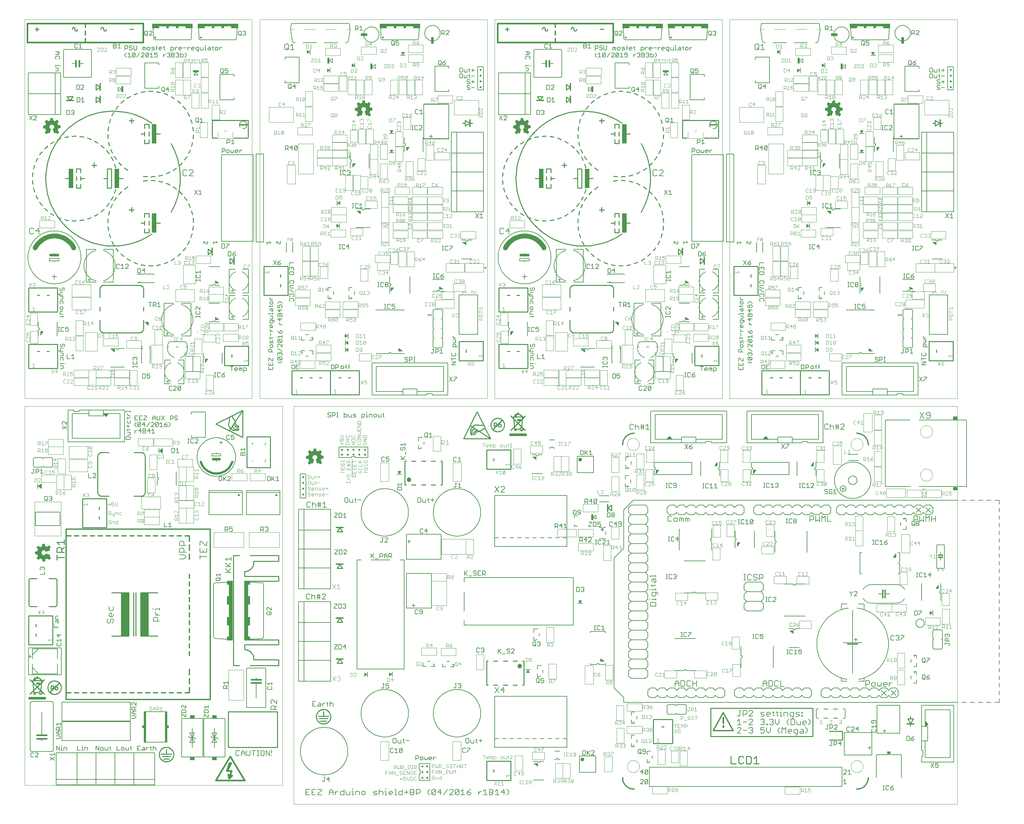
<source format=gto>
G75*
G70*
%OFA0B0*%
%FSLAX24Y24*%
%IPPOS*%
%LPD*%
%AMOC8*
5,1,8,0,0,1.08239X$1,22.5*
%
%ADD10C,0.0039*%
%ADD11C,0.0050*%
%ADD12R,0.0149X0.0001*%
%ADD13R,0.0004X0.0001*%
%ADD14R,0.0010X0.0001*%
%ADD15R,0.0017X0.0001*%
%ADD16R,0.0023X0.0001*%
%ADD17R,0.0029X0.0001*%
%ADD18R,0.0034X0.0001*%
%ADD19R,0.0040X0.0001*%
%ADD20R,0.0043X0.0002*%
%ADD21R,0.0047X0.0001*%
%ADD22R,0.0050X0.0001*%
%ADD23R,0.0054X0.0001*%
%ADD24R,0.0059X0.0001*%
%ADD25R,0.0064X0.0001*%
%ADD26R,0.0015X0.0001*%
%ADD27R,0.0067X0.0001*%
%ADD28R,0.0020X0.0001*%
%ADD29R,0.0070X0.0001*%
%ADD30R,0.0024X0.0001*%
%ADD31R,0.0074X0.0001*%
%ADD32R,0.0027X0.0001*%
%ADD33R,0.0076X0.0001*%
%ADD34R,0.0030X0.0001*%
%ADD35R,0.0081X0.0002*%
%ADD36R,0.0036X0.0002*%
%ADD37R,0.0086X0.0001*%
%ADD38R,0.0044X0.0001*%
%ADD39R,0.0091X0.0001*%
%ADD40R,0.0046X0.0001*%
%ADD41R,0.0094X0.0001*%
%ADD42R,0.0096X0.0001*%
%ADD43R,0.0053X0.0001*%
%ADD44R,0.0099X0.0001*%
%ADD45R,0.0056X0.0001*%
%ADD46R,0.0104X0.0001*%
%ADD47R,0.0060X0.0001*%
%ADD48R,0.0108X0.0001*%
%ADD49R,0.0112X0.0001*%
%ADD50R,0.0117X0.0001*%
%ADD51R,0.0072X0.0001*%
%ADD52R,0.0120X0.0002*%
%ADD53R,0.0075X0.0002*%
%ADD54R,0.0123X0.0001*%
%ADD55R,0.0078X0.0001*%
%ADD56R,0.0126X0.0001*%
%ADD57R,0.0081X0.0001*%
%ADD58R,0.0131X0.0001*%
%ADD59R,0.0136X0.0001*%
%ADD60R,0.0090X0.0001*%
%ADD61R,0.0139X0.0001*%
%ADD62R,0.0144X0.0001*%
%ADD63R,0.0147X0.0001*%
%ADD64R,0.0101X0.0001*%
%ADD65R,0.0150X0.0001*%
%ADD66R,0.0102X0.0001*%
%ADD67R,0.0153X0.0001*%
%ADD68R,0.0106X0.0001*%
%ADD69R,0.0158X0.0002*%
%ADD70R,0.0109X0.0002*%
%ADD71R,0.0164X0.0001*%
%ADD72R,0.0115X0.0001*%
%ADD73R,0.0168X0.0001*%
%ADD74R,0.0120X0.0001*%
%ADD75R,0.0171X0.0001*%
%ADD76R,0.0123X0.0001*%
%ADD77R,0.0172X0.0001*%
%ADD78R,0.0125X0.0001*%
%ADD79R,0.0175X0.0001*%
%ADD80R,0.0128X0.0001*%
%ADD81R,0.0180X0.0001*%
%ADD82R,0.0132X0.0001*%
%ADD83R,0.0186X0.0001*%
%ADD84R,0.0191X0.0001*%
%ADD85R,0.0141X0.0001*%
%ADD86R,0.0194X0.0001*%
%ADD87R,0.0145X0.0001*%
%ADD88R,0.0196X0.0002*%
%ADD89R,0.0149X0.0002*%
%ADD90R,0.0199X0.0001*%
%ADD91R,0.0151X0.0001*%
%ADD92R,0.0204X0.0001*%
%ADD93R,0.0153X0.0001*%
%ADD94R,0.0207X0.0001*%
%ADD95R,0.0158X0.0001*%
%ADD96R,0.0211X0.0001*%
%ADD97R,0.0162X0.0001*%
%ADD98R,0.0216X0.0001*%
%ADD99R,0.0166X0.0001*%
%ADD100R,0.0219X0.0001*%
%ADD101R,0.0007X0.0001*%
%ADD102R,0.0169X0.0001*%
%ADD103R,0.0222X0.0001*%
%ADD104R,0.0011X0.0001*%
%ADD105R,0.0224X0.0001*%
%ADD106R,0.0014X0.0001*%
%ADD107R,0.0176X0.0001*%
%ADD108R,0.0228X0.0001*%
%ADD109R,0.0018X0.0001*%
%ADD110R,0.0179X0.0001*%
%ADD111R,0.0234X0.0002*%
%ADD112R,0.0024X0.0002*%
%ADD113R,0.0183X0.0002*%
%ADD114R,0.0239X0.0001*%
%ADD115R,0.0189X0.0001*%
%ADD116R,0.0241X0.0001*%
%ADD117R,0.0033X0.0001*%
%ADD118R,0.0012X0.0001*%
%ADD119R,0.0192X0.0001*%
%ADD120R,0.0243X0.0001*%
%ADD121R,0.0038X0.0001*%
%ADD122R,0.0246X0.0001*%
%ADD123R,0.0041X0.0001*%
%ADD124R,0.0019X0.0001*%
%ADD125R,0.0196X0.0001*%
%ADD126R,0.0250X0.0001*%
%ADD127R,0.0021X0.0001*%
%ADD128R,0.0201X0.0001*%
%ADD129R,0.0254X0.0001*%
%ADD130R,0.0048X0.0001*%
%ADD131R,0.0258X0.0001*%
%ADD132R,0.0054X0.0001*%
%ADD133R,0.0209X0.0001*%
%ADD134R,0.0263X0.0001*%
%ADD135R,0.0213X0.0001*%
%ADD136R,0.0267X0.0001*%
%ADD137R,0.0063X0.0001*%
%ADD138R,0.0270X0.0002*%
%ADD139R,0.0066X0.0002*%
%ADD140R,0.0045X0.0002*%
%ADD141R,0.0219X0.0002*%
%ADD142R,0.0271X0.0001*%
%ADD143R,0.0220X0.0001*%
%ADD144R,0.0274X0.0001*%
%ADD145R,0.0051X0.0001*%
%ADD146R,0.0223X0.0001*%
%ADD147R,0.0278X0.0001*%
%ADD148R,0.0282X0.0001*%
%ADD149R,0.0231X0.0001*%
%ADD150R,0.0288X0.0001*%
%ADD151R,0.0085X0.0001*%
%ADD152R,0.0236X0.0001*%
%ADD153R,0.0289X0.0001*%
%ADD154R,0.0087X0.0001*%
%ADD155R,0.0066X0.0001*%
%ADD156R,0.0292X0.0001*%
%ADD157R,0.0069X0.0001*%
%ADD158R,0.0297X0.0001*%
%ADD159R,0.0300X0.0001*%
%ADD160R,0.0075X0.0001*%
%ADD161R,0.0305X0.0002*%
%ADD162R,0.0101X0.0002*%
%ADD163R,0.0078X0.0002*%
%ADD164R,0.0251X0.0002*%
%ADD165R,0.0309X0.0001*%
%ADD166R,0.0105X0.0001*%
%ADD167R,0.0083X0.0001*%
%ADD168R,0.0255X0.0001*%
%ADD169R,0.0314X0.0001*%
%ADD170R,0.0110X0.0001*%
%ADD171R,0.0087X0.0001*%
%ADD172R,0.0316X0.0001*%
%ADD173R,0.0113X0.0001*%
%ADD174R,0.0262X0.0001*%
%ADD175R,0.0319X0.0001*%
%ADD176R,0.0114X0.0001*%
%ADD177R,0.0093X0.0001*%
%ADD178R,0.0266X0.0001*%
%ADD179R,0.0321X0.0001*%
%ADD180R,0.0096X0.0001*%
%ADD181R,0.0324X0.0001*%
%ADD182R,0.0270X0.0001*%
%ADD183R,0.0329X0.0001*%
%ADD184R,0.0124X0.0001*%
%ADD185R,0.0275X0.0001*%
%ADD186R,0.0333X0.0001*%
%ADD187R,0.0279X0.0001*%
%ADD188R,0.0336X0.0001*%
%ADD189R,0.0111X0.0001*%
%ADD190R,0.0284X0.0001*%
%ADD191R,0.0339X0.0002*%
%ADD192R,0.0134X0.0002*%
%ADD193R,0.0114X0.0002*%
%ADD194R,0.0286X0.0002*%
%ADD195R,0.0342X0.0001*%
%ADD196R,0.0116X0.0001*%
%ADD197R,0.0491X0.0001*%
%ADD198R,0.0492X0.0001*%
%ADD199R,0.0294X0.0001*%
%ADD200R,0.0495X0.0001*%
%ADD201R,0.0299X0.0001*%
%ADD202R,0.0496X0.0001*%
%ADD203R,0.0127X0.0001*%
%ADD204R,0.0301X0.0001*%
%ADD205R,0.0498X0.0001*%
%ADD206R,0.0304X0.0001*%
%ADD207R,0.0501X0.0001*%
%ADD208R,0.0134X0.0001*%
%ADD209R,0.0308X0.0001*%
%ADD210R,0.0135X0.0001*%
%ADD211R,0.0311X0.0001*%
%ADD212R,0.0504X0.0001*%
%ADD213R,0.0138X0.0001*%
%ADD214R,0.0504X0.0002*%
%ADD215R,0.0141X0.0002*%
%ADD216R,0.0318X0.0002*%
%ADD217R,0.0507X0.0001*%
%ADD218R,0.0323X0.0001*%
%ADD219R,0.0326X0.0001*%
%ADD220R,0.0508X0.0001*%
%ADD221R,0.0152X0.0001*%
%ADD222R,0.0330X0.0001*%
%ADD223R,0.0510X0.0001*%
%ADD224R,0.0494X0.0001*%
%ADD225R,0.0512X0.0001*%
%ADD226R,0.0500X0.0001*%
%ADD227R,0.0513X0.0001*%
%ADD228R,0.0501X0.0001*%
%ADD229R,0.0513X0.0002*%
%ADD230R,0.0501X0.0002*%
%ADD231R,0.0503X0.0001*%
%ADD232R,0.0504X0.0001*%
%ADD233R,0.0506X0.0001*%
%ADD234R,0.0513X0.0001*%
%ADD235R,0.0509X0.0001*%
%ADD236R,0.0511X0.0001*%
%ADD237R,0.0514X0.0001*%
%ADD238R,0.0516X0.0001*%
%ADD239R,0.0513X0.0002*%
%ADD240R,0.0519X0.0002*%
%ADD241R,0.0519X0.0001*%
%ADD242R,0.0520X0.0001*%
%ADD243R,0.0522X0.0001*%
%ADD244R,0.0507X0.0001*%
%ADD245R,0.0509X0.0002*%
%ADD246R,0.0520X0.0002*%
%ADD247R,0.0522X0.0001*%
%ADD248R,0.0505X0.0001*%
%ADD249R,0.0502X0.0001*%
%ADD250R,0.0521X0.0001*%
%ADD251R,0.0503X0.0002*%
%ADD252R,0.0519X0.0002*%
%ADD253R,0.0519X0.0001*%
%ADD254R,0.0499X0.0001*%
%ADD255R,0.0517X0.0001*%
%ADD256R,0.0495X0.0002*%
%ADD257R,0.0514X0.0002*%
%ADD258R,0.0515X0.0001*%
%ADD259R,0.0492X0.0001*%
%ADD260R,0.0490X0.0001*%
%ADD261R,0.0490X0.0002*%
%ADD262R,0.0511X0.0002*%
%ADD263R,0.0489X0.0001*%
%ADD264R,0.0489X0.0001*%
%ADD265R,0.0488X0.0001*%
%ADD266R,0.0485X0.0001*%
%ADD267R,0.0483X0.0001*%
%ADD268R,0.0483X0.0002*%
%ADD269R,0.0507X0.0002*%
%ADD270R,0.0483X0.0001*%
%ADD271R,0.0481X0.0001*%
%ADD272R,0.0480X0.0001*%
%ADD273R,0.0480X0.0002*%
%ADD274R,0.0501X0.0002*%
%ADD275R,0.0479X0.0001*%
%ADD276R,0.0477X0.0001*%
%ADD277R,0.0477X0.0001*%
%ADD278R,0.0475X0.0001*%
%ADD279R,0.0474X0.0001*%
%ADD280R,0.0472X0.0001*%
%ADD281R,0.0472X0.0002*%
%ADD282R,0.0498X0.0002*%
%ADD283R,0.0471X0.0001*%
%ADD284R,0.0473X0.0001*%
%ADD285R,0.0471X0.0001*%
%ADD286R,0.0470X0.0001*%
%ADD287R,0.0468X0.0001*%
%ADD288R,0.0469X0.0001*%
%ADD289R,0.0468X0.0002*%
%ADD290R,0.0491X0.0002*%
%ADD291R,0.0466X0.0001*%
%ADD292R,0.0465X0.0001*%
%ADD293R,0.0464X0.0001*%
%ADD294R,0.0462X0.0001*%
%ADD295R,0.0462X0.0002*%
%ADD296R,0.0489X0.0002*%
%ADD297R,0.0461X0.0001*%
%ADD298R,0.0460X0.0001*%
%ADD299R,0.0459X0.0001*%
%ADD300R,0.0484X0.0001*%
%ADD301R,0.0457X0.0001*%
%ADD302R,0.0459X0.0001*%
%ADD303R,0.0458X0.0002*%
%ADD304R,0.0484X0.0002*%
%ADD305R,0.0456X0.0001*%
%ADD306R,0.0455X0.0001*%
%ADD307R,0.0453X0.0001*%
%ADD308R,0.0451X0.0001*%
%ADD309R,0.0453X0.0001*%
%ADD310R,0.0450X0.0001*%
%ADD311R,0.0451X0.0002*%
%ADD312R,0.0478X0.0001*%
%ADD313R,0.0449X0.0001*%
%ADD314R,0.0476X0.0001*%
%ADD315R,0.0447X0.0001*%
%ADD316R,0.0474X0.0001*%
%ADD317R,0.0449X0.0002*%
%ADD318R,0.0476X0.0002*%
%ADD319R,0.0454X0.0001*%
%ADD320R,0.0469X0.0002*%
%ADD321R,0.0468X0.0001*%
%ADD322R,0.0467X0.0001*%
%ADD323R,0.0473X0.0002*%
%ADD324R,0.0468X0.0002*%
%ADD325R,0.0486X0.0002*%
%ADD326R,0.0474X0.0002*%
%ADD327R,0.0487X0.0001*%
%ADD328R,0.0497X0.0001*%
%ADD329R,0.0486X0.0001*%
%ADD330R,0.0500X0.0002*%
%ADD331R,0.0487X0.0002*%
%ADD332R,0.0498X0.0001*%
%ADD333R,0.0524X0.0002*%
%ADD334R,0.0524X0.0001*%
%ADD335R,0.0525X0.0001*%
%ADD336R,0.0528X0.0001*%
%ADD337R,0.0529X0.0001*%
%ADD338R,0.0533X0.0001*%
%ADD339R,0.0534X0.0001*%
%ADD340R,0.0523X0.0001*%
%ADD341R,0.0536X0.0001*%
%ADD342R,0.0537X0.0002*%
%ADD343R,0.0527X0.0002*%
%ADD344R,0.0537X0.0001*%
%ADD345R,0.0528X0.0001*%
%ADD346R,0.0539X0.0001*%
%ADD347R,0.0530X0.0001*%
%ADD348R,0.0540X0.0001*%
%ADD349R,0.0541X0.0001*%
%ADD350R,0.0531X0.0001*%
%ADD351R,0.0543X0.0001*%
%ADD352R,0.0544X0.0001*%
%ADD353R,0.0546X0.0002*%
%ADD354R,0.0536X0.0002*%
%ADD355R,0.0547X0.0001*%
%ADD356R,0.0551X0.0001*%
%ADD357R,0.0552X0.0001*%
%ADD358R,0.0554X0.0001*%
%ADD359R,0.0555X0.0001*%
%ADD360R,0.0555X0.0002*%
%ADD361R,0.0547X0.0002*%
%ADD362R,0.0549X0.0001*%
%ADD363R,0.0548X0.0001*%
%ADD364R,0.0538X0.0001*%
%ADD365R,0.0537X0.0001*%
%ADD366R,0.0533X0.0002*%
%ADD367R,0.0531X0.0001*%
%ADD368R,0.0526X0.0001*%
%ADD369R,0.0518X0.0001*%
%ADD370R,0.0498X0.0002*%
%ADD371R,0.0496X0.0002*%
%ADD372R,0.0486X0.0001*%
%ADD373R,0.0485X0.0002*%
%ADD374R,0.0482X0.0001*%
%ADD375R,0.0477X0.0002*%
%ADD376R,0.0530X0.0002*%
%ADD377R,0.0464X0.0002*%
%ADD378R,0.0561X0.0001*%
%ADD379R,0.0570X0.0001*%
%ADD380R,0.0576X0.0001*%
%ADD381R,0.0581X0.0001*%
%ADD382R,0.0585X0.0001*%
%ADD383R,0.0589X0.0001*%
%ADD384R,0.0600X0.0002*%
%ADD385R,0.0614X0.0001*%
%ADD386R,0.0623X0.0001*%
%ADD387R,0.0630X0.0001*%
%ADD388R,0.0633X0.0001*%
%ADD389R,0.0638X0.0001*%
%ADD390R,0.0645X0.0001*%
%ADD391R,0.0657X0.0001*%
%ADD392R,0.0556X0.0001*%
%ADD393R,0.0669X0.0001*%
%ADD394R,0.0674X0.0001*%
%ADD395R,0.0579X0.0001*%
%ADD396R,0.0676X0.0002*%
%ADD397R,0.0585X0.0002*%
%ADD398R,0.0678X0.0001*%
%ADD399R,0.0590X0.0001*%
%ADD400R,0.0679X0.0001*%
%ADD401R,0.0596X0.0001*%
%ADD402R,0.0681X0.0001*%
%ADD403R,0.0606X0.0001*%
%ADD404R,0.0620X0.0001*%
%ADD405R,0.0682X0.0001*%
%ADD406R,0.0633X0.0001*%
%ADD407R,0.0684X0.0001*%
%ADD408R,0.0639X0.0001*%
%ADD409R,0.0649X0.0001*%
%ADD410R,0.0684X0.0001*%
%ADD411R,0.0655X0.0001*%
%ADD412R,0.0683X0.0002*%
%ADD413R,0.0664X0.0002*%
%ADD414R,0.0683X0.0001*%
%ADD415R,0.0670X0.0001*%
%ADD416R,0.0671X0.0001*%
%ADD417R,0.0681X0.0001*%
%ADD418R,0.0672X0.0001*%
%ADD419R,0.0680X0.0001*%
%ADD420R,0.0675X0.0001*%
%ADD421R,0.0676X0.0001*%
%ADD422R,0.0680X0.0002*%
%ADD423R,0.0678X0.0002*%
%ADD424R,0.0678X0.0001*%
%ADD425R,0.0675X0.0002*%
%ADD426R,0.0672X0.0002*%
%ADD427R,0.0672X0.0001*%
%ADD428R,0.0671X0.0002*%
%ADD429R,0.0670X0.0002*%
%ADD430R,0.0669X0.0001*%
%ADD431R,0.0667X0.0001*%
%ADD432R,0.0669X0.0002*%
%ADD433R,0.0667X0.0002*%
%ADD434R,0.0668X0.0001*%
%ADD435R,0.0666X0.0001*%
%ADD436R,0.0668X0.0002*%
%ADD437R,0.0666X0.0002*%
%ADD438R,0.0666X0.0001*%
%ADD439R,0.0664X0.0001*%
%ADD440R,0.0663X0.0001*%
%ADD441R,0.0666X0.0002*%
%ADD442R,0.0663X0.0002*%
%ADD443R,0.0665X0.0001*%
%ADD444R,0.0674X0.0002*%
%ADD445R,0.0677X0.0001*%
%ADD446R,0.0678X0.0002*%
%ADD447R,0.0682X0.0002*%
%ADD448R,0.0686X0.0001*%
%ADD449R,0.0686X0.0002*%
%ADD450R,0.0687X0.0001*%
%ADD451R,0.0689X0.0001*%
%ADD452R,0.0653X0.0001*%
%ADD453R,0.0641X0.0001*%
%ADD454R,0.0626X0.0001*%
%ADD455R,0.0616X0.0001*%
%ADD456R,0.0687X0.0001*%
%ADD457R,0.0612X0.0001*%
%ADD458R,0.0688X0.0001*%
%ADD459R,0.0606X0.0001*%
%ADD460R,0.0601X0.0001*%
%ADD461R,0.0591X0.0002*%
%ADD462R,0.0567X0.0001*%
%ADD463R,0.0560X0.0001*%
%ADD464R,0.0659X0.0001*%
%ADD465R,0.0516X0.0001*%
%ADD466R,0.0639X0.0001*%
%ADD467R,0.0502X0.0002*%
%ADD468R,0.0633X0.0002*%
%ADD469R,0.0608X0.0001*%
%ADD470R,0.0582X0.0001*%
%ADD471R,0.0577X0.0001*%
%ADD472R,0.0569X0.0002*%
%ADD473R,0.0546X0.0001*%
%ADD474R,0.0486X0.0002*%
%ADD475R,0.0493X0.0001*%
%ADD476R,0.0516X0.0002*%
%ADD477R,0.0532X0.0001*%
%ADD478R,0.0534X0.0002*%
%ADD479R,0.0535X0.0002*%
%ADD480R,0.0543X0.0001*%
%ADD481R,0.0553X0.0001*%
%ADD482R,0.0559X0.0001*%
%ADD483R,0.0564X0.0001*%
%ADD484R,0.0564X0.0001*%
%ADD485R,0.0567X0.0001*%
%ADD486R,0.0569X0.0001*%
%ADD487R,0.0570X0.0002*%
%ADD488R,0.0571X0.0002*%
%ADD489R,0.0571X0.0001*%
%ADD490R,0.0573X0.0001*%
%ADD491R,0.0574X0.0001*%
%ADD492R,0.0576X0.0001*%
%ADD493R,0.0600X0.0001*%
%ADD494R,0.0611X0.0001*%
%ADD495R,0.0618X0.0001*%
%ADD496R,0.0621X0.0001*%
%ADD497R,0.1269X0.0001*%
%ADD498R,0.1267X0.0001*%
%ADD499R,0.1266X0.0001*%
%ADD500R,0.1266X0.0002*%
%ADD501R,0.1264X0.0001*%
%ADD502R,0.1261X0.0001*%
%ADD503R,0.1260X0.0001*%
%ADD504R,0.1259X0.0001*%
%ADD505R,0.1256X0.0001*%
%ADD506R,0.1254X0.0001*%
%ADD507R,0.1253X0.0001*%
%ADD508R,0.1251X0.0001*%
%ADD509R,0.1251X0.0002*%
%ADD510R,0.1248X0.0001*%
%ADD511R,0.1245X0.0001*%
%ADD512R,0.1244X0.0001*%
%ADD513R,0.1242X0.0001*%
%ADD514R,0.1239X0.0001*%
%ADD515R,0.1237X0.0001*%
%ADD516R,0.1236X0.0002*%
%ADD517R,0.1233X0.0001*%
%ADD518R,0.1230X0.0001*%
%ADD519R,0.1229X0.0001*%
%ADD520R,0.1227X0.0001*%
%ADD521R,0.1226X0.0001*%
%ADD522R,0.1224X0.0001*%
%ADD523R,0.1223X0.0002*%
%ADD524R,0.1219X0.0001*%
%ADD525R,0.1216X0.0001*%
%ADD526R,0.1215X0.0001*%
%ADD527R,0.1214X0.0001*%
%ADD528R,0.1212X0.0001*%
%ADD529R,0.1209X0.0001*%
%ADD530R,0.1207X0.0002*%
%ADD531R,0.1206X0.0001*%
%ADD532R,0.1204X0.0001*%
%ADD533R,0.1201X0.0001*%
%ADD534R,0.1200X0.0001*%
%ADD535R,0.1199X0.0001*%
%ADD536R,0.1196X0.0001*%
%ADD537R,0.1194X0.0001*%
%ADD538R,0.1193X0.0001*%
%ADD539R,0.1191X0.0001*%
%ADD540R,0.1191X0.0002*%
%ADD541R,0.1188X0.0001*%
%ADD542R,0.1185X0.0001*%
%ADD543R,0.1184X0.0001*%
%ADD544R,0.1181X0.0001*%
%ADD545R,0.1177X0.0001*%
%ADD546R,0.1176X0.0001*%
%ADD547R,0.1174X0.0001*%
%ADD548R,0.1173X0.0001*%
%ADD549R,0.1170X0.0002*%
%ADD550R,0.1170X0.0001*%
%ADD551R,0.1169X0.0001*%
%ADD552R,0.1166X0.0001*%
%ADD553R,0.1164X0.0001*%
%ADD554R,0.1163X0.0001*%
%ADD555R,0.1163X0.0002*%
%ADD556R,0.1167X0.0001*%
%ADD557R,0.1171X0.0001*%
%ADD558R,0.1179X0.0001*%
%ADD559R,0.1182X0.0001*%
%ADD560R,0.1182X0.0002*%
%ADD561R,0.1188X0.0001*%
%ADD562R,0.1190X0.0001*%
%ADD563R,0.1197X0.0001*%
%ADD564R,0.1204X0.0002*%
%ADD565R,0.1207X0.0001*%
%ADD566R,0.1210X0.0001*%
%ADD567R,0.1213X0.0001*%
%ADD568R,0.1217X0.0001*%
%ADD569R,0.1218X0.0001*%
%ADD570R,0.1220X0.0001*%
%ADD571R,0.1221X0.0001*%
%ADD572R,0.1223X0.0001*%
%ADD573R,0.1226X0.0002*%
%ADD574R,0.1236X0.0001*%
%ADD575R,0.1239X0.0001*%
%ADD576R,0.1240X0.0001*%
%ADD577R,0.1243X0.0001*%
%ADD578R,0.1248X0.0002*%
%ADD579R,0.1248X0.0001*%
%ADD580R,0.1251X0.0001*%
%ADD581R,0.1257X0.0001*%
%ADD582R,0.1263X0.0001*%
%ADD583R,0.1267X0.0002*%
%ADD584R,0.1270X0.0001*%
%ADD585R,0.1274X0.0001*%
%ADD586R,0.1275X0.0001*%
%ADD587R,0.1278X0.0001*%
%ADD588R,0.1280X0.0001*%
%ADD589R,0.1281X0.0001*%
%ADD590R,0.1284X0.0001*%
%ADD591R,0.1286X0.0001*%
%ADD592R,0.1289X0.0001*%
%ADD593R,0.1290X0.0002*%
%ADD594R,0.1291X0.0001*%
%ADD595R,0.1294X0.0001*%
%ADD596R,0.1296X0.0001*%
%ADD597R,0.1299X0.0001*%
%ADD598R,0.1300X0.0001*%
%ADD599R,0.1302X0.0001*%
%ADD600R,0.1304X0.0001*%
%ADD601R,0.1306X0.0001*%
%ADD602R,0.1308X0.0001*%
%ADD603R,0.1311X0.0002*%
%ADD604R,0.1313X0.0001*%
%ADD605R,0.1316X0.0001*%
%ADD606R,0.1317X0.0001*%
%ADD607R,0.1320X0.0001*%
%ADD608R,0.1323X0.0001*%
%ADD609R,0.1326X0.0001*%
%ADD610R,0.1329X0.0001*%
%ADD611R,0.1332X0.0002*%
%ADD612R,0.1335X0.0001*%
%ADD613R,0.1336X0.0001*%
%ADD614R,0.1340X0.0001*%
%ADD615R,0.1343X0.0001*%
%ADD616R,0.1346X0.0001*%
%ADD617R,0.1347X0.0001*%
%ADD618R,0.1350X0.0001*%
%ADD619R,0.1353X0.0002*%
%ADD620R,0.1356X0.0001*%
%ADD621R,0.1357X0.0001*%
%ADD622R,0.1360X0.0001*%
%ADD623R,0.1364X0.0001*%
%ADD624R,0.1365X0.0001*%
%ADD625R,0.1368X0.0001*%
%ADD626R,0.1369X0.0001*%
%ADD627R,0.1373X0.0001*%
%ADD628R,0.1374X0.0002*%
%ADD629R,0.1377X0.0001*%
%ADD630R,0.1379X0.0001*%
%ADD631R,0.1380X0.0001*%
%ADD632R,0.1383X0.0001*%
%ADD633R,0.1386X0.0001*%
%ADD634R,0.1387X0.0001*%
%ADD635R,0.1391X0.0001*%
%ADD636R,0.1394X0.0001*%
%ADD637R,0.1395X0.0002*%
%ADD638R,0.1398X0.0001*%
%ADD639R,0.1401X0.0001*%
%ADD640R,0.1403X0.0001*%
%ADD641R,0.1406X0.0001*%
%ADD642R,0.1407X0.0001*%
%ADD643R,0.1409X0.0001*%
%ADD644R,0.1411X0.0001*%
%ADD645R,0.1414X0.0001*%
%ADD646R,0.1416X0.0002*%
%ADD647R,0.1419X0.0001*%
%ADD648R,0.1421X0.0001*%
%ADD649R,0.1422X0.0001*%
%ADD650R,0.1424X0.0001*%
%ADD651R,0.1426X0.0001*%
%ADD652R,0.1428X0.0001*%
%ADD653R,0.1429X0.0002*%
%ADD654R,0.1429X0.0001*%
%ADD655R,0.1425X0.0001*%
%ADD656R,0.1421X0.0002*%
%ADD657R,0.1418X0.0001*%
%ADD658R,0.1416X0.0001*%
%ADD659R,0.1413X0.0001*%
%ADD660R,0.1410X0.0001*%
%ADD661R,0.1404X0.0001*%
%ADD662R,0.1401X0.0001*%
%ADD663R,0.0346X0.0001*%
%ADD664R,0.1044X0.0001*%
%ADD665R,0.0342X0.0002*%
%ADD666R,0.1040X0.0002*%
%ADD667R,0.0337X0.0001*%
%ADD668R,0.1034X0.0001*%
%ADD669R,0.0357X0.0001*%
%ADD670R,0.0660X0.0001*%
%ADD671R,0.0353X0.0001*%
%ADD672R,0.0327X0.0001*%
%ADD673R,0.0349X0.0001*%
%ADD674R,0.0321X0.0001*%
%ADD675R,0.0648X0.0001*%
%ADD676R,0.0344X0.0001*%
%ADD677R,0.0317X0.0001*%
%ADD678R,0.0339X0.0001*%
%ADD679R,0.0312X0.0001*%
%ADD680R,0.0631X0.0001*%
%ADD681R,0.0334X0.0001*%
%ADD682R,0.0309X0.0001*%
%ADD683R,0.0307X0.0002*%
%ADD684R,0.0623X0.0002*%
%ADD685R,0.0327X0.0002*%
%ADD686R,0.0618X0.0001*%
%ADD687R,0.0297X0.0001*%
%ADD688R,0.0607X0.0001*%
%ADD689R,0.0320X0.0001*%
%ADD690R,0.0293X0.0001*%
%ADD691R,0.0599X0.0001*%
%ADD692R,0.0313X0.0001*%
%ADD693R,0.0285X0.0001*%
%ADD694R,0.0584X0.0001*%
%ADD695R,0.0303X0.0001*%
%ADD696R,0.0281X0.0001*%
%ADD697R,0.0273X0.0002*%
%ADD698R,0.0563X0.0002*%
%ADD699R,0.0293X0.0002*%
%ADD700R,0.0264X0.0001*%
%ADD701R,0.0259X0.0001*%
%ADD702R,0.0256X0.0001*%
%ADD703R,0.0276X0.0001*%
%ADD704R,0.0252X0.0001*%
%ADD705R,0.0273X0.0001*%
%ADD706R,0.0248X0.0001*%
%ADD707R,0.0269X0.0001*%
%ADD708R,0.0245X0.0001*%
%ADD709R,0.0240X0.0001*%
%ADD710R,0.0237X0.0002*%
%ADD711R,0.0256X0.0002*%
%ADD712R,0.0234X0.0001*%
%ADD713R,0.0232X0.0001*%
%ADD714R,0.0251X0.0001*%
%ADD715R,0.0228X0.0001*%
%ADD716R,0.0246X0.0001*%
%ADD717R,0.0456X0.0001*%
%ADD718R,0.0219X0.0001*%
%ADD719R,0.0444X0.0001*%
%ADD720R,0.0237X0.0001*%
%ADD721R,0.0214X0.0001*%
%ADD722R,0.0436X0.0001*%
%ADD723R,0.0432X0.0001*%
%ADD724R,0.0231X0.0001*%
%ADD725R,0.0210X0.0001*%
%ADD726R,0.0426X0.0001*%
%ADD727R,0.0420X0.0001*%
%ADD728R,0.0226X0.0001*%
%ADD729R,0.0204X0.0002*%
%ADD730R,0.0409X0.0002*%
%ADD731R,0.0222X0.0002*%
%ADD732R,0.0391X0.0001*%
%ADD733R,0.0217X0.0001*%
%ADD734R,0.0376X0.0001*%
%ADD735R,0.0368X0.0001*%
%ADD736R,0.0189X0.0001*%
%ADD737R,0.0361X0.0001*%
%ADD738R,0.0206X0.0001*%
%ADD739R,0.0186X0.0001*%
%ADD740R,0.0356X0.0001*%
%ADD741R,0.0181X0.0001*%
%ADD742R,0.0345X0.0001*%
%ADD743R,0.0173X0.0001*%
%ADD744R,0.0331X0.0001*%
%ADD745R,0.0190X0.0001*%
%ADD746R,0.0168X0.0001*%
%ADD747R,0.0165X0.0002*%
%ADD748R,0.0162X0.0001*%
%ADD749R,0.0159X0.0001*%
%ADD750R,0.0177X0.0001*%
%ADD751R,0.0156X0.0001*%
%ADD752R,0.0324X0.0001*%
%ADD753R,0.0174X0.0001*%
%ADD754R,0.0167X0.0001*%
%ADD755R,0.0146X0.0001*%
%ADD756R,0.0163X0.0001*%
%ADD757R,0.0141X0.0001*%
%ADD758R,0.0140X0.0001*%
%ADD759R,0.0137X0.0001*%
%ADD760R,0.0133X0.0001*%
%ADD761R,0.0129X0.0002*%
%ADD762R,0.0321X0.0002*%
%ADD763R,0.0146X0.0002*%
%ADD764R,0.0119X0.0001*%
%ADD765R,0.0129X0.0001*%
%ADD766R,0.0111X0.0001*%
%ADD767R,0.0126X0.0001*%
%ADD768R,0.0318X0.0001*%
%ADD769R,0.0097X0.0001*%
%ADD770R,0.0315X0.0001*%
%ADD771R,0.0089X0.0002*%
%ADD772R,0.0315X0.0002*%
%ADD773R,0.0105X0.0002*%
%ADD774R,0.0079X0.0001*%
%ADD775R,0.0089X0.0001*%
%ADD776R,0.0069X0.0001*%
%ADD777R,0.0084X0.0001*%
%ADD778R,0.0057X0.0001*%
%ADD779R,0.0052X0.0002*%
%ADD780R,0.0311X0.0002*%
%ADD781R,0.0066X0.0002*%
%ADD782R,0.0061X0.0001*%
%ADD783R,0.0042X0.0001*%
%ADD784R,0.0055X0.0001*%
%ADD785R,0.0039X0.0001*%
%ADD786R,0.0052X0.0001*%
%ADD787R,0.0036X0.0001*%
%ADD788R,0.0049X0.0001*%
%ADD789R,0.0307X0.0001*%
%ADD790R,0.0045X0.0001*%
%ADD791R,0.0022X0.0001*%
%ADD792R,0.0035X0.0001*%
%ADD793R,0.0025X0.0002*%
%ADD794R,0.0306X0.0001*%
%ADD795R,0.0018X0.0001*%
%ADD796R,0.0008X0.0001*%
%ADD797R,0.0300X0.0002*%
%ADD798R,0.0296X0.0001*%
%ADD799R,0.0294X0.0002*%
%ADD800R,0.0294X0.0001*%
%ADD801R,0.0291X0.0001*%
%ADD802R,0.0291X0.0002*%
%ADD803R,0.0286X0.0001*%
%ADD804R,0.0281X0.0002*%
%ADD805R,0.0277X0.0001*%
%ADD806R,0.0276X0.0001*%
%ADD807R,0.0266X0.0002*%
%ADD808R,0.0264X0.0001*%
%ADD809R,0.0261X0.0001*%
%ADD810R,0.0259X0.0002*%
%ADD811R,0.0254X0.0002*%
%ADD812R,0.0248X0.0002*%
%ADD813R,0.0218X0.0002*%
%ADD814R,0.0157X0.0001*%
%ADD815C,0.0070*%
%ADD816C,0.0040*%
%ADD817C,0.0100*%
%ADD818C,0.0060*%
%ADD819C,0.0030*%
%ADD820C,0.0150*%
%ADD821C,0.0120*%
%ADD822C,0.0090*%
%ADD823C,0.0160*%
%ADD824R,0.0001X0.0149*%
%ADD825R,0.0001X0.0004*%
%ADD826R,0.0001X0.0010*%
%ADD827R,0.0001X0.0017*%
%ADD828R,0.0001X0.0023*%
%ADD829R,0.0001X0.0029*%
%ADD830R,0.0001X0.0034*%
%ADD831R,0.0001X0.0040*%
%ADD832R,0.0002X0.0043*%
%ADD833R,0.0001X0.0047*%
%ADD834R,0.0001X0.0050*%
%ADD835R,0.0001X0.0054*%
%ADD836R,0.0001X0.0059*%
%ADD837R,0.0001X0.0064*%
%ADD838R,0.0001X0.0015*%
%ADD839R,0.0001X0.0067*%
%ADD840R,0.0001X0.0020*%
%ADD841R,0.0001X0.0070*%
%ADD842R,0.0001X0.0024*%
%ADD843R,0.0001X0.0074*%
%ADD844R,0.0001X0.0027*%
%ADD845R,0.0001X0.0076*%
%ADD846R,0.0001X0.0030*%
%ADD847R,0.0002X0.0081*%
%ADD848R,0.0002X0.0036*%
%ADD849R,0.0001X0.0086*%
%ADD850R,0.0001X0.0044*%
%ADD851R,0.0001X0.0091*%
%ADD852R,0.0001X0.0046*%
%ADD853R,0.0001X0.0094*%
%ADD854R,0.0001X0.0096*%
%ADD855R,0.0001X0.0053*%
%ADD856R,0.0001X0.0099*%
%ADD857R,0.0001X0.0056*%
%ADD858R,0.0001X0.0104*%
%ADD859R,0.0001X0.0060*%
%ADD860R,0.0001X0.0108*%
%ADD861R,0.0001X0.0112*%
%ADD862R,0.0001X0.0117*%
%ADD863R,0.0001X0.0072*%
%ADD864R,0.0002X0.0120*%
%ADD865R,0.0002X0.0075*%
%ADD866R,0.0001X0.0123*%
%ADD867R,0.0001X0.0078*%
%ADD868R,0.0001X0.0126*%
%ADD869R,0.0001X0.0081*%
%ADD870R,0.0001X0.0131*%
%ADD871R,0.0001X0.0136*%
%ADD872R,0.0001X0.0090*%
%ADD873R,0.0001X0.0139*%
%ADD874R,0.0001X0.0144*%
%ADD875R,0.0001X0.0147*%
%ADD876R,0.0001X0.0101*%
%ADD877R,0.0001X0.0150*%
%ADD878R,0.0001X0.0102*%
%ADD879R,0.0001X0.0153*%
%ADD880R,0.0001X0.0106*%
%ADD881R,0.0002X0.0158*%
%ADD882R,0.0002X0.0109*%
%ADD883R,0.0001X0.0164*%
%ADD884R,0.0001X0.0115*%
%ADD885R,0.0001X0.0168*%
%ADD886R,0.0001X0.0120*%
%ADD887R,0.0001X0.0171*%
%ADD888R,0.0001X0.0123*%
%ADD889R,0.0001X0.0172*%
%ADD890R,0.0001X0.0125*%
%ADD891R,0.0001X0.0175*%
%ADD892R,0.0001X0.0128*%
%ADD893R,0.0001X0.0180*%
%ADD894R,0.0001X0.0132*%
%ADD895R,0.0001X0.0186*%
%ADD896R,0.0001X0.0191*%
%ADD897R,0.0001X0.0141*%
%ADD898R,0.0001X0.0194*%
%ADD899R,0.0001X0.0145*%
%ADD900R,0.0002X0.0196*%
%ADD901R,0.0002X0.0149*%
%ADD902R,0.0001X0.0199*%
%ADD903R,0.0001X0.0151*%
%ADD904R,0.0001X0.0204*%
%ADD905R,0.0001X0.0153*%
%ADD906R,0.0001X0.0207*%
%ADD907R,0.0001X0.0158*%
%ADD908R,0.0001X0.0211*%
%ADD909R,0.0001X0.0162*%
%ADD910R,0.0001X0.0216*%
%ADD911R,0.0001X0.0166*%
%ADD912R,0.0001X0.0219*%
%ADD913R,0.0001X0.0007*%
%ADD914R,0.0001X0.0169*%
%ADD915R,0.0001X0.0222*%
%ADD916R,0.0001X0.0011*%
%ADD917R,0.0001X0.0224*%
%ADD918R,0.0001X0.0014*%
%ADD919R,0.0001X0.0176*%
%ADD920R,0.0001X0.0228*%
%ADD921R,0.0001X0.0018*%
%ADD922R,0.0001X0.0179*%
%ADD923R,0.0002X0.0234*%
%ADD924R,0.0002X0.0024*%
%ADD925R,0.0002X0.0183*%
%ADD926R,0.0001X0.0239*%
%ADD927R,0.0001X0.0189*%
%ADD928R,0.0001X0.0241*%
%ADD929R,0.0001X0.0033*%
%ADD930R,0.0001X0.0012*%
%ADD931R,0.0001X0.0192*%
%ADD932R,0.0001X0.0243*%
%ADD933R,0.0001X0.0038*%
%ADD934R,0.0001X0.0246*%
%ADD935R,0.0001X0.0041*%
%ADD936R,0.0001X0.0019*%
%ADD937R,0.0001X0.0196*%
%ADD938R,0.0001X0.0250*%
%ADD939R,0.0001X0.0021*%
%ADD940R,0.0001X0.0201*%
%ADD941R,0.0001X0.0254*%
%ADD942R,0.0001X0.0048*%
%ADD943R,0.0001X0.0258*%
%ADD944R,0.0001X0.0054*%
%ADD945R,0.0001X0.0209*%
%ADD946R,0.0001X0.0263*%
%ADD947R,0.0001X0.0213*%
%ADD948R,0.0001X0.0267*%
%ADD949R,0.0001X0.0063*%
%ADD950R,0.0002X0.0270*%
%ADD951R,0.0002X0.0066*%
%ADD952R,0.0002X0.0045*%
%ADD953R,0.0002X0.0219*%
%ADD954R,0.0001X0.0271*%
%ADD955R,0.0001X0.0220*%
%ADD956R,0.0001X0.0274*%
%ADD957R,0.0001X0.0051*%
%ADD958R,0.0001X0.0223*%
%ADD959R,0.0001X0.0278*%
%ADD960R,0.0001X0.0282*%
%ADD961R,0.0001X0.0231*%
%ADD962R,0.0001X0.0288*%
%ADD963R,0.0001X0.0085*%
%ADD964R,0.0001X0.0236*%
%ADD965R,0.0001X0.0289*%
%ADD966R,0.0001X0.0087*%
%ADD967R,0.0001X0.0066*%
%ADD968R,0.0001X0.0292*%
%ADD969R,0.0001X0.0069*%
%ADD970R,0.0001X0.0297*%
%ADD971R,0.0001X0.0300*%
%ADD972R,0.0001X0.0075*%
%ADD973R,0.0002X0.0305*%
%ADD974R,0.0002X0.0101*%
%ADD975R,0.0002X0.0078*%
%ADD976R,0.0002X0.0251*%
%ADD977R,0.0001X0.0309*%
%ADD978R,0.0001X0.0105*%
%ADD979R,0.0001X0.0083*%
%ADD980R,0.0001X0.0255*%
%ADD981R,0.0001X0.0314*%
%ADD982R,0.0001X0.0110*%
%ADD983R,0.0001X0.0087*%
%ADD984R,0.0001X0.0316*%
%ADD985R,0.0001X0.0113*%
%ADD986R,0.0001X0.0262*%
%ADD987R,0.0001X0.0319*%
%ADD988R,0.0001X0.0114*%
%ADD989R,0.0001X0.0093*%
%ADD990R,0.0001X0.0266*%
%ADD991R,0.0001X0.0321*%
%ADD992R,0.0001X0.0096*%
%ADD993R,0.0001X0.0324*%
%ADD994R,0.0001X0.0270*%
%ADD995R,0.0001X0.0329*%
%ADD996R,0.0001X0.0124*%
%ADD997R,0.0001X0.0275*%
%ADD998R,0.0001X0.0333*%
%ADD999R,0.0001X0.0279*%
%ADD1000R,0.0001X0.0336*%
%ADD1001R,0.0001X0.0111*%
%ADD1002R,0.0001X0.0284*%
%ADD1003R,0.0002X0.0339*%
%ADD1004R,0.0002X0.0134*%
%ADD1005R,0.0002X0.0114*%
%ADD1006R,0.0002X0.0286*%
%ADD1007R,0.0001X0.0342*%
%ADD1008R,0.0001X0.0116*%
%ADD1009R,0.0001X0.0491*%
%ADD1010R,0.0001X0.0492*%
%ADD1011R,0.0001X0.0294*%
%ADD1012R,0.0001X0.0495*%
%ADD1013R,0.0001X0.0299*%
%ADD1014R,0.0001X0.0496*%
%ADD1015R,0.0001X0.0127*%
%ADD1016R,0.0001X0.0301*%
%ADD1017R,0.0001X0.0498*%
%ADD1018R,0.0001X0.0304*%
%ADD1019R,0.0001X0.0501*%
%ADD1020R,0.0001X0.0134*%
%ADD1021R,0.0001X0.0308*%
%ADD1022R,0.0001X0.0135*%
%ADD1023R,0.0001X0.0311*%
%ADD1024R,0.0001X0.0504*%
%ADD1025R,0.0001X0.0138*%
%ADD1026R,0.0002X0.0504*%
%ADD1027R,0.0002X0.0141*%
%ADD1028R,0.0002X0.0318*%
%ADD1029R,0.0001X0.0507*%
%ADD1030R,0.0001X0.0323*%
%ADD1031R,0.0001X0.0326*%
%ADD1032R,0.0001X0.0508*%
%ADD1033R,0.0001X0.0152*%
%ADD1034R,0.0001X0.0330*%
%ADD1035R,0.0001X0.0510*%
%ADD1036R,0.0001X0.0494*%
%ADD1037R,0.0001X0.0512*%
%ADD1038R,0.0001X0.0500*%
%ADD1039R,0.0001X0.0513*%
%ADD1040R,0.0001X0.0501*%
%ADD1041R,0.0002X0.0513*%
%ADD1042R,0.0002X0.0501*%
%ADD1043R,0.0001X0.0503*%
%ADD1044R,0.0001X0.0504*%
%ADD1045R,0.0001X0.0506*%
%ADD1046R,0.0001X0.0513*%
%ADD1047R,0.0001X0.0509*%
%ADD1048R,0.0001X0.0511*%
%ADD1049R,0.0001X0.0514*%
%ADD1050R,0.0001X0.0516*%
%ADD1051R,0.0002X0.0513*%
%ADD1052R,0.0002X0.0519*%
%ADD1053R,0.0001X0.0519*%
%ADD1054R,0.0001X0.0520*%
%ADD1055R,0.0001X0.0522*%
%ADD1056R,0.0001X0.0507*%
%ADD1057R,0.0002X0.0509*%
%ADD1058R,0.0002X0.0520*%
%ADD1059R,0.0001X0.0522*%
%ADD1060R,0.0001X0.0505*%
%ADD1061R,0.0001X0.0502*%
%ADD1062R,0.0001X0.0521*%
%ADD1063R,0.0002X0.0503*%
%ADD1064R,0.0002X0.0519*%
%ADD1065R,0.0001X0.0519*%
%ADD1066R,0.0001X0.0499*%
%ADD1067R,0.0001X0.0517*%
%ADD1068R,0.0002X0.0495*%
%ADD1069R,0.0002X0.0514*%
%ADD1070R,0.0001X0.0515*%
%ADD1071R,0.0001X0.0492*%
%ADD1072R,0.0001X0.0490*%
%ADD1073R,0.0002X0.0490*%
%ADD1074R,0.0002X0.0511*%
%ADD1075R,0.0001X0.0489*%
%ADD1076R,0.0001X0.0489*%
%ADD1077R,0.0001X0.0488*%
%ADD1078R,0.0001X0.0485*%
%ADD1079R,0.0001X0.0483*%
%ADD1080R,0.0002X0.0483*%
%ADD1081R,0.0002X0.0507*%
%ADD1082R,0.0001X0.0483*%
%ADD1083R,0.0001X0.0481*%
%ADD1084R,0.0001X0.0480*%
%ADD1085R,0.0002X0.0480*%
%ADD1086R,0.0002X0.0501*%
%ADD1087R,0.0001X0.0479*%
%ADD1088R,0.0001X0.0477*%
%ADD1089R,0.0001X0.0477*%
%ADD1090R,0.0001X0.0475*%
%ADD1091R,0.0001X0.0474*%
%ADD1092R,0.0001X0.0472*%
%ADD1093R,0.0002X0.0472*%
%ADD1094R,0.0002X0.0498*%
%ADD1095R,0.0001X0.0471*%
%ADD1096R,0.0001X0.0473*%
%ADD1097R,0.0001X0.0471*%
%ADD1098R,0.0001X0.0470*%
%ADD1099R,0.0001X0.0468*%
%ADD1100R,0.0001X0.0469*%
%ADD1101R,0.0002X0.0468*%
%ADD1102R,0.0002X0.0491*%
%ADD1103R,0.0001X0.0466*%
%ADD1104R,0.0001X0.0465*%
%ADD1105R,0.0001X0.0464*%
%ADD1106R,0.0001X0.0462*%
%ADD1107R,0.0002X0.0462*%
%ADD1108R,0.0002X0.0489*%
%ADD1109R,0.0001X0.0461*%
%ADD1110R,0.0001X0.0460*%
%ADD1111R,0.0001X0.0459*%
%ADD1112R,0.0001X0.0484*%
%ADD1113R,0.0001X0.0457*%
%ADD1114R,0.0001X0.0459*%
%ADD1115R,0.0002X0.0458*%
%ADD1116R,0.0002X0.0484*%
%ADD1117R,0.0001X0.0456*%
%ADD1118R,0.0001X0.0455*%
%ADD1119R,0.0001X0.0453*%
%ADD1120R,0.0001X0.0451*%
%ADD1121R,0.0001X0.0453*%
%ADD1122R,0.0001X0.0450*%
%ADD1123R,0.0002X0.0451*%
%ADD1124R,0.0001X0.0478*%
%ADD1125R,0.0001X0.0449*%
%ADD1126R,0.0001X0.0476*%
%ADD1127R,0.0001X0.0447*%
%ADD1128R,0.0001X0.0474*%
%ADD1129R,0.0002X0.0449*%
%ADD1130R,0.0002X0.0476*%
%ADD1131R,0.0001X0.0454*%
%ADD1132R,0.0002X0.0469*%
%ADD1133R,0.0001X0.0468*%
%ADD1134R,0.0001X0.0467*%
%ADD1135R,0.0002X0.0473*%
%ADD1136R,0.0002X0.0468*%
%ADD1137R,0.0002X0.0486*%
%ADD1138R,0.0002X0.0474*%
%ADD1139R,0.0001X0.0487*%
%ADD1140R,0.0001X0.0497*%
%ADD1141R,0.0001X0.0486*%
%ADD1142R,0.0002X0.0500*%
%ADD1143R,0.0002X0.0487*%
%ADD1144R,0.0001X0.0498*%
%ADD1145R,0.0002X0.0524*%
%ADD1146R,0.0001X0.0524*%
%ADD1147R,0.0001X0.0525*%
%ADD1148R,0.0001X0.0528*%
%ADD1149R,0.0001X0.0529*%
%ADD1150R,0.0001X0.0533*%
%ADD1151R,0.0001X0.0534*%
%ADD1152R,0.0001X0.0523*%
%ADD1153R,0.0001X0.0536*%
%ADD1154R,0.0002X0.0537*%
%ADD1155R,0.0002X0.0527*%
%ADD1156R,0.0001X0.0537*%
%ADD1157R,0.0001X0.0528*%
%ADD1158R,0.0001X0.0539*%
%ADD1159R,0.0001X0.0530*%
%ADD1160R,0.0001X0.0540*%
%ADD1161R,0.0001X0.0541*%
%ADD1162R,0.0001X0.0531*%
%ADD1163R,0.0001X0.0543*%
%ADD1164R,0.0001X0.0544*%
%ADD1165R,0.0002X0.0546*%
%ADD1166R,0.0002X0.0536*%
%ADD1167R,0.0001X0.0547*%
%ADD1168R,0.0001X0.0551*%
%ADD1169R,0.0001X0.0552*%
%ADD1170R,0.0001X0.0554*%
%ADD1171R,0.0001X0.0555*%
%ADD1172R,0.0002X0.0555*%
%ADD1173R,0.0002X0.0547*%
%ADD1174R,0.0001X0.0549*%
%ADD1175R,0.0001X0.0548*%
%ADD1176R,0.0001X0.0538*%
%ADD1177R,0.0001X0.0537*%
%ADD1178R,0.0002X0.0533*%
%ADD1179R,0.0001X0.0531*%
%ADD1180R,0.0001X0.0526*%
%ADD1181R,0.0001X0.0518*%
%ADD1182R,0.0002X0.0498*%
%ADD1183R,0.0002X0.0496*%
%ADD1184R,0.0001X0.0486*%
%ADD1185R,0.0002X0.0485*%
%ADD1186R,0.0001X0.0482*%
%ADD1187R,0.0002X0.0477*%
%ADD1188R,0.0002X0.0530*%
%ADD1189R,0.0002X0.0464*%
%ADD1190R,0.0001X0.0561*%
%ADD1191R,0.0001X0.0570*%
%ADD1192R,0.0001X0.0576*%
%ADD1193R,0.0001X0.0581*%
%ADD1194R,0.0001X0.0585*%
%ADD1195R,0.0001X0.0589*%
%ADD1196R,0.0002X0.0600*%
%ADD1197R,0.0001X0.0614*%
%ADD1198R,0.0001X0.0623*%
%ADD1199R,0.0001X0.0630*%
%ADD1200R,0.0001X0.0633*%
%ADD1201R,0.0001X0.0638*%
%ADD1202R,0.0001X0.0645*%
%ADD1203R,0.0001X0.0657*%
%ADD1204R,0.0001X0.0556*%
%ADD1205R,0.0001X0.0669*%
%ADD1206R,0.0001X0.0674*%
%ADD1207R,0.0001X0.0579*%
%ADD1208R,0.0002X0.0676*%
%ADD1209R,0.0002X0.0585*%
%ADD1210R,0.0001X0.0678*%
%ADD1211R,0.0001X0.0590*%
%ADD1212R,0.0001X0.0679*%
%ADD1213R,0.0001X0.0596*%
%ADD1214R,0.0001X0.0681*%
%ADD1215R,0.0001X0.0606*%
%ADD1216R,0.0001X0.0620*%
%ADD1217R,0.0001X0.0682*%
%ADD1218R,0.0001X0.0633*%
%ADD1219R,0.0001X0.0684*%
%ADD1220R,0.0001X0.0639*%
%ADD1221R,0.0001X0.0649*%
%ADD1222R,0.0001X0.0684*%
%ADD1223R,0.0001X0.0655*%
%ADD1224R,0.0002X0.0683*%
%ADD1225R,0.0002X0.0664*%
%ADD1226R,0.0001X0.0683*%
%ADD1227R,0.0001X0.0670*%
%ADD1228R,0.0001X0.0671*%
%ADD1229R,0.0001X0.0681*%
%ADD1230R,0.0001X0.0672*%
%ADD1231R,0.0001X0.0680*%
%ADD1232R,0.0001X0.0675*%
%ADD1233R,0.0001X0.0676*%
%ADD1234R,0.0002X0.0680*%
%ADD1235R,0.0002X0.0678*%
%ADD1236R,0.0001X0.0678*%
%ADD1237R,0.0002X0.0675*%
%ADD1238R,0.0002X0.0672*%
%ADD1239R,0.0001X0.0672*%
%ADD1240R,0.0002X0.0671*%
%ADD1241R,0.0002X0.0670*%
%ADD1242R,0.0001X0.0669*%
%ADD1243R,0.0001X0.0667*%
%ADD1244R,0.0002X0.0669*%
%ADD1245R,0.0002X0.0667*%
%ADD1246R,0.0001X0.0668*%
%ADD1247R,0.0001X0.0666*%
%ADD1248R,0.0002X0.0668*%
%ADD1249R,0.0002X0.0666*%
%ADD1250R,0.0001X0.0666*%
%ADD1251R,0.0001X0.0664*%
%ADD1252R,0.0001X0.0663*%
%ADD1253R,0.0002X0.0666*%
%ADD1254R,0.0002X0.0663*%
%ADD1255R,0.0001X0.0665*%
%ADD1256R,0.0002X0.0674*%
%ADD1257R,0.0001X0.0677*%
%ADD1258R,0.0002X0.0678*%
%ADD1259R,0.0002X0.0682*%
%ADD1260R,0.0001X0.0686*%
%ADD1261R,0.0002X0.0686*%
%ADD1262R,0.0001X0.0687*%
%ADD1263R,0.0001X0.0689*%
%ADD1264R,0.0001X0.0653*%
%ADD1265R,0.0001X0.0641*%
%ADD1266R,0.0001X0.0626*%
%ADD1267R,0.0001X0.0616*%
%ADD1268R,0.0001X0.0687*%
%ADD1269R,0.0001X0.0612*%
%ADD1270R,0.0001X0.0688*%
%ADD1271R,0.0001X0.0606*%
%ADD1272R,0.0001X0.0601*%
%ADD1273R,0.0002X0.0591*%
%ADD1274R,0.0001X0.0567*%
%ADD1275R,0.0001X0.0560*%
%ADD1276R,0.0001X0.0659*%
%ADD1277R,0.0001X0.0516*%
%ADD1278R,0.0001X0.0639*%
%ADD1279R,0.0002X0.0502*%
%ADD1280R,0.0002X0.0633*%
%ADD1281R,0.0001X0.0608*%
%ADD1282R,0.0001X0.0582*%
%ADD1283R,0.0001X0.0577*%
%ADD1284R,0.0002X0.0569*%
%ADD1285R,0.0001X0.0546*%
%ADD1286R,0.0002X0.0486*%
%ADD1287R,0.0001X0.0493*%
%ADD1288R,0.0002X0.0516*%
%ADD1289R,0.0001X0.0532*%
%ADD1290R,0.0002X0.0534*%
%ADD1291R,0.0002X0.0535*%
%ADD1292R,0.0001X0.0543*%
%ADD1293R,0.0001X0.0553*%
%ADD1294R,0.0001X0.0559*%
%ADD1295R,0.0001X0.0564*%
%ADD1296R,0.0001X0.0564*%
%ADD1297R,0.0001X0.0567*%
%ADD1298R,0.0001X0.0569*%
%ADD1299R,0.0002X0.0570*%
%ADD1300R,0.0002X0.0571*%
%ADD1301R,0.0001X0.0571*%
%ADD1302R,0.0001X0.0573*%
%ADD1303R,0.0001X0.0574*%
%ADD1304R,0.0001X0.0576*%
%ADD1305R,0.0001X0.0600*%
%ADD1306R,0.0001X0.0611*%
%ADD1307R,0.0001X0.0618*%
%ADD1308R,0.0001X0.0621*%
%ADD1309R,0.0001X0.1269*%
%ADD1310R,0.0001X0.1267*%
%ADD1311R,0.0001X0.1266*%
%ADD1312R,0.0002X0.1266*%
%ADD1313R,0.0001X0.1264*%
%ADD1314R,0.0001X0.1261*%
%ADD1315R,0.0001X0.1260*%
%ADD1316R,0.0001X0.1259*%
%ADD1317R,0.0001X0.1256*%
%ADD1318R,0.0001X0.1254*%
%ADD1319R,0.0001X0.1253*%
%ADD1320R,0.0001X0.1251*%
%ADD1321R,0.0002X0.1251*%
%ADD1322R,0.0001X0.1248*%
%ADD1323R,0.0001X0.1245*%
%ADD1324R,0.0001X0.1244*%
%ADD1325R,0.0001X0.1242*%
%ADD1326R,0.0001X0.1239*%
%ADD1327R,0.0001X0.1237*%
%ADD1328R,0.0002X0.1236*%
%ADD1329R,0.0001X0.1233*%
%ADD1330R,0.0001X0.1230*%
%ADD1331R,0.0001X0.1229*%
%ADD1332R,0.0001X0.1227*%
%ADD1333R,0.0001X0.1226*%
%ADD1334R,0.0001X0.1224*%
%ADD1335R,0.0002X0.1223*%
%ADD1336R,0.0001X0.1219*%
%ADD1337R,0.0001X0.1216*%
%ADD1338R,0.0001X0.1215*%
%ADD1339R,0.0001X0.1214*%
%ADD1340R,0.0001X0.1212*%
%ADD1341R,0.0001X0.1209*%
%ADD1342R,0.0002X0.1207*%
%ADD1343R,0.0001X0.1206*%
%ADD1344R,0.0001X0.1204*%
%ADD1345R,0.0001X0.1201*%
%ADD1346R,0.0001X0.1200*%
%ADD1347R,0.0001X0.1199*%
%ADD1348R,0.0001X0.1196*%
%ADD1349R,0.0001X0.1194*%
%ADD1350R,0.0001X0.1193*%
%ADD1351R,0.0001X0.1191*%
%ADD1352R,0.0002X0.1191*%
%ADD1353R,0.0001X0.1188*%
%ADD1354R,0.0001X0.1185*%
%ADD1355R,0.0001X0.1184*%
%ADD1356R,0.0001X0.1181*%
%ADD1357R,0.0001X0.1177*%
%ADD1358R,0.0001X0.1176*%
%ADD1359R,0.0001X0.1174*%
%ADD1360R,0.0001X0.1173*%
%ADD1361R,0.0002X0.1170*%
%ADD1362R,0.0001X0.1170*%
%ADD1363R,0.0001X0.1169*%
%ADD1364R,0.0001X0.1166*%
%ADD1365R,0.0001X0.1164*%
%ADD1366R,0.0001X0.1163*%
%ADD1367R,0.0002X0.1163*%
%ADD1368R,0.0001X0.1167*%
%ADD1369R,0.0001X0.1171*%
%ADD1370R,0.0001X0.1179*%
%ADD1371R,0.0001X0.1182*%
%ADD1372R,0.0002X0.1182*%
%ADD1373R,0.0001X0.1188*%
%ADD1374R,0.0001X0.1190*%
%ADD1375R,0.0001X0.1197*%
%ADD1376R,0.0002X0.1204*%
%ADD1377R,0.0001X0.1207*%
%ADD1378R,0.0001X0.1210*%
%ADD1379R,0.0001X0.1213*%
%ADD1380R,0.0001X0.1217*%
%ADD1381R,0.0001X0.1218*%
%ADD1382R,0.0001X0.1220*%
%ADD1383R,0.0001X0.1221*%
%ADD1384R,0.0001X0.1223*%
%ADD1385R,0.0002X0.1226*%
%ADD1386R,0.0001X0.1236*%
%ADD1387R,0.0001X0.1239*%
%ADD1388R,0.0001X0.1240*%
%ADD1389R,0.0001X0.1243*%
%ADD1390R,0.0002X0.1248*%
%ADD1391R,0.0001X0.1248*%
%ADD1392R,0.0001X0.1251*%
%ADD1393R,0.0001X0.1257*%
%ADD1394R,0.0001X0.1263*%
%ADD1395R,0.0002X0.1267*%
%ADD1396R,0.0001X0.1270*%
%ADD1397R,0.0001X0.1274*%
%ADD1398R,0.0001X0.1275*%
%ADD1399R,0.0001X0.1278*%
%ADD1400R,0.0001X0.1280*%
%ADD1401R,0.0001X0.1281*%
%ADD1402R,0.0001X0.1284*%
%ADD1403R,0.0001X0.1286*%
%ADD1404R,0.0001X0.1289*%
%ADD1405R,0.0002X0.1290*%
%ADD1406R,0.0001X0.1291*%
%ADD1407R,0.0001X0.1294*%
%ADD1408R,0.0001X0.1296*%
%ADD1409R,0.0001X0.1299*%
%ADD1410R,0.0001X0.1300*%
%ADD1411R,0.0001X0.1302*%
%ADD1412R,0.0001X0.1304*%
%ADD1413R,0.0001X0.1306*%
%ADD1414R,0.0001X0.1308*%
%ADD1415R,0.0002X0.1311*%
%ADD1416R,0.0001X0.1313*%
%ADD1417R,0.0001X0.1316*%
%ADD1418R,0.0001X0.1317*%
%ADD1419R,0.0001X0.1320*%
%ADD1420R,0.0001X0.1323*%
%ADD1421R,0.0001X0.1326*%
%ADD1422R,0.0001X0.1329*%
%ADD1423R,0.0002X0.1332*%
%ADD1424R,0.0001X0.1335*%
%ADD1425R,0.0001X0.1336*%
%ADD1426R,0.0001X0.1340*%
%ADD1427R,0.0001X0.1343*%
%ADD1428R,0.0001X0.1346*%
%ADD1429R,0.0001X0.1347*%
%ADD1430R,0.0001X0.1350*%
%ADD1431R,0.0002X0.1353*%
%ADD1432R,0.0001X0.1356*%
%ADD1433R,0.0001X0.1357*%
%ADD1434R,0.0001X0.1360*%
%ADD1435R,0.0001X0.1364*%
%ADD1436R,0.0001X0.1365*%
%ADD1437R,0.0001X0.1368*%
%ADD1438R,0.0001X0.1369*%
%ADD1439R,0.0001X0.1373*%
%ADD1440R,0.0002X0.1374*%
%ADD1441R,0.0001X0.1377*%
%ADD1442R,0.0001X0.1379*%
%ADD1443R,0.0001X0.1380*%
%ADD1444R,0.0001X0.1383*%
%ADD1445R,0.0001X0.1386*%
%ADD1446R,0.0001X0.1387*%
%ADD1447R,0.0001X0.1391*%
%ADD1448R,0.0001X0.1394*%
%ADD1449R,0.0002X0.1395*%
%ADD1450R,0.0001X0.1398*%
%ADD1451R,0.0001X0.1401*%
%ADD1452R,0.0001X0.1403*%
%ADD1453R,0.0001X0.1406*%
%ADD1454R,0.0001X0.1407*%
%ADD1455R,0.0001X0.1409*%
%ADD1456R,0.0001X0.1411*%
%ADD1457R,0.0001X0.1414*%
%ADD1458R,0.0002X0.1416*%
%ADD1459R,0.0001X0.1419*%
%ADD1460R,0.0001X0.1421*%
%ADD1461R,0.0001X0.1422*%
%ADD1462R,0.0001X0.1424*%
%ADD1463R,0.0001X0.1426*%
%ADD1464R,0.0001X0.1428*%
%ADD1465R,0.0002X0.1429*%
%ADD1466R,0.0001X0.1429*%
%ADD1467R,0.0001X0.1425*%
%ADD1468R,0.0002X0.1421*%
%ADD1469R,0.0001X0.1418*%
%ADD1470R,0.0001X0.1416*%
%ADD1471R,0.0001X0.1413*%
%ADD1472R,0.0001X0.1410*%
%ADD1473R,0.0001X0.1404*%
%ADD1474R,0.0001X0.1401*%
%ADD1475R,0.0001X0.0346*%
%ADD1476R,0.0001X0.1044*%
%ADD1477R,0.0002X0.0342*%
%ADD1478R,0.0002X0.1040*%
%ADD1479R,0.0001X0.0337*%
%ADD1480R,0.0001X0.1034*%
%ADD1481R,0.0001X0.0357*%
%ADD1482R,0.0001X0.0660*%
%ADD1483R,0.0001X0.0353*%
%ADD1484R,0.0001X0.0327*%
%ADD1485R,0.0001X0.0349*%
%ADD1486R,0.0001X0.0321*%
%ADD1487R,0.0001X0.0648*%
%ADD1488R,0.0001X0.0344*%
%ADD1489R,0.0001X0.0317*%
%ADD1490R,0.0001X0.0339*%
%ADD1491R,0.0001X0.0312*%
%ADD1492R,0.0001X0.0631*%
%ADD1493R,0.0001X0.0334*%
%ADD1494R,0.0001X0.0309*%
%ADD1495R,0.0002X0.0307*%
%ADD1496R,0.0002X0.0623*%
%ADD1497R,0.0002X0.0327*%
%ADD1498R,0.0001X0.0618*%
%ADD1499R,0.0001X0.0297*%
%ADD1500R,0.0001X0.0607*%
%ADD1501R,0.0001X0.0320*%
%ADD1502R,0.0001X0.0293*%
%ADD1503R,0.0001X0.0599*%
%ADD1504R,0.0001X0.0313*%
%ADD1505R,0.0001X0.0285*%
%ADD1506R,0.0001X0.0584*%
%ADD1507R,0.0001X0.0303*%
%ADD1508R,0.0001X0.0281*%
%ADD1509R,0.0002X0.0273*%
%ADD1510R,0.0002X0.0563*%
%ADD1511R,0.0002X0.0293*%
%ADD1512R,0.0001X0.0264*%
%ADD1513R,0.0001X0.0259*%
%ADD1514R,0.0001X0.0256*%
%ADD1515R,0.0001X0.0276*%
%ADD1516R,0.0001X0.0252*%
%ADD1517R,0.0001X0.0273*%
%ADD1518R,0.0001X0.0248*%
%ADD1519R,0.0001X0.0269*%
%ADD1520R,0.0001X0.0245*%
%ADD1521R,0.0001X0.0240*%
%ADD1522R,0.0002X0.0237*%
%ADD1523R,0.0002X0.0256*%
%ADD1524R,0.0001X0.0234*%
%ADD1525R,0.0001X0.0232*%
%ADD1526R,0.0001X0.0251*%
%ADD1527R,0.0001X0.0228*%
%ADD1528R,0.0001X0.0246*%
%ADD1529R,0.0001X0.0456*%
%ADD1530R,0.0001X0.0219*%
%ADD1531R,0.0001X0.0444*%
%ADD1532R,0.0001X0.0237*%
%ADD1533R,0.0001X0.0214*%
%ADD1534R,0.0001X0.0436*%
%ADD1535R,0.0001X0.0432*%
%ADD1536R,0.0001X0.0231*%
%ADD1537R,0.0001X0.0210*%
%ADD1538R,0.0001X0.0426*%
%ADD1539R,0.0001X0.0420*%
%ADD1540R,0.0001X0.0226*%
%ADD1541R,0.0002X0.0204*%
%ADD1542R,0.0002X0.0409*%
%ADD1543R,0.0002X0.0222*%
%ADD1544R,0.0001X0.0391*%
%ADD1545R,0.0001X0.0217*%
%ADD1546R,0.0001X0.0376*%
%ADD1547R,0.0001X0.0368*%
%ADD1548R,0.0001X0.0189*%
%ADD1549R,0.0001X0.0361*%
%ADD1550R,0.0001X0.0206*%
%ADD1551R,0.0001X0.0186*%
%ADD1552R,0.0001X0.0356*%
%ADD1553R,0.0001X0.0181*%
%ADD1554R,0.0001X0.0345*%
%ADD1555R,0.0001X0.0173*%
%ADD1556R,0.0001X0.0331*%
%ADD1557R,0.0001X0.0190*%
%ADD1558R,0.0001X0.0168*%
%ADD1559R,0.0002X0.0165*%
%ADD1560R,0.0001X0.0162*%
%ADD1561R,0.0001X0.0159*%
%ADD1562R,0.0001X0.0177*%
%ADD1563R,0.0001X0.0156*%
%ADD1564R,0.0001X0.0324*%
%ADD1565R,0.0001X0.0174*%
%ADD1566R,0.0001X0.0167*%
%ADD1567R,0.0001X0.0146*%
%ADD1568R,0.0001X0.0163*%
%ADD1569R,0.0001X0.0141*%
%ADD1570R,0.0001X0.0140*%
%ADD1571R,0.0001X0.0137*%
%ADD1572R,0.0001X0.0133*%
%ADD1573R,0.0002X0.0129*%
%ADD1574R,0.0002X0.0321*%
%ADD1575R,0.0002X0.0146*%
%ADD1576R,0.0001X0.0119*%
%ADD1577R,0.0001X0.0129*%
%ADD1578R,0.0001X0.0111*%
%ADD1579R,0.0001X0.0126*%
%ADD1580R,0.0001X0.0318*%
%ADD1581R,0.0001X0.0097*%
%ADD1582R,0.0001X0.0315*%
%ADD1583R,0.0002X0.0089*%
%ADD1584R,0.0002X0.0315*%
%ADD1585R,0.0002X0.0105*%
%ADD1586R,0.0001X0.0079*%
%ADD1587R,0.0001X0.0089*%
%ADD1588R,0.0001X0.0069*%
%ADD1589R,0.0001X0.0084*%
%ADD1590R,0.0001X0.0057*%
%ADD1591R,0.0002X0.0052*%
%ADD1592R,0.0002X0.0311*%
%ADD1593R,0.0002X0.0066*%
%ADD1594R,0.0001X0.0061*%
%ADD1595R,0.0001X0.0042*%
%ADD1596R,0.0001X0.0055*%
%ADD1597R,0.0001X0.0039*%
%ADD1598R,0.0001X0.0052*%
%ADD1599R,0.0001X0.0036*%
%ADD1600R,0.0001X0.0049*%
%ADD1601R,0.0001X0.0307*%
%ADD1602R,0.0001X0.0045*%
%ADD1603R,0.0001X0.0022*%
%ADD1604R,0.0001X0.0035*%
%ADD1605R,0.0002X0.0025*%
%ADD1606R,0.0001X0.0306*%
%ADD1607R,0.0001X0.0018*%
%ADD1608R,0.0001X0.0008*%
%ADD1609R,0.0002X0.0300*%
%ADD1610R,0.0001X0.0296*%
%ADD1611R,0.0002X0.0294*%
%ADD1612R,0.0001X0.0294*%
%ADD1613R,0.0001X0.0291*%
%ADD1614R,0.0002X0.0291*%
%ADD1615R,0.0001X0.0286*%
%ADD1616R,0.0002X0.0281*%
%ADD1617R,0.0001X0.0277*%
%ADD1618R,0.0001X0.0276*%
%ADD1619R,0.0002X0.0266*%
%ADD1620R,0.0001X0.0264*%
%ADD1621R,0.0001X0.0261*%
%ADD1622R,0.0002X0.0259*%
%ADD1623R,0.0002X0.0254*%
%ADD1624R,0.0002X0.0248*%
%ADD1625R,0.0002X0.0218*%
%ADD1626R,0.0001X0.0157*%
%ADD1627C,0.0020*%
%ADD1628R,0.0118X0.0827*%
%ADD1629C,0.0080*%
%ADD1630R,0.0620X0.0240*%
%ADD1631R,0.0240X0.0620*%
%ADD1632R,0.0827X0.0118*%
%ADD1633R,0.0500X0.2000*%
%ADD1634R,0.0079X0.0079*%
%ADD1635R,0.1000X0.0250*%
%ADD1636C,0.0500*%
%ADD1637R,0.0100X0.0150*%
%ADD1638R,0.0150X0.0100*%
%ADD1639C,0.0200*%
%ADD1640R,0.4200X0.0300*%
%ADD1641R,0.0750X0.0200*%
%ADD1642R,0.0300X0.0200*%
%ADD1643R,0.0748X0.0118*%
%ADD1644R,0.0551X0.0079*%
%ADD1645R,0.0079X0.0551*%
%ADD1646R,0.0300X0.0660*%
%ADD1647R,0.0660X0.0300*%
%ADD1648C,0.0472*%
%ADD1649C,0.0000*%
%ADD1650R,0.0340X0.0300*%
%ADD1651R,0.1800X0.0300*%
%ADD1652R,0.1181X0.0118*%
%ADD1653C,0.0004*%
%ADD1654R,0.0450X0.0364*%
%ADD1655R,0.0900X0.0250*%
%ADD1656C,0.0240*%
%ADD1657R,0.0500X0.0350*%
%ADD1658R,0.0400X0.6200*%
%ADD1659R,0.0200X0.0400*%
%ADD1660R,0.0200X0.0850*%
%ADD1661C,0.0217*%
%ADD1662R,0.0197X0.3150*%
%ADD1663R,0.0225X0.0300*%
%ADD1664R,0.0750X0.4500*%
D10*
X003807Y005244D02*
X030579Y005244D01*
X030579Y044614D01*
X003807Y044614D01*
X003807Y005244D01*
X031760Y003275D02*
X100658Y003275D01*
X100658Y044614D01*
X031760Y044614D01*
X031760Y003275D01*
X028217Y045401D02*
X028217Y084771D01*
X051839Y084771D01*
X051839Y045401D01*
X028217Y045401D01*
X027429Y045401D02*
X027429Y084771D01*
X003807Y084771D01*
X003807Y045401D01*
X027429Y045401D01*
X052626Y045401D02*
X052626Y084771D01*
X076248Y084771D01*
X076248Y045401D01*
X052626Y045401D01*
X077036Y045401D02*
X077036Y084771D01*
X100658Y084771D01*
X100658Y045401D01*
X077036Y045401D01*
D11*
X077960Y048401D02*
X078411Y048401D01*
X078411Y048701D01*
X078411Y048862D02*
X078411Y049162D01*
X078411Y049322D02*
X078411Y049622D01*
X078411Y049322D02*
X078336Y049322D01*
X078035Y049622D01*
X077960Y049622D01*
X077960Y049322D01*
X077960Y049162D02*
X077960Y048862D01*
X078411Y048862D01*
X078186Y048862D02*
X078186Y049012D01*
X077960Y048701D02*
X077960Y048401D01*
X078186Y048401D02*
X078186Y048551D01*
X078910Y049251D02*
X079060Y049101D01*
X079211Y049101D01*
X079361Y049251D01*
X079286Y049408D02*
X078985Y049708D01*
X079286Y049708D01*
X079361Y049633D01*
X079361Y049483D01*
X079286Y049408D01*
X078985Y049408D01*
X078910Y049483D01*
X078910Y049633D01*
X078985Y049708D01*
X078985Y049869D02*
X078910Y049944D01*
X078910Y050094D01*
X078985Y050169D01*
X079060Y050169D01*
X079136Y050094D01*
X079211Y050169D01*
X079286Y050169D01*
X079361Y050094D01*
X079361Y049944D01*
X079286Y049869D01*
X079136Y050019D02*
X079136Y050094D01*
X079361Y050329D02*
X078910Y050629D01*
X078985Y050789D02*
X078910Y050864D01*
X078910Y051014D01*
X078985Y051090D01*
X079060Y051090D01*
X079361Y050789D01*
X079361Y051090D01*
X079286Y051250D02*
X078985Y051550D01*
X079286Y051550D01*
X079361Y051475D01*
X079361Y051325D01*
X079286Y051250D01*
X078985Y051250D01*
X078910Y051325D01*
X078910Y051475D01*
X078985Y051550D01*
X079060Y051710D02*
X078910Y051860D01*
X079361Y051860D01*
X079361Y051710D02*
X079361Y052010D01*
X079286Y052170D02*
X079361Y052246D01*
X079361Y052396D01*
X079286Y052471D01*
X079211Y052471D01*
X079136Y052396D01*
X079136Y052170D01*
X079286Y052170D01*
X079136Y052170D02*
X078985Y052321D01*
X078910Y052471D01*
X078411Y052391D02*
X078110Y052391D01*
X078110Y052541D02*
X078110Y052616D01*
X078110Y052541D02*
X078261Y052391D01*
X078186Y052231D02*
X078186Y051931D01*
X078110Y051774D02*
X078110Y051624D01*
X078035Y051699D02*
X078336Y051699D01*
X078411Y051774D01*
X078336Y051464D02*
X078261Y051389D01*
X078261Y051239D01*
X078186Y051164D01*
X078110Y051239D01*
X078110Y051464D01*
X078336Y051464D02*
X078411Y051389D01*
X078411Y051164D01*
X078336Y051003D02*
X078186Y051003D01*
X078110Y050928D01*
X078110Y050778D01*
X078186Y050703D01*
X078336Y050703D01*
X078411Y050778D01*
X078411Y050928D01*
X078336Y051003D01*
X078186Y050543D02*
X078261Y050468D01*
X078261Y050243D01*
X078411Y050243D02*
X077960Y050243D01*
X077960Y050468D01*
X078035Y050543D01*
X078186Y050543D01*
X080361Y048852D02*
X080361Y048551D01*
X080436Y048476D01*
X080586Y048476D01*
X080661Y048551D01*
X080661Y048852D01*
X080586Y048927D01*
X080436Y048927D01*
X080361Y048852D01*
X080821Y048927D02*
X080821Y048476D01*
X081121Y048476D01*
X080971Y048701D02*
X080821Y048701D01*
X080821Y048927D02*
X081121Y048927D01*
X084461Y048927D02*
X084686Y048927D01*
X084761Y048852D01*
X084761Y048551D01*
X084686Y048476D01*
X084461Y048476D01*
X084461Y048927D01*
X084921Y048927D02*
X085146Y048927D01*
X085221Y048852D01*
X085221Y048701D01*
X085146Y048626D01*
X084921Y048626D01*
X084921Y048476D02*
X084921Y048927D01*
X085461Y048726D02*
X085461Y048576D01*
X085536Y048501D01*
X085686Y048501D01*
X085761Y048576D01*
X085761Y048726D01*
X085686Y048801D01*
X085536Y048801D01*
X085461Y048726D01*
X085921Y048726D02*
X086071Y048726D01*
X086228Y048726D02*
X086378Y048726D01*
X086303Y048877D02*
X086378Y048952D01*
X086303Y048877D02*
X086303Y048501D01*
X085996Y048501D02*
X085996Y048877D01*
X086071Y048952D01*
X092111Y049326D02*
X092186Y049251D01*
X092336Y049251D01*
X092411Y049326D01*
X092411Y049401D01*
X092336Y049476D01*
X092186Y049476D01*
X092111Y049551D01*
X092111Y049627D01*
X092186Y049702D01*
X092336Y049702D01*
X092411Y049627D01*
X092571Y049702D02*
X092796Y049702D01*
X092871Y049627D01*
X092871Y049476D01*
X092796Y049401D01*
X092571Y049401D01*
X092571Y049251D02*
X092571Y049702D01*
X093031Y049702D02*
X093182Y049702D01*
X093107Y049702D02*
X093107Y049251D01*
X093182Y049251D02*
X093031Y049251D01*
X094836Y050176D02*
X094911Y050101D01*
X094986Y050101D01*
X095061Y050176D01*
X095061Y050552D01*
X094986Y050552D02*
X095136Y050552D01*
X095296Y050552D02*
X095521Y050552D01*
X095596Y050477D01*
X095596Y050326D01*
X095521Y050251D01*
X095296Y050251D01*
X095296Y050101D02*
X095296Y050552D01*
X095756Y050401D02*
X095907Y050552D01*
X095907Y050101D01*
X096057Y050101D02*
X095756Y050101D01*
X096960Y050072D02*
X096960Y049922D01*
X097035Y049847D01*
X097336Y049847D01*
X097411Y049922D01*
X097411Y050072D01*
X097336Y050147D01*
X097035Y050147D02*
X096960Y050072D01*
X096960Y049687D02*
X096960Y049387D01*
X096960Y049537D02*
X097411Y049537D01*
X097411Y049226D02*
X096960Y049226D01*
X096960Y048926D02*
X097411Y049226D01*
X097411Y048926D02*
X096960Y048926D01*
X097036Y047652D02*
X096736Y047201D01*
X097036Y047201D02*
X096736Y047652D01*
X097196Y047652D02*
X097496Y047652D01*
X097496Y047577D01*
X097196Y047276D01*
X097196Y047201D01*
X097110Y050768D02*
X097110Y050993D01*
X097186Y051068D01*
X097336Y051068D01*
X097411Y050993D01*
X097411Y050768D01*
X097561Y050768D02*
X097110Y050768D01*
X097110Y051228D02*
X097336Y051228D01*
X097411Y051303D01*
X097336Y051378D01*
X097411Y051453D01*
X097336Y051528D01*
X097110Y051528D01*
X097110Y051689D02*
X097411Y051689D01*
X097261Y051689D02*
X097110Y051839D01*
X097110Y051914D01*
X094851Y053992D02*
X094851Y054219D01*
X094851Y054106D02*
X094510Y054106D01*
X094624Y053992D01*
X092626Y056356D02*
X092626Y058090D01*
X090539Y058096D02*
X090539Y057346D01*
X090560Y057344D01*
X090580Y057339D01*
X090599Y057330D01*
X090616Y057318D01*
X090631Y057303D01*
X090643Y057286D01*
X090652Y057267D01*
X090657Y057247D01*
X090659Y057226D01*
X090657Y057205D01*
X090652Y057185D01*
X090643Y057166D01*
X090631Y057149D01*
X090616Y057134D01*
X090599Y057122D01*
X090580Y057113D01*
X090560Y057108D01*
X090539Y057106D01*
X090539Y056356D01*
X090289Y057023D02*
X090139Y057023D01*
X090063Y057098D01*
X090063Y057173D01*
X090139Y057248D01*
X090289Y057248D01*
X090364Y057173D01*
X090364Y057098D01*
X090289Y057023D01*
X090289Y057248D02*
X090364Y057323D01*
X090364Y057399D01*
X090289Y057474D01*
X090139Y057474D01*
X090063Y057399D01*
X090063Y057323D01*
X090139Y057248D01*
X089903Y057098D02*
X089828Y057023D01*
X089678Y057023D01*
X089603Y057098D01*
X089603Y057399D01*
X089678Y057474D01*
X089828Y057474D01*
X089903Y057399D01*
X089446Y057474D02*
X089296Y057474D01*
X089371Y057474D02*
X089371Y057023D01*
X089296Y057023D02*
X089446Y057023D01*
X090006Y055202D02*
X090156Y055202D01*
X090081Y055202D02*
X090081Y054751D01*
X090006Y054751D02*
X090156Y054751D01*
X090313Y054826D02*
X090388Y054751D01*
X090538Y054751D01*
X090613Y054826D01*
X090773Y054826D02*
X090848Y054751D01*
X090998Y054751D01*
X091073Y054826D01*
X091073Y054976D01*
X090998Y055051D01*
X090923Y055051D01*
X090773Y054976D01*
X090773Y055202D01*
X091073Y055202D01*
X090613Y055127D02*
X090538Y055202D01*
X090388Y055202D01*
X090313Y055127D01*
X090313Y054826D01*
X095081Y057926D02*
X095231Y057926D01*
X095156Y057926D02*
X095156Y058377D01*
X095081Y058377D02*
X095231Y058377D01*
X095388Y058302D02*
X095388Y058001D01*
X095463Y057926D01*
X095613Y057926D01*
X095688Y058001D01*
X095848Y058001D02*
X095923Y057926D01*
X096073Y057926D01*
X096148Y058001D01*
X096148Y058076D01*
X096073Y058151D01*
X095848Y058151D01*
X095848Y058001D01*
X095848Y058151D02*
X095998Y058302D01*
X096148Y058377D01*
X095688Y058302D02*
X095613Y058377D01*
X095463Y058377D01*
X095388Y058302D01*
X096001Y060801D02*
X096151Y060801D01*
X096076Y060801D02*
X096076Y061252D01*
X096001Y061252D02*
X096151Y061252D01*
X096308Y061177D02*
X096308Y060876D01*
X096383Y060801D01*
X096533Y060801D01*
X096608Y060876D01*
X096768Y060876D02*
X096768Y060801D01*
X096768Y060876D02*
X097068Y061177D01*
X097068Y061252D01*
X096768Y061252D01*
X096608Y061177D02*
X096533Y061252D01*
X096383Y061252D01*
X096308Y061177D01*
X099464Y064195D02*
X099764Y064645D01*
X099924Y064495D02*
X100074Y064645D01*
X100074Y064195D01*
X099924Y064195D02*
X100224Y064195D01*
X099764Y064195D02*
X099464Y064645D01*
X100285Y064815D02*
X097501Y064815D01*
X097501Y073082D01*
X100285Y073082D01*
X100285Y070917D01*
X096939Y070917D01*
X096939Y073082D01*
X097501Y073082D01*
X096939Y070917D02*
X096939Y068948D01*
X100285Y068948D01*
X100285Y064815D01*
X100285Y066980D02*
X096939Y066980D01*
X096939Y068948D01*
X096939Y066980D02*
X096939Y064815D01*
X097501Y064815D01*
X100285Y068948D02*
X100285Y070917D01*
X093893Y073326D02*
X093593Y073326D01*
X093893Y073626D01*
X093893Y073702D01*
X093818Y073777D01*
X093668Y073777D01*
X093593Y073702D01*
X093433Y073702D02*
X093358Y073777D01*
X093208Y073777D01*
X093133Y073702D01*
X093133Y073401D01*
X093208Y073326D01*
X093358Y073326D01*
X093433Y073401D01*
X092976Y073326D02*
X092826Y073326D01*
X092901Y073326D02*
X092901Y073777D01*
X092826Y073777D02*
X092976Y073777D01*
X093296Y074991D02*
X093446Y074991D01*
X093521Y075066D01*
X093681Y074991D02*
X093981Y074991D01*
X093831Y074991D02*
X093831Y075442D01*
X093681Y075291D01*
X093521Y075367D02*
X093446Y075442D01*
X093296Y075442D01*
X093221Y075367D01*
X093221Y075066D01*
X093296Y074991D01*
X097798Y078776D02*
X097873Y078701D01*
X098023Y078701D01*
X098098Y078776D01*
X098098Y079077D01*
X098023Y079152D01*
X097873Y079152D01*
X097798Y079077D01*
X097798Y078776D01*
X098258Y078776D02*
X098333Y078701D01*
X098558Y078701D01*
X098558Y079001D01*
X098718Y079001D02*
X098868Y079001D01*
X098793Y079077D02*
X098793Y078776D01*
X098868Y078701D01*
X098790Y078552D02*
X098640Y078552D01*
X098565Y078477D01*
X098565Y078401D01*
X098640Y078326D01*
X098790Y078326D01*
X098865Y078251D01*
X098865Y078176D01*
X098790Y078101D01*
X098640Y078101D01*
X098565Y078176D01*
X098640Y077952D02*
X098565Y077877D01*
X098565Y077801D01*
X098640Y077726D01*
X098790Y077726D01*
X098865Y077651D01*
X098865Y077576D01*
X098790Y077501D01*
X098640Y077501D01*
X098565Y077576D01*
X098640Y077952D02*
X098790Y077952D01*
X098865Y077877D01*
X099025Y077726D02*
X099326Y077726D01*
X099175Y078176D02*
X099175Y078477D01*
X099025Y078326D02*
X099326Y078326D01*
X098865Y078477D02*
X098790Y078552D01*
X099025Y078926D02*
X099326Y078926D01*
X099175Y079376D02*
X099175Y079677D01*
X099025Y079526D02*
X099326Y079526D01*
X098868Y079601D02*
X098718Y079601D01*
X098793Y079677D02*
X098793Y079376D01*
X098868Y079301D01*
X098558Y079301D02*
X098558Y079601D01*
X098558Y079301D02*
X098333Y079301D01*
X098258Y079376D01*
X098258Y079601D01*
X098098Y079677D02*
X098023Y079752D01*
X097873Y079752D01*
X097798Y079677D01*
X097798Y079376D01*
X097873Y079301D01*
X098023Y079301D01*
X098098Y079376D01*
X098098Y079677D01*
X098258Y079001D02*
X098258Y078776D01*
X096356Y080151D02*
X096356Y080226D01*
X096281Y080301D01*
X096056Y080301D01*
X096056Y080151D01*
X096131Y080076D01*
X096281Y080076D01*
X096356Y080151D01*
X096056Y080301D02*
X096206Y080452D01*
X096356Y080527D01*
X095896Y080452D02*
X095896Y080151D01*
X095821Y080076D01*
X095671Y080076D01*
X095596Y080151D01*
X095596Y080452D01*
X095671Y080527D01*
X095821Y080527D01*
X095896Y080452D01*
X095746Y080226D02*
X095896Y080076D01*
X095936Y083201D02*
X095936Y083652D01*
X096161Y083652D01*
X096236Y083577D01*
X096236Y083426D01*
X096161Y083351D01*
X095936Y083351D01*
X096086Y083351D02*
X096236Y083201D01*
X096396Y083201D02*
X096696Y083501D01*
X096696Y083577D01*
X096621Y083652D01*
X096471Y083652D01*
X096396Y083577D01*
X096396Y083201D02*
X096696Y083201D01*
X091488Y082573D02*
X091188Y082573D01*
X091188Y082348D01*
X091338Y082423D01*
X091413Y082423D01*
X091488Y082348D01*
X091488Y082198D01*
X091413Y082123D01*
X091263Y082123D01*
X091188Y082198D01*
X091028Y082198D02*
X090953Y082123D01*
X090803Y082123D01*
X090728Y082198D01*
X090728Y082498D01*
X090803Y082573D01*
X090953Y082573D01*
X091028Y082498D01*
X091028Y082198D01*
X091028Y082123D02*
X090878Y082273D01*
X087726Y083676D02*
X087425Y083676D01*
X087575Y083676D02*
X087575Y084127D01*
X087425Y083976D01*
X087265Y083901D02*
X087190Y083826D01*
X086965Y083826D01*
X086965Y083676D02*
X086965Y084127D01*
X087190Y084127D01*
X087265Y084052D01*
X087265Y083901D01*
X087115Y083826D02*
X087265Y083676D01*
X080706Y078052D02*
X080481Y077826D01*
X080781Y077826D01*
X080706Y077601D02*
X080706Y078052D01*
X080321Y077977D02*
X080321Y077676D01*
X080246Y077601D01*
X080096Y077601D01*
X080021Y077676D01*
X080021Y077977D01*
X080096Y078052D01*
X080246Y078052D01*
X080321Y077977D01*
X080171Y077751D02*
X080321Y077601D01*
X073747Y079301D02*
X073672Y079226D01*
X073522Y079226D01*
X073447Y079301D01*
X073447Y079451D02*
X073597Y079526D01*
X073672Y079526D01*
X073747Y079451D01*
X073747Y079301D01*
X073447Y079451D02*
X073447Y079677D01*
X073747Y079677D01*
X073287Y079602D02*
X073287Y079301D01*
X073211Y079226D01*
X073061Y079226D01*
X072986Y079301D01*
X072986Y079602D01*
X073061Y079677D01*
X073211Y079677D01*
X073287Y079602D01*
X073136Y079376D02*
X073287Y079226D01*
X072873Y081626D02*
X072873Y081926D01*
X072873Y081776D02*
X073023Y081926D01*
X073098Y081926D01*
X072713Y081851D02*
X072638Y081926D01*
X072488Y081926D01*
X072413Y081851D01*
X072413Y081701D01*
X072488Y081626D01*
X072638Y081626D01*
X072713Y081701D01*
X072713Y081851D01*
X072256Y081926D02*
X072106Y081926D01*
X072181Y082002D02*
X072181Y081701D01*
X072256Y081626D01*
X071945Y081626D02*
X071720Y081626D01*
X071645Y081701D01*
X071720Y081776D01*
X071945Y081776D01*
X071945Y081851D02*
X071945Y081626D01*
X071945Y081851D02*
X071870Y081926D01*
X071720Y081926D01*
X071413Y082077D02*
X071413Y081626D01*
X071338Y081626D02*
X071488Y081626D01*
X071178Y081626D02*
X071178Y081926D01*
X071338Y082077D02*
X071413Y082077D01*
X071178Y081626D02*
X070953Y081626D01*
X070878Y081701D01*
X070878Y081926D01*
X070718Y081926D02*
X070493Y081926D01*
X070418Y081851D01*
X070418Y081701D01*
X070493Y081626D01*
X070718Y081626D01*
X070718Y081551D02*
X070718Y081926D01*
X070718Y081551D02*
X070643Y081476D01*
X070568Y081476D01*
X070182Y081626D02*
X070032Y081626D01*
X069957Y081701D01*
X069957Y081851D01*
X070032Y081926D01*
X070182Y081926D01*
X070257Y081851D01*
X070257Y081776D01*
X069957Y081776D01*
X069799Y081926D02*
X069724Y081926D01*
X069573Y081776D01*
X069573Y081626D02*
X069573Y081926D01*
X069413Y081851D02*
X069113Y081851D01*
X068953Y081851D02*
X068953Y081776D01*
X068653Y081776D01*
X068653Y081701D02*
X068653Y081851D01*
X068728Y081926D01*
X068878Y081926D01*
X068953Y081851D01*
X068878Y081626D02*
X068728Y081626D01*
X068653Y081701D01*
X068494Y081926D02*
X068419Y081926D01*
X068269Y081776D01*
X068269Y081626D02*
X068269Y081926D01*
X068109Y081851D02*
X068109Y081701D01*
X068034Y081626D01*
X067809Y081626D01*
X067809Y081476D02*
X067809Y081926D01*
X068034Y081926D01*
X068109Y081851D01*
X068111Y081327D02*
X068186Y081252D01*
X068186Y081176D01*
X068111Y081101D01*
X067885Y081101D01*
X067725Y081026D02*
X067725Y080951D01*
X067650Y080876D01*
X067500Y080876D01*
X067425Y080951D01*
X067575Y081101D02*
X067650Y081101D01*
X067725Y081026D01*
X067650Y081101D02*
X067725Y081176D01*
X067725Y081252D01*
X067650Y081327D01*
X067500Y081327D01*
X067425Y081252D01*
X067267Y081176D02*
X067191Y081176D01*
X067041Y081026D01*
X067041Y080876D02*
X067041Y081176D01*
X067191Y081626D02*
X067116Y081701D01*
X067116Y082002D01*
X067041Y081926D02*
X067191Y081926D01*
X066881Y081851D02*
X066881Y081776D01*
X066581Y081776D01*
X066581Y081701D02*
X066581Y081851D01*
X066656Y081926D01*
X066806Y081926D01*
X066881Y081851D01*
X066806Y081626D02*
X066656Y081626D01*
X066581Y081701D01*
X066424Y081851D02*
X066274Y081851D01*
X066349Y082002D02*
X066424Y082077D01*
X066349Y082002D02*
X066349Y081626D01*
X066114Y081701D02*
X066039Y081776D01*
X065889Y081776D01*
X065814Y081851D01*
X065889Y081926D01*
X066114Y081926D01*
X066114Y081701D02*
X066039Y081626D01*
X065814Y081626D01*
X065653Y081701D02*
X065653Y081851D01*
X065578Y081926D01*
X065428Y081926D01*
X065353Y081851D01*
X065353Y081701D01*
X065428Y081626D01*
X065578Y081626D01*
X065653Y081701D01*
X065810Y081327D02*
X065660Y081176D01*
X065500Y081252D02*
X065200Y080951D01*
X065275Y080876D01*
X065425Y080876D01*
X065500Y080951D01*
X065500Y081252D01*
X065425Y081327D01*
X065275Y081327D01*
X065200Y081252D01*
X065200Y080951D01*
X065040Y080876D02*
X064739Y080876D01*
X065040Y081176D01*
X065040Y081252D01*
X064965Y081327D01*
X064814Y081327D01*
X064739Y081252D01*
X064579Y081327D02*
X064279Y080876D01*
X064119Y080951D02*
X064044Y080876D01*
X063894Y080876D01*
X063819Y080951D01*
X064119Y081252D01*
X064119Y080951D01*
X063819Y080951D02*
X063819Y081252D01*
X063894Y081327D01*
X064044Y081327D01*
X064119Y081252D01*
X064047Y081626D02*
X064197Y081626D01*
X064272Y081701D01*
X064272Y082077D01*
X063972Y082077D02*
X063972Y081701D01*
X064047Y081626D01*
X063812Y081701D02*
X063737Y081626D01*
X063587Y081626D01*
X063512Y081701D01*
X063587Y081851D02*
X063512Y081926D01*
X063512Y082002D01*
X063587Y082077D01*
X063737Y082077D01*
X063812Y082002D01*
X063737Y081851D02*
X063812Y081776D01*
X063812Y081701D01*
X063737Y081851D02*
X063587Y081851D01*
X063352Y081851D02*
X063276Y081776D01*
X063051Y081776D01*
X063051Y081626D02*
X063051Y082077D01*
X063276Y082077D01*
X063352Y082002D01*
X063352Y081851D01*
X063201Y081327D02*
X063051Y081176D01*
X063051Y081026D01*
X063201Y080876D01*
X063358Y080876D02*
X063658Y080876D01*
X063508Y080876D02*
X063508Y081327D01*
X063358Y081176D01*
X062613Y081812D02*
X062312Y081812D01*
X062463Y081812D02*
X062463Y082262D01*
X062312Y082112D01*
X062152Y082112D02*
X062077Y082037D01*
X061852Y082037D01*
X061852Y082262D02*
X062077Y082262D01*
X062152Y082187D01*
X062152Y082112D01*
X062077Y082037D02*
X062152Y081962D01*
X062152Y081887D01*
X062077Y081812D01*
X061852Y081812D01*
X061852Y082262D01*
X064893Y081926D02*
X064968Y081926D01*
X065043Y081851D01*
X065118Y081926D01*
X065193Y081851D01*
X065193Y081626D01*
X065043Y081626D02*
X065043Y081851D01*
X064893Y081926D02*
X064893Y081626D01*
X065810Y081327D02*
X065810Y080876D01*
X065660Y080876D02*
X065960Y080876D01*
X066121Y080951D02*
X066196Y080876D01*
X066346Y080876D01*
X066421Y080951D01*
X066421Y081101D01*
X066346Y081176D01*
X066271Y081176D01*
X066121Y081101D01*
X066121Y081327D01*
X066421Y081327D01*
X067885Y081327D02*
X068111Y081327D01*
X068111Y081101D02*
X068186Y081026D01*
X068186Y080951D01*
X068111Y080876D01*
X067885Y080876D01*
X067885Y081327D01*
X068346Y081252D02*
X068421Y081327D01*
X068571Y081327D01*
X068646Y081252D01*
X068646Y081176D01*
X068571Y081101D01*
X068646Y081026D01*
X068646Y080951D01*
X068571Y080876D01*
X068421Y080876D01*
X068346Y080951D01*
X068496Y081101D02*
X068571Y081101D01*
X068806Y081176D02*
X069031Y081176D01*
X069106Y081101D01*
X069106Y080951D01*
X069031Y080876D01*
X068806Y080876D01*
X068806Y081327D01*
X069267Y081327D02*
X069417Y081176D01*
X069417Y081026D01*
X069267Y080876D01*
X065866Y083148D02*
X065566Y083148D01*
X065866Y083448D01*
X065866Y083523D01*
X065791Y083598D01*
X065641Y083598D01*
X065566Y083523D01*
X065406Y083523D02*
X065406Y083223D01*
X065331Y083148D01*
X065181Y083148D01*
X065106Y083223D01*
X065106Y083523D01*
X065181Y083598D01*
X065331Y083598D01*
X065406Y083523D01*
X065256Y083298D02*
X065406Y083148D01*
X066936Y077752D02*
X067086Y077752D01*
X067162Y077677D01*
X067162Y077376D01*
X067086Y077301D01*
X066936Y077301D01*
X066861Y077376D01*
X066861Y077677D01*
X066936Y077752D01*
X067011Y077451D02*
X067162Y077301D01*
X067322Y077526D02*
X067622Y077526D01*
X067547Y077301D02*
X067547Y077752D01*
X067322Y077526D01*
X070401Y074477D02*
X070476Y074552D01*
X070626Y074552D01*
X070702Y074477D01*
X070702Y074176D01*
X070626Y074101D01*
X070476Y074101D01*
X070401Y074176D01*
X070401Y074477D01*
X070551Y074251D02*
X070702Y074101D01*
X070862Y074101D02*
X071162Y074101D01*
X071012Y074101D02*
X071012Y074552D01*
X070862Y074401D01*
X073651Y072323D02*
X073651Y071873D01*
X073651Y072023D02*
X073876Y072023D01*
X073951Y072098D01*
X073951Y072248D01*
X073876Y072323D01*
X073651Y072323D01*
X074111Y072173D02*
X074262Y072323D01*
X074262Y071873D01*
X074412Y071873D02*
X074111Y071873D01*
X074047Y071251D02*
X074047Y071026D01*
X074122Y070951D01*
X074197Y071026D01*
X074272Y070951D01*
X074347Y071026D01*
X074347Y071251D01*
X074507Y071176D02*
X074582Y071251D01*
X074733Y071251D01*
X074808Y071176D01*
X074808Y071101D01*
X074507Y071101D01*
X074507Y071026D02*
X074507Y071176D01*
X074507Y071026D02*
X074582Y070951D01*
X074733Y070951D01*
X074968Y070951D02*
X074968Y071251D01*
X074968Y071101D02*
X075118Y071251D01*
X075193Y071251D01*
X073887Y071176D02*
X073812Y071251D01*
X073662Y071251D01*
X073587Y071176D01*
X073587Y071026D01*
X073662Y070951D01*
X073812Y070951D01*
X073887Y071026D01*
X073887Y071176D01*
X073427Y071176D02*
X073351Y071101D01*
X073126Y071101D01*
X073126Y070951D02*
X073126Y071402D01*
X073351Y071402D01*
X073427Y071327D01*
X073427Y071176D01*
X070872Y067057D02*
X070872Y066606D01*
X070722Y066606D02*
X071022Y066606D01*
X070722Y066906D02*
X070872Y067057D01*
X070562Y067057D02*
X070261Y066606D01*
X070562Y066606D02*
X070261Y067057D01*
X071251Y061756D02*
X071518Y061489D01*
X071585Y061489D01*
X071652Y061556D01*
X071652Y061689D01*
X071585Y061756D01*
X071251Y061756D02*
X071251Y061489D01*
X072251Y061489D02*
X072251Y061756D01*
X072251Y061623D02*
X072652Y061623D01*
X072518Y061756D01*
X073101Y061477D02*
X073326Y061477D01*
X073402Y061402D01*
X073402Y061101D01*
X073326Y061026D01*
X073101Y061026D01*
X073101Y061477D01*
X073562Y061477D02*
X073862Y061477D01*
X073862Y061402D01*
X073562Y061101D01*
X073562Y061026D01*
X073776Y060677D02*
X074001Y060677D01*
X074077Y060602D01*
X074077Y060301D01*
X074001Y060226D01*
X073776Y060226D01*
X073776Y060677D01*
X074237Y060451D02*
X074462Y060451D01*
X074537Y060376D01*
X074537Y060301D01*
X074462Y060226D01*
X074312Y060226D01*
X074237Y060301D01*
X074237Y060451D01*
X074387Y060602D01*
X074537Y060677D01*
X077816Y061453D02*
X077816Y061720D01*
X077816Y061587D02*
X078216Y061587D01*
X078083Y061720D01*
X078806Y061734D02*
X079073Y061467D01*
X079140Y061467D01*
X079206Y061534D01*
X079206Y061667D01*
X079140Y061734D01*
X078806Y061734D02*
X078806Y061467D01*
X079806Y061645D02*
X079806Y060632D01*
X080465Y060632D02*
X080465Y061670D01*
X080586Y059501D02*
X080136Y059501D01*
X080136Y059201D01*
X080136Y059041D02*
X080136Y058741D01*
X080136Y058580D02*
X080136Y058355D01*
X080211Y058280D01*
X080511Y058280D01*
X080586Y058355D01*
X080586Y058580D01*
X080136Y058580D01*
X080361Y058891D02*
X080361Y059041D01*
X080586Y059041D02*
X080136Y059041D01*
X080586Y059041D02*
X080586Y058741D01*
X079221Y059376D02*
X079221Y059451D01*
X079146Y059526D01*
X078921Y059526D01*
X078921Y059376D01*
X078996Y059301D01*
X079146Y059301D01*
X079221Y059376D01*
X078921Y059526D02*
X079071Y059677D01*
X079221Y059752D01*
X078761Y059752D02*
X078461Y059301D01*
X078761Y059301D02*
X078461Y059752D01*
X080211Y057660D02*
X080136Y057585D01*
X080136Y057434D01*
X080211Y057359D01*
X080286Y057199D02*
X080136Y057049D01*
X080286Y056899D01*
X080586Y056899D01*
X080586Y057199D02*
X080286Y057199D01*
X080511Y057359D02*
X080586Y057434D01*
X080586Y057585D01*
X080511Y057660D01*
X080211Y057660D01*
X080136Y056739D02*
X080586Y056439D01*
X080511Y056278D02*
X080211Y056278D01*
X080136Y056203D01*
X080136Y056053D01*
X080211Y055978D01*
X080211Y055818D02*
X080136Y055743D01*
X080136Y055593D01*
X080211Y055518D01*
X080511Y055518D02*
X080586Y055593D01*
X080586Y055743D01*
X080511Y055818D01*
X080211Y055818D01*
X080511Y055978D02*
X080586Y056053D01*
X080586Y056203D01*
X080511Y056278D01*
X079361Y055316D02*
X079211Y055467D01*
X079060Y055467D01*
X078910Y055316D01*
X078910Y055156D02*
X078910Y054856D01*
X079136Y054856D01*
X079060Y055006D01*
X079060Y055081D01*
X079136Y055156D01*
X079286Y055156D01*
X079361Y055081D01*
X079361Y054931D01*
X079286Y054856D01*
X079136Y054696D02*
X079136Y054396D01*
X078910Y054621D01*
X079361Y054621D01*
X079286Y054236D02*
X079361Y054160D01*
X079361Y053935D01*
X078910Y053935D01*
X078910Y054160D01*
X078985Y054236D01*
X079060Y054236D01*
X079136Y054160D01*
X079136Y053935D01*
X079136Y053775D02*
X079136Y053475D01*
X078910Y053700D01*
X079361Y053700D01*
X079060Y053316D02*
X079060Y053241D01*
X079211Y053091D01*
X079361Y053091D02*
X079060Y053091D01*
X078561Y053385D02*
X078561Y053460D01*
X078486Y053536D01*
X078110Y053536D01*
X078110Y053310D01*
X078186Y053235D01*
X078336Y053235D01*
X078411Y053310D01*
X078411Y053536D01*
X078336Y053696D02*
X078411Y053771D01*
X078411Y053996D01*
X078110Y053996D01*
X077960Y054156D02*
X077960Y054231D01*
X078411Y054231D01*
X078411Y054156D02*
X078411Y054306D01*
X078336Y054463D02*
X078261Y054538D01*
X078261Y054763D01*
X078186Y054763D02*
X078411Y054763D01*
X078411Y054538D01*
X078336Y054463D01*
X078110Y054538D02*
X078110Y054688D01*
X078186Y054763D01*
X078110Y054923D02*
X078110Y055074D01*
X078035Y054998D02*
X078336Y054998D01*
X078411Y055074D01*
X078336Y055230D02*
X078411Y055305D01*
X078411Y055456D01*
X078336Y055531D01*
X078186Y055531D01*
X078110Y055456D01*
X078110Y055305D01*
X078186Y055230D01*
X078336Y055230D01*
X078411Y055691D02*
X078110Y055691D01*
X078110Y055841D02*
X078110Y055916D01*
X078110Y055841D02*
X078261Y055691D01*
X079211Y054236D02*
X079286Y054236D01*
X079211Y054236D02*
X079136Y054160D01*
X078336Y053696D02*
X078110Y053696D01*
X078186Y053075D02*
X078261Y053075D01*
X078261Y052775D01*
X078336Y052775D02*
X078186Y052775D01*
X078110Y052850D01*
X078110Y053000D01*
X078186Y053075D01*
X078411Y053000D02*
X078411Y052850D01*
X078336Y052775D01*
X074526Y053926D02*
X074468Y053950D01*
X074411Y053977D01*
X074355Y054008D01*
X074302Y054042D01*
X074251Y054080D01*
X074203Y054120D01*
X074157Y054164D01*
X074114Y054210D01*
X074074Y054259D01*
X074037Y054310D01*
X074003Y054364D01*
X073973Y054419D01*
X073946Y054476D01*
X073923Y054535D01*
X073904Y054595D01*
X073888Y054657D01*
X073876Y054719D01*
X073868Y054781D01*
X073864Y054844D01*
X073864Y054908D01*
X073868Y054971D01*
X073876Y055033D01*
X073888Y055095D01*
X073904Y055157D01*
X073923Y055217D01*
X073946Y055276D01*
X073973Y055333D01*
X074003Y055388D01*
X074037Y055442D01*
X074074Y055493D01*
X074114Y055542D01*
X074157Y055588D01*
X074203Y055632D01*
X074251Y055672D01*
X074302Y055710D01*
X074355Y055744D01*
X074411Y055775D01*
X074468Y055802D01*
X074526Y055826D01*
X074201Y056501D02*
X074201Y056751D01*
X074076Y056626D02*
X074326Y056626D01*
X075226Y056676D02*
X075284Y056700D01*
X075341Y056727D01*
X075397Y056758D01*
X075450Y056792D01*
X075501Y056830D01*
X075549Y056870D01*
X075595Y056914D01*
X075638Y056960D01*
X075678Y057009D01*
X075715Y057060D01*
X075749Y057114D01*
X075779Y057169D01*
X075806Y057226D01*
X075829Y057285D01*
X075848Y057345D01*
X075864Y057407D01*
X075876Y057469D01*
X075884Y057531D01*
X075888Y057594D01*
X075888Y057658D01*
X075884Y057721D01*
X075876Y057783D01*
X075864Y057845D01*
X075848Y057907D01*
X075829Y057967D01*
X075806Y058026D01*
X075779Y058083D01*
X075749Y058138D01*
X075715Y058192D01*
X075678Y058243D01*
X075638Y058292D01*
X075595Y058338D01*
X075549Y058382D01*
X075501Y058422D01*
X075450Y058460D01*
X075397Y058494D01*
X075341Y058525D01*
X075284Y058552D01*
X075226Y058576D01*
X074526Y058576D02*
X074468Y058552D01*
X074411Y058525D01*
X074355Y058494D01*
X074302Y058460D01*
X074251Y058422D01*
X074203Y058382D01*
X074157Y058338D01*
X074114Y058292D01*
X074074Y058243D01*
X074037Y058192D01*
X074003Y058138D01*
X073973Y058083D01*
X073946Y058026D01*
X073923Y057967D01*
X073904Y057907D01*
X073888Y057845D01*
X073876Y057783D01*
X073868Y057721D01*
X073864Y057658D01*
X073864Y057594D01*
X073868Y057531D01*
X073876Y057469D01*
X073888Y057407D01*
X073904Y057345D01*
X073923Y057285D01*
X073946Y057226D01*
X073973Y057169D01*
X074003Y057114D01*
X074037Y057060D01*
X074074Y057009D01*
X074114Y056960D01*
X074157Y056914D01*
X074203Y056870D01*
X074251Y056830D01*
X074302Y056792D01*
X074355Y056758D01*
X074411Y056727D01*
X074468Y056700D01*
X074526Y056676D01*
X075226Y055826D02*
X075284Y055802D01*
X075341Y055775D01*
X075397Y055744D01*
X075450Y055710D01*
X075501Y055672D01*
X075549Y055632D01*
X075595Y055588D01*
X075638Y055542D01*
X075678Y055493D01*
X075715Y055442D01*
X075749Y055388D01*
X075779Y055333D01*
X075806Y055276D01*
X075829Y055217D01*
X075848Y055157D01*
X075864Y055095D01*
X075876Y055033D01*
X075884Y054971D01*
X075888Y054908D01*
X075888Y054844D01*
X075884Y054781D01*
X075876Y054719D01*
X075864Y054657D01*
X075848Y054595D01*
X075829Y054535D01*
X075806Y054476D01*
X075779Y054419D01*
X075749Y054364D01*
X075715Y054310D01*
X075678Y054259D01*
X075638Y054210D01*
X075595Y054164D01*
X075549Y054120D01*
X075501Y054080D01*
X075450Y054042D01*
X075397Y054008D01*
X075341Y053977D01*
X075284Y053950D01*
X075226Y053926D01*
X074326Y053876D02*
X074076Y053876D01*
X074201Y053751D02*
X074201Y054001D01*
X070851Y054016D02*
X070851Y053866D01*
X070851Y053941D02*
X070401Y053941D01*
X070401Y053866D02*
X070401Y054016D01*
X070476Y054173D02*
X070776Y054173D01*
X070851Y054248D01*
X070851Y054398D01*
X070776Y054473D01*
X070851Y054634D02*
X070551Y054934D01*
X070476Y054934D01*
X070401Y054859D01*
X070401Y054709D01*
X070476Y054634D01*
X070476Y054473D02*
X070401Y054398D01*
X070401Y054248D01*
X070476Y054173D01*
X070851Y054634D02*
X070851Y054934D01*
X068877Y055201D02*
X068954Y055180D01*
X069029Y055155D01*
X069104Y055127D01*
X069177Y055095D01*
X069249Y055059D01*
X069318Y055020D01*
X069386Y054977D01*
X069451Y054932D01*
X069514Y054883D01*
X069575Y054831D01*
X069633Y054776D01*
X069688Y054718D01*
X069741Y054658D01*
X069790Y054595D01*
X069836Y054530D01*
X069879Y054462D01*
X069918Y054393D01*
X069954Y054322D01*
X069987Y054249D01*
X070016Y054174D01*
X070041Y054098D01*
X070062Y054021D01*
X070080Y053943D01*
X070093Y053865D01*
X070103Y053785D01*
X070109Y053706D01*
X070111Y053626D01*
X070109Y053546D01*
X070103Y053467D01*
X070093Y053387D01*
X070080Y053309D01*
X070062Y053231D01*
X070041Y053154D01*
X070016Y053078D01*
X069987Y053003D01*
X069954Y052930D01*
X069918Y052859D01*
X069879Y052790D01*
X069836Y052722D01*
X069790Y052657D01*
X069741Y052594D01*
X069688Y052534D01*
X069633Y052476D01*
X069575Y052421D01*
X069514Y052369D01*
X069451Y052320D01*
X069386Y052275D01*
X069318Y052232D01*
X069249Y052193D01*
X069177Y052157D01*
X069104Y052125D01*
X069029Y052097D01*
X068954Y052072D01*
X068877Y052051D01*
X067551Y052151D02*
X067301Y052151D01*
X067426Y052026D02*
X067426Y052276D01*
X068101Y052051D02*
X068024Y052072D01*
X067949Y052097D01*
X067874Y052125D01*
X067801Y052157D01*
X067729Y052193D01*
X067660Y052232D01*
X067592Y052275D01*
X067527Y052320D01*
X067464Y052369D01*
X067403Y052421D01*
X067345Y052476D01*
X067290Y052534D01*
X067237Y052594D01*
X067188Y052657D01*
X067142Y052722D01*
X067099Y052790D01*
X067060Y052859D01*
X067024Y052930D01*
X066991Y053003D01*
X066962Y053078D01*
X066937Y053154D01*
X066916Y053231D01*
X066898Y053309D01*
X066885Y053387D01*
X066875Y053467D01*
X066869Y053546D01*
X066867Y053626D01*
X066869Y053706D01*
X066875Y053785D01*
X066885Y053865D01*
X066898Y053943D01*
X066916Y054021D01*
X066937Y054098D01*
X066962Y054174D01*
X066991Y054249D01*
X067024Y054322D01*
X067060Y054393D01*
X067099Y054462D01*
X067142Y054530D01*
X067188Y054595D01*
X067237Y054658D01*
X067290Y054718D01*
X067345Y054776D01*
X067403Y054831D01*
X067464Y054883D01*
X067527Y054932D01*
X067592Y054977D01*
X067660Y055020D01*
X067729Y055059D01*
X067801Y055095D01*
X067874Y055127D01*
X067949Y055155D01*
X068024Y055180D01*
X068101Y055201D01*
X066735Y054957D02*
X066435Y054957D01*
X066585Y054957D02*
X066585Y055407D01*
X066435Y055257D01*
X066275Y055332D02*
X066275Y055182D01*
X066200Y055107D01*
X065974Y055107D01*
X065974Y054957D02*
X065974Y055407D01*
X066200Y055407D01*
X066275Y055332D01*
X066125Y055107D02*
X066275Y054957D01*
X065664Y054957D02*
X065664Y055407D01*
X065514Y055407D02*
X065814Y055407D01*
X065062Y058476D02*
X065062Y058927D01*
X064837Y058701D01*
X065137Y058701D01*
X064677Y058551D02*
X064677Y058852D01*
X064601Y058927D01*
X064376Y058927D01*
X064376Y058476D01*
X064601Y058476D01*
X064677Y058551D01*
X063407Y058916D02*
X063107Y058916D01*
X063407Y059216D01*
X063407Y059292D01*
X063332Y059367D01*
X063182Y059367D01*
X063107Y059292D01*
X062797Y059367D02*
X062797Y058916D01*
X062647Y058916D02*
X062947Y058916D01*
X062647Y059216D02*
X062797Y059367D01*
X062487Y059292D02*
X062411Y059367D01*
X062261Y059367D01*
X062186Y059292D01*
X062186Y058991D01*
X062261Y058916D01*
X062411Y058916D01*
X062487Y058991D01*
X060802Y057651D02*
X060879Y057672D01*
X060954Y057697D01*
X061029Y057725D01*
X061102Y057757D01*
X061174Y057793D01*
X061243Y057832D01*
X061311Y057875D01*
X061376Y057920D01*
X061439Y057969D01*
X061500Y058021D01*
X061558Y058076D01*
X061613Y058134D01*
X061666Y058194D01*
X061715Y058257D01*
X061761Y058322D01*
X061804Y058390D01*
X061843Y058459D01*
X061879Y058530D01*
X061912Y058603D01*
X061941Y058678D01*
X061966Y058754D01*
X061987Y058831D01*
X062005Y058909D01*
X062018Y058987D01*
X062028Y059067D01*
X062034Y059146D01*
X062036Y059226D01*
X062034Y059306D01*
X062028Y059385D01*
X062018Y059465D01*
X062005Y059543D01*
X061987Y059621D01*
X061966Y059698D01*
X061941Y059774D01*
X061912Y059849D01*
X061879Y059922D01*
X061843Y059993D01*
X061804Y060062D01*
X061761Y060130D01*
X061715Y060195D01*
X061666Y060258D01*
X061613Y060318D01*
X061558Y060376D01*
X061500Y060431D01*
X061439Y060483D01*
X061376Y060532D01*
X061311Y060577D01*
X061243Y060620D01*
X061174Y060659D01*
X061102Y060695D01*
X061029Y060727D01*
X060954Y060755D01*
X060879Y060780D01*
X060802Y060801D01*
X060026Y060801D02*
X059949Y060780D01*
X059874Y060755D01*
X059799Y060727D01*
X059726Y060695D01*
X059654Y060659D01*
X059585Y060620D01*
X059517Y060577D01*
X059452Y060532D01*
X059389Y060483D01*
X059328Y060431D01*
X059270Y060376D01*
X059215Y060318D01*
X059162Y060258D01*
X059113Y060195D01*
X059067Y060130D01*
X059024Y060062D01*
X058985Y059993D01*
X058949Y059922D01*
X058916Y059849D01*
X058887Y059774D01*
X058862Y059698D01*
X058841Y059621D01*
X058823Y059543D01*
X058810Y059465D01*
X058800Y059385D01*
X058794Y059306D01*
X058792Y059226D01*
X058794Y059146D01*
X058800Y059067D01*
X058810Y058987D01*
X058823Y058909D01*
X058841Y058831D01*
X058862Y058754D01*
X058887Y058678D01*
X058916Y058603D01*
X058949Y058530D01*
X058985Y058459D01*
X059024Y058390D01*
X059067Y058322D01*
X059113Y058257D01*
X059162Y058194D01*
X059215Y058134D01*
X059270Y058076D01*
X059328Y058021D01*
X059389Y057969D01*
X059452Y057920D01*
X059517Y057875D01*
X059585Y057832D01*
X059654Y057793D01*
X059726Y057757D01*
X059799Y057725D01*
X059874Y057697D01*
X059949Y057672D01*
X060026Y057651D01*
X059476Y057751D02*
X059226Y057751D01*
X059351Y057626D02*
X059351Y057876D01*
X056752Y056851D02*
X056677Y056926D01*
X056602Y056926D01*
X056526Y056851D01*
X056526Y056701D01*
X056451Y056626D01*
X056376Y056626D01*
X056301Y056701D01*
X056301Y056851D01*
X056376Y056926D01*
X056752Y056851D02*
X056752Y056701D01*
X056677Y056626D01*
X056602Y056466D02*
X056376Y056466D01*
X056301Y056391D01*
X056301Y056166D01*
X056226Y056166D02*
X056151Y056241D01*
X056151Y056316D01*
X056226Y056166D02*
X056602Y056166D01*
X056602Y056005D02*
X056602Y055780D01*
X056526Y055705D01*
X056301Y055705D01*
X056376Y055545D02*
X056301Y055470D01*
X056301Y055245D01*
X056602Y055245D02*
X056602Y055470D01*
X056526Y055545D01*
X056376Y055545D01*
X056301Y056005D02*
X056602Y056005D01*
X056526Y054951D02*
X056376Y054951D01*
X056301Y054876D01*
X056301Y054726D01*
X056376Y054651D01*
X056526Y054651D01*
X056602Y054726D01*
X056602Y054876D01*
X056526Y054951D01*
X056602Y054491D02*
X056376Y054491D01*
X056301Y054416D01*
X056301Y054191D01*
X056602Y054191D01*
X056602Y054030D02*
X056602Y053880D01*
X056677Y053955D02*
X056376Y053955D01*
X056301Y053880D01*
X056266Y052827D02*
X056116Y052827D01*
X056191Y052827D02*
X056191Y052376D01*
X056116Y052376D02*
X056266Y052376D01*
X056423Y052451D02*
X056498Y052376D01*
X056648Y052376D01*
X056723Y052451D01*
X056884Y052451D02*
X056959Y052376D01*
X057109Y052376D01*
X057184Y052451D01*
X057184Y052601D01*
X057109Y052676D01*
X057034Y052676D01*
X056884Y052601D01*
X056884Y052827D01*
X057184Y052827D01*
X056723Y052752D02*
X056648Y052827D01*
X056498Y052827D01*
X056423Y052752D01*
X056423Y052451D01*
X056401Y051076D02*
X056326Y051001D01*
X056326Y050851D01*
X056401Y050776D01*
X056476Y050776D01*
X056551Y050851D01*
X056551Y051001D01*
X056627Y051076D01*
X056702Y051076D01*
X056777Y051001D01*
X056777Y050851D01*
X056702Y050776D01*
X056627Y050616D02*
X056401Y050616D01*
X056326Y050541D01*
X056326Y050316D01*
X056251Y050316D02*
X056176Y050391D01*
X056176Y050466D01*
X056251Y050316D02*
X056627Y050316D01*
X056627Y050155D02*
X056627Y049930D01*
X056551Y049855D01*
X056326Y049855D01*
X056401Y049695D02*
X056326Y049620D01*
X056326Y049395D01*
X056326Y049126D02*
X056326Y048976D01*
X056326Y049051D02*
X056627Y049051D01*
X056627Y049126D01*
X056777Y049051D02*
X056852Y049051D01*
X056627Y048819D02*
X056627Y048594D01*
X056551Y048519D01*
X056326Y048519D01*
X056326Y048819D02*
X056627Y048819D01*
X056627Y049395D02*
X056627Y049620D01*
X056551Y049695D01*
X056401Y049695D01*
X056326Y050155D02*
X056627Y050155D01*
X057051Y050002D02*
X057051Y049551D01*
X057352Y049551D01*
X057512Y049551D02*
X057812Y049551D01*
X057662Y049551D02*
X057662Y050002D01*
X057512Y049851D01*
X063866Y049654D02*
X063941Y049729D01*
X064016Y049729D01*
X064091Y049654D01*
X064166Y049729D01*
X064241Y049729D01*
X064316Y049654D01*
X064316Y049504D01*
X064241Y049429D01*
X064241Y049268D02*
X064316Y049193D01*
X064316Y049043D01*
X064241Y048968D01*
X063941Y048968D01*
X063866Y049043D01*
X063866Y049193D01*
X063941Y049268D01*
X063941Y049429D02*
X063866Y049504D01*
X063866Y049654D01*
X064091Y049654D02*
X064091Y049579D01*
X063866Y048811D02*
X063866Y048661D01*
X063866Y048736D02*
X064316Y048736D01*
X064316Y048661D02*
X064316Y048811D01*
X064876Y047977D02*
X065101Y047977D01*
X065177Y047902D01*
X065177Y047601D01*
X065101Y047526D01*
X064876Y047526D01*
X064876Y047977D01*
X065337Y047977D02*
X065337Y047751D01*
X065487Y047826D01*
X065562Y047826D01*
X065637Y047751D01*
X065637Y047601D01*
X065562Y047526D01*
X065412Y047526D01*
X065337Y047601D01*
X065337Y047977D02*
X065637Y047977D01*
X067376Y047176D02*
X067626Y047176D01*
X067501Y047051D02*
X067501Y047301D01*
X067701Y046717D02*
X067626Y046642D01*
X067626Y046341D01*
X067701Y046266D01*
X067851Y046266D01*
X067927Y046341D01*
X068087Y046266D02*
X068387Y046566D01*
X068387Y046642D01*
X068312Y046717D01*
X068162Y046717D01*
X068087Y046642D01*
X067927Y046642D02*
X067851Y046717D01*
X067701Y046717D01*
X068087Y046266D02*
X068387Y046266D01*
X068547Y046341D02*
X068847Y046642D01*
X068847Y046341D01*
X068772Y046266D01*
X068622Y046266D01*
X068547Y046341D01*
X068547Y046642D01*
X068622Y046717D01*
X068772Y046717D01*
X068847Y046642D01*
X067826Y047226D02*
X067768Y047250D01*
X067711Y047277D01*
X067655Y047308D01*
X067602Y047342D01*
X067551Y047380D01*
X067503Y047420D01*
X067457Y047464D01*
X067414Y047510D01*
X067374Y047559D01*
X067337Y047610D01*
X067303Y047664D01*
X067273Y047719D01*
X067246Y047776D01*
X067223Y047835D01*
X067204Y047895D01*
X067188Y047957D01*
X067176Y048019D01*
X067168Y048081D01*
X067164Y048144D01*
X067164Y048208D01*
X067168Y048271D01*
X067176Y048333D01*
X067188Y048395D01*
X067204Y048457D01*
X067223Y048517D01*
X067246Y048576D01*
X067273Y048633D01*
X067303Y048688D01*
X067337Y048742D01*
X067374Y048793D01*
X067414Y048842D01*
X067457Y048888D01*
X067503Y048932D01*
X067551Y048972D01*
X067602Y049010D01*
X067655Y049044D01*
X067711Y049075D01*
X067768Y049102D01*
X067826Y049126D01*
X068526Y049126D02*
X068584Y049102D01*
X068641Y049075D01*
X068697Y049044D01*
X068750Y049010D01*
X068801Y048972D01*
X068849Y048932D01*
X068895Y048888D01*
X068938Y048842D01*
X068978Y048793D01*
X069015Y048742D01*
X069049Y048688D01*
X069079Y048633D01*
X069106Y048576D01*
X069129Y048517D01*
X069148Y048457D01*
X069164Y048395D01*
X069176Y048333D01*
X069184Y048271D01*
X069188Y048208D01*
X069188Y048144D01*
X069184Y048081D01*
X069176Y048019D01*
X069164Y047957D01*
X069148Y047895D01*
X069129Y047835D01*
X069106Y047776D01*
X069079Y047719D01*
X069049Y047664D01*
X069015Y047610D01*
X068978Y047559D01*
X068938Y047510D01*
X068895Y047464D01*
X068849Y047420D01*
X068801Y047380D01*
X068750Y047342D01*
X068697Y047308D01*
X068641Y047277D01*
X068584Y047250D01*
X068526Y047226D01*
X072341Y047651D02*
X072491Y047651D01*
X072416Y047651D02*
X072416Y048102D01*
X072341Y048102D02*
X072491Y048102D01*
X072648Y048027D02*
X072648Y047726D01*
X072723Y047651D01*
X072873Y047651D01*
X072948Y047726D01*
X073109Y047726D02*
X073184Y047651D01*
X073334Y047651D01*
X073409Y047726D01*
X073409Y047801D01*
X073334Y047876D01*
X073109Y047876D01*
X073109Y047726D01*
X073109Y047876D02*
X073259Y048027D01*
X073409Y048102D01*
X072948Y048027D02*
X072873Y048102D01*
X072723Y048102D01*
X072648Y048027D01*
X074126Y048301D02*
X074126Y048752D01*
X073976Y048752D02*
X074277Y048752D01*
X074437Y048526D02*
X074437Y048376D01*
X074512Y048301D01*
X074662Y048301D01*
X074737Y048451D02*
X074437Y048451D01*
X074437Y048526D02*
X074512Y048601D01*
X074662Y048601D01*
X074737Y048526D01*
X074737Y048451D01*
X074897Y048301D02*
X074897Y048601D01*
X074972Y048601D01*
X075047Y048526D01*
X075122Y048601D01*
X075197Y048526D01*
X075197Y048301D01*
X075047Y048301D02*
X075047Y048526D01*
X075357Y048601D02*
X075357Y048151D01*
X075357Y048301D02*
X075583Y048301D01*
X075658Y048376D01*
X075658Y048526D01*
X075583Y048601D01*
X075357Y048601D01*
X070774Y041475D02*
X071024Y041225D01*
X070524Y041225D01*
X070774Y041475D01*
X070744Y041445D02*
X070804Y041445D01*
X070853Y041396D02*
X070695Y041396D01*
X070647Y041348D02*
X070901Y041348D01*
X070950Y041299D02*
X070598Y041299D01*
X070550Y041251D02*
X070998Y041251D01*
X072378Y040651D02*
X072678Y040200D01*
X072838Y040275D02*
X072914Y040200D01*
X073064Y040200D01*
X073139Y040275D01*
X073139Y040350D01*
X073064Y040425D01*
X072838Y040425D01*
X072838Y040275D01*
X072838Y040425D02*
X072989Y040576D01*
X073139Y040651D01*
X072678Y040651D02*
X072378Y040200D01*
X071411Y036601D02*
X071261Y036601D01*
X071186Y036526D01*
X071186Y036450D01*
X071261Y036375D01*
X071486Y036375D01*
X071486Y036225D02*
X071486Y036526D01*
X071411Y036601D01*
X071486Y036225D02*
X071411Y036150D01*
X071261Y036150D01*
X071186Y036225D01*
X071026Y036225D02*
X070951Y036150D01*
X070801Y036150D01*
X070726Y036225D01*
X070726Y036526D01*
X070801Y036601D01*
X070951Y036601D01*
X071026Y036526D01*
X070569Y036601D02*
X070419Y036601D01*
X070494Y036601D02*
X070494Y036150D01*
X070419Y036150D02*
X070569Y036150D01*
X068274Y034350D02*
X066774Y034350D01*
X066774Y033350D02*
X068274Y033350D01*
X068274Y032350D02*
X066774Y032350D01*
X065789Y032375D02*
X065564Y032375D01*
X065488Y032450D01*
X065488Y032526D01*
X065564Y032601D01*
X065714Y032601D01*
X065789Y032526D01*
X065789Y032225D01*
X065714Y032150D01*
X065564Y032150D01*
X065488Y032225D01*
X065328Y032375D02*
X065028Y032375D01*
X065253Y032601D01*
X065253Y032150D01*
X064868Y032225D02*
X064793Y032150D01*
X064643Y032150D01*
X064568Y032225D01*
X064568Y032526D01*
X064643Y032601D01*
X064793Y032601D01*
X064868Y032526D01*
X064845Y033106D02*
X064770Y033182D01*
X064770Y033257D01*
X064845Y033332D01*
X064995Y033332D01*
X065070Y033257D01*
X065070Y033182D01*
X064995Y033106D01*
X064845Y033106D01*
X064845Y033332D02*
X064770Y033407D01*
X064770Y033482D01*
X064845Y033557D01*
X064995Y033557D01*
X065070Y033482D01*
X065070Y033407D01*
X064995Y033332D01*
X064610Y033482D02*
X064535Y033557D01*
X064310Y033557D01*
X064310Y033106D01*
X064535Y033106D01*
X064610Y033182D01*
X064610Y033482D01*
X064493Y034671D02*
X063480Y034671D01*
X063220Y034600D02*
X063145Y034525D01*
X062995Y034525D01*
X062920Y034600D01*
X063220Y034901D01*
X063220Y034600D01*
X062920Y034600D02*
X062920Y034901D01*
X062995Y034976D01*
X063145Y034976D01*
X063220Y034901D01*
X062760Y034750D02*
X062459Y034750D01*
X062684Y034976D01*
X062684Y034525D01*
X062299Y034525D02*
X062149Y034675D01*
X062224Y034675D02*
X061999Y034675D01*
X061999Y034525D02*
X061999Y034976D01*
X062224Y034976D01*
X062299Y034901D01*
X062299Y034750D01*
X062224Y034675D01*
X061459Y033826D02*
X061309Y033826D01*
X061234Y033751D01*
X061234Y033675D01*
X061309Y033600D01*
X061535Y033600D01*
X061535Y033450D02*
X061535Y033751D01*
X061459Y033826D01*
X061535Y033450D02*
X061459Y033375D01*
X061309Y033375D01*
X061234Y033450D01*
X061074Y033450D02*
X061074Y033751D01*
X060999Y033826D01*
X060774Y033826D01*
X060774Y033375D01*
X060999Y033375D01*
X061074Y033450D01*
X059970Y032426D02*
X059970Y031975D01*
X059820Y031975D02*
X060120Y031975D01*
X059820Y032275D02*
X059970Y032426D01*
X059660Y032200D02*
X059359Y032200D01*
X059584Y032426D01*
X059584Y031975D01*
X059199Y031975D02*
X059049Y032125D01*
X059124Y032125D02*
X058899Y032125D01*
X058899Y031975D02*
X058899Y032426D01*
X059124Y032426D01*
X059199Y032351D01*
X059199Y032200D01*
X059124Y032125D01*
X058939Y030950D02*
X059335Y030950D01*
X059728Y030950D02*
X060124Y030950D01*
X060124Y030050D01*
X052624Y030050D01*
X052624Y030950D01*
X053020Y030950D01*
X053413Y030950D02*
X053809Y030950D01*
X054203Y030950D02*
X054598Y030950D01*
X054992Y030950D02*
X055388Y030950D01*
X055781Y030950D02*
X056177Y030950D01*
X056571Y030950D02*
X056966Y030950D01*
X057360Y030950D02*
X057756Y030950D01*
X058149Y030950D02*
X058545Y030950D01*
X060124Y030950D02*
X060124Y035350D01*
X052624Y035350D01*
X052624Y030950D01*
X046248Y033590D02*
X046251Y033711D01*
X046260Y033831D01*
X046275Y033951D01*
X046295Y034070D01*
X046322Y034188D01*
X046354Y034304D01*
X046392Y034419D01*
X046435Y034532D01*
X046484Y034642D01*
X046539Y034750D01*
X046598Y034855D01*
X046663Y034957D01*
X046732Y035056D01*
X046807Y035151D01*
X046886Y035243D01*
X046969Y035330D01*
X047056Y035413D01*
X047148Y035492D01*
X047243Y035567D01*
X047342Y035636D01*
X047444Y035701D01*
X047549Y035760D01*
X047657Y035815D01*
X047767Y035864D01*
X047880Y035907D01*
X047995Y035945D01*
X048111Y035977D01*
X048229Y036004D01*
X048348Y036024D01*
X048468Y036039D01*
X048588Y036048D01*
X048709Y036051D01*
X048830Y036048D01*
X048950Y036039D01*
X049070Y036024D01*
X049189Y036004D01*
X049307Y035977D01*
X049423Y035945D01*
X049538Y035907D01*
X049651Y035864D01*
X049761Y035815D01*
X049869Y035760D01*
X049974Y035701D01*
X050076Y035636D01*
X050175Y035567D01*
X050270Y035492D01*
X050362Y035413D01*
X050449Y035330D01*
X050532Y035243D01*
X050611Y035151D01*
X050686Y035056D01*
X050755Y034957D01*
X050820Y034855D01*
X050879Y034750D01*
X050934Y034642D01*
X050983Y034532D01*
X051026Y034419D01*
X051064Y034304D01*
X051096Y034188D01*
X051123Y034070D01*
X051143Y033951D01*
X051158Y033831D01*
X051167Y033711D01*
X051170Y033590D01*
X051167Y033469D01*
X051158Y033349D01*
X051143Y033229D01*
X051123Y033110D01*
X051096Y032992D01*
X051064Y032876D01*
X051026Y032761D01*
X050983Y032648D01*
X050934Y032538D01*
X050879Y032430D01*
X050820Y032325D01*
X050755Y032223D01*
X050686Y032124D01*
X050611Y032029D01*
X050532Y031937D01*
X050449Y031850D01*
X050362Y031767D01*
X050270Y031688D01*
X050175Y031613D01*
X050076Y031544D01*
X049974Y031479D01*
X049869Y031420D01*
X049761Y031365D01*
X049651Y031316D01*
X049538Y031273D01*
X049423Y031235D01*
X049307Y031203D01*
X049189Y031176D01*
X049070Y031156D01*
X048950Y031141D01*
X048830Y031132D01*
X048709Y031129D01*
X048588Y031132D01*
X048468Y031141D01*
X048348Y031156D01*
X048229Y031176D01*
X048111Y031203D01*
X047995Y031235D01*
X047880Y031273D01*
X047767Y031316D01*
X047657Y031365D01*
X047549Y031420D01*
X047444Y031479D01*
X047342Y031544D01*
X047243Y031613D01*
X047148Y031688D01*
X047056Y031767D01*
X046969Y031850D01*
X046886Y031937D01*
X046807Y032029D01*
X046732Y032124D01*
X046663Y032223D01*
X046598Y032325D01*
X046539Y032430D01*
X046484Y032538D01*
X046435Y032648D01*
X046392Y032761D01*
X046354Y032876D01*
X046322Y032992D01*
X046295Y033110D01*
X046275Y033229D01*
X046260Y033349D01*
X046251Y033469D01*
X046248Y033590D01*
X045569Y031891D02*
X045344Y031665D01*
X045645Y031665D01*
X045569Y031440D02*
X045569Y031891D01*
X045184Y031816D02*
X045109Y031891D01*
X044959Y031891D01*
X044884Y031816D01*
X044884Y031515D01*
X044959Y031440D01*
X045109Y031440D01*
X045184Y031515D01*
X041515Y030876D02*
X041440Y030951D01*
X041289Y030951D01*
X041214Y030876D01*
X041054Y030951D02*
X040904Y030951D01*
X040979Y030951D02*
X040979Y030575D01*
X040904Y030500D01*
X040829Y030500D01*
X040754Y030575D01*
X041214Y030500D02*
X041515Y030800D01*
X041515Y030876D01*
X041515Y030500D02*
X041214Y030500D01*
X041305Y029326D02*
X041455Y029175D01*
X041455Y028875D01*
X041615Y028875D02*
X041615Y029326D01*
X041841Y029326D01*
X041916Y029251D01*
X041916Y029100D01*
X041841Y029025D01*
X041615Y029025D01*
X041766Y029025D02*
X041916Y028875D01*
X041455Y029100D02*
X041155Y029100D01*
X041155Y029175D02*
X041305Y029326D01*
X041155Y029175D02*
X041155Y028875D01*
X040995Y029100D02*
X040920Y029025D01*
X040695Y029025D01*
X040695Y028875D02*
X040695Y029326D01*
X040920Y029326D01*
X040995Y029251D01*
X040995Y029100D01*
X040535Y028800D02*
X040234Y028800D01*
X040074Y028875D02*
X039849Y029100D01*
X039774Y029025D02*
X040074Y029326D01*
X039774Y029326D02*
X039774Y028875D01*
X037246Y029251D02*
X036945Y029251D01*
X037246Y029551D01*
X037246Y029626D01*
X037171Y029701D01*
X037021Y029701D01*
X036945Y029626D01*
X036785Y029626D02*
X036710Y029701D01*
X036485Y029701D01*
X036485Y029251D01*
X036710Y029251D01*
X036785Y029326D01*
X036785Y029626D01*
X036325Y029626D02*
X036025Y029326D01*
X036025Y029251D01*
X036325Y029251D01*
X036325Y029626D02*
X036325Y029701D01*
X036025Y029701D01*
X035599Y029797D02*
X032252Y029797D01*
X032252Y031766D01*
X035599Y031766D01*
X035599Y029797D01*
X035599Y025664D01*
X032815Y025664D01*
X032815Y033931D01*
X035599Y033931D01*
X035599Y031766D01*
X036000Y033051D02*
X036300Y033051D01*
X036460Y033051D02*
X036685Y033051D01*
X036760Y033126D01*
X036760Y033426D01*
X036685Y033501D01*
X036460Y033501D01*
X036460Y033051D01*
X036300Y033426D02*
X036000Y033126D01*
X036000Y033051D01*
X036000Y033501D02*
X036300Y033501D01*
X036300Y033426D01*
X036920Y033351D02*
X037071Y033501D01*
X037071Y033051D01*
X037221Y033051D02*
X036920Y033051D01*
X032815Y033931D02*
X032252Y033931D01*
X032252Y031766D01*
X032252Y029797D02*
X032252Y027829D01*
X035599Y027829D01*
X032815Y025664D02*
X032252Y025664D01*
X032252Y027829D01*
X032252Y024331D02*
X032815Y024331D01*
X032815Y016064D01*
X032252Y016064D01*
X032252Y018229D01*
X035599Y018229D01*
X035974Y019400D02*
X036274Y019400D01*
X036434Y019400D02*
X036659Y019400D01*
X036735Y019475D01*
X036735Y019776D01*
X036659Y019851D01*
X036434Y019851D01*
X036434Y019400D01*
X036274Y019776D02*
X035974Y019475D01*
X035974Y019400D01*
X035974Y019851D02*
X036274Y019851D01*
X036274Y019776D01*
X036895Y019625D02*
X037195Y019625D01*
X037120Y019400D02*
X037120Y019851D01*
X036895Y019625D01*
X035599Y020197D02*
X032252Y020197D01*
X032252Y022166D01*
X035599Y022166D01*
X035599Y020197D01*
X035599Y016064D01*
X032815Y016064D01*
X032252Y018229D02*
X032252Y020197D01*
X032252Y022166D02*
X032252Y024331D01*
X032815Y024331D02*
X035599Y024331D01*
X035599Y022166D01*
X035949Y023625D02*
X036249Y023625D01*
X036409Y023625D02*
X036634Y023625D01*
X036710Y023700D01*
X036710Y024001D01*
X036634Y024076D01*
X036409Y024076D01*
X036409Y023625D01*
X036249Y024001D02*
X035949Y023700D01*
X035949Y023625D01*
X035949Y024076D02*
X036249Y024076D01*
X036249Y024001D01*
X036870Y024001D02*
X036945Y024076D01*
X037095Y024076D01*
X037170Y024001D01*
X037170Y023925D01*
X037095Y023850D01*
X037170Y023775D01*
X037170Y023700D01*
X037095Y023625D01*
X036945Y023625D01*
X036870Y023700D01*
X037020Y023850D02*
X037095Y023850D01*
X044359Y023416D02*
X044359Y023115D01*
X044434Y023040D01*
X044584Y023040D01*
X044659Y023115D01*
X044819Y023115D02*
X044894Y023040D01*
X045044Y023040D01*
X045120Y023115D01*
X045120Y023416D01*
X045044Y023491D01*
X044894Y023491D01*
X044819Y023416D01*
X044819Y023340D01*
X044894Y023265D01*
X045120Y023265D01*
X044659Y023416D02*
X044584Y023491D01*
X044434Y023491D01*
X044359Y023416D01*
X049499Y027050D02*
X049499Y027501D01*
X049574Y027275D02*
X049799Y027050D01*
X049959Y026975D02*
X050260Y026975D01*
X050420Y027125D02*
X050495Y027050D01*
X050645Y027050D01*
X050720Y027125D01*
X050720Y027200D01*
X050645Y027275D01*
X050495Y027275D01*
X050420Y027350D01*
X050420Y027426D01*
X050495Y027501D01*
X050645Y027501D01*
X050720Y027426D01*
X050880Y027501D02*
X050880Y027050D01*
X051180Y027050D01*
X051340Y027050D02*
X051340Y027501D01*
X051566Y027501D01*
X051641Y027426D01*
X051641Y027275D01*
X051566Y027200D01*
X051340Y027200D01*
X051491Y027200D02*
X051641Y027050D01*
X051180Y027501D02*
X050880Y027501D01*
X050880Y027275D02*
X051030Y027275D01*
X049799Y027501D02*
X049499Y027200D01*
X038748Y033590D02*
X038751Y033711D01*
X038760Y033831D01*
X038775Y033951D01*
X038795Y034070D01*
X038822Y034188D01*
X038854Y034304D01*
X038892Y034419D01*
X038935Y034532D01*
X038984Y034642D01*
X039039Y034750D01*
X039098Y034855D01*
X039163Y034957D01*
X039232Y035056D01*
X039307Y035151D01*
X039386Y035243D01*
X039469Y035330D01*
X039556Y035413D01*
X039648Y035492D01*
X039743Y035567D01*
X039842Y035636D01*
X039944Y035701D01*
X040049Y035760D01*
X040157Y035815D01*
X040267Y035864D01*
X040380Y035907D01*
X040495Y035945D01*
X040611Y035977D01*
X040729Y036004D01*
X040848Y036024D01*
X040968Y036039D01*
X041088Y036048D01*
X041209Y036051D01*
X041330Y036048D01*
X041450Y036039D01*
X041570Y036024D01*
X041689Y036004D01*
X041807Y035977D01*
X041923Y035945D01*
X042038Y035907D01*
X042151Y035864D01*
X042261Y035815D01*
X042369Y035760D01*
X042474Y035701D01*
X042576Y035636D01*
X042675Y035567D01*
X042770Y035492D01*
X042862Y035413D01*
X042949Y035330D01*
X043032Y035243D01*
X043111Y035151D01*
X043186Y035056D01*
X043255Y034957D01*
X043320Y034855D01*
X043379Y034750D01*
X043434Y034642D01*
X043483Y034532D01*
X043526Y034419D01*
X043564Y034304D01*
X043596Y034188D01*
X043623Y034070D01*
X043643Y033951D01*
X043658Y033831D01*
X043667Y033711D01*
X043670Y033590D01*
X043667Y033469D01*
X043658Y033349D01*
X043643Y033229D01*
X043623Y033110D01*
X043596Y032992D01*
X043564Y032876D01*
X043526Y032761D01*
X043483Y032648D01*
X043434Y032538D01*
X043379Y032430D01*
X043320Y032325D01*
X043255Y032223D01*
X043186Y032124D01*
X043111Y032029D01*
X043032Y031937D01*
X042949Y031850D01*
X042862Y031767D01*
X042770Y031688D01*
X042675Y031613D01*
X042576Y031544D01*
X042474Y031479D01*
X042369Y031420D01*
X042261Y031365D01*
X042151Y031316D01*
X042038Y031273D01*
X041923Y031235D01*
X041807Y031203D01*
X041689Y031176D01*
X041570Y031156D01*
X041450Y031141D01*
X041330Y031132D01*
X041209Y031129D01*
X041088Y031132D01*
X040968Y031141D01*
X040848Y031156D01*
X040729Y031176D01*
X040611Y031203D01*
X040495Y031235D01*
X040380Y031273D01*
X040267Y031316D01*
X040157Y031365D01*
X040049Y031420D01*
X039944Y031479D01*
X039842Y031544D01*
X039743Y031613D01*
X039648Y031688D01*
X039556Y031767D01*
X039469Y031850D01*
X039386Y031937D01*
X039307Y032029D01*
X039232Y032124D01*
X039163Y032223D01*
X039098Y032325D01*
X039039Y032430D01*
X038984Y032538D01*
X038935Y032648D01*
X038892Y032761D01*
X038854Y032876D01*
X038822Y032992D01*
X038795Y033110D01*
X038775Y033229D01*
X038760Y033349D01*
X038751Y033469D01*
X038748Y033590D01*
X042515Y035906D02*
X042515Y036131D01*
X042590Y036206D01*
X042890Y036206D01*
X042965Y036131D01*
X042965Y035906D01*
X042515Y035906D01*
X042665Y036366D02*
X042515Y036516D01*
X042965Y036516D01*
X042965Y036366D02*
X042965Y036666D01*
X041564Y038900D02*
X041414Y038900D01*
X041339Y038975D01*
X041339Y039125D02*
X041489Y039200D01*
X041564Y039200D01*
X041639Y039125D01*
X041639Y038975D01*
X041564Y038900D01*
X041339Y039125D02*
X041339Y039351D01*
X041639Y039351D01*
X041179Y039276D02*
X041104Y039351D01*
X040954Y039351D01*
X040879Y039276D01*
X040879Y038975D01*
X040954Y038900D01*
X041104Y038900D01*
X041179Y038975D01*
X042872Y039126D02*
X043323Y039126D01*
X043172Y039126D02*
X042872Y039426D01*
X043097Y039201D02*
X043323Y039426D01*
X043398Y039586D02*
X043398Y039886D01*
X043247Y040047D02*
X043323Y040122D01*
X043323Y040272D01*
X043247Y040347D01*
X043172Y040347D01*
X043097Y040272D01*
X043097Y040122D01*
X043022Y040047D01*
X042947Y040047D01*
X042872Y040122D01*
X042872Y040272D01*
X042947Y040347D01*
X043022Y040507D02*
X042872Y040657D01*
X043323Y040657D01*
X043323Y040507D02*
X043323Y040807D01*
X045364Y041475D02*
X045439Y041400D01*
X045589Y041400D01*
X045664Y041475D01*
X045664Y041776D01*
X045589Y041851D01*
X045439Y041851D01*
X045364Y041776D01*
X045364Y041475D01*
X045514Y041550D02*
X045664Y041400D01*
X045824Y041400D02*
X046125Y041400D01*
X045974Y041400D02*
X045974Y041851D01*
X045824Y041700D01*
X048372Y039250D02*
X048372Y038950D01*
X048447Y038875D01*
X048597Y038875D01*
X048672Y038950D01*
X048832Y038875D02*
X049133Y038875D01*
X048982Y038875D02*
X048982Y039325D01*
X048832Y039175D01*
X048672Y039250D02*
X048597Y039325D01*
X048447Y039325D01*
X048372Y039250D01*
X048529Y036626D02*
X048679Y036626D01*
X048604Y036626D02*
X048604Y036250D01*
X048529Y036175D01*
X048454Y036175D01*
X048379Y036250D01*
X048839Y036175D02*
X049140Y036175D01*
X048990Y036175D02*
X048990Y036626D01*
X048839Y036475D01*
X058304Y040270D02*
X058454Y040270D01*
X058456Y040291D01*
X058461Y040311D01*
X058470Y040330D01*
X058482Y040347D01*
X058497Y040362D01*
X058514Y040374D01*
X058533Y040383D01*
X058553Y040388D01*
X058574Y040390D01*
X058595Y040388D01*
X058615Y040383D01*
X058634Y040374D01*
X058651Y040362D01*
X058666Y040347D01*
X058678Y040330D01*
X058687Y040311D01*
X058692Y040291D01*
X058694Y040270D01*
X058844Y040270D01*
X058844Y041130D02*
X058304Y041130D01*
X061199Y039425D02*
X062899Y039425D01*
X062899Y037725D01*
X061199Y037725D01*
X061199Y039425D01*
X061405Y039192D02*
X061382Y039169D01*
X061364Y039140D01*
X061353Y039109D01*
X061349Y039075D01*
X061353Y039042D01*
X061364Y039010D01*
X061382Y038982D01*
X061405Y038958D01*
X061434Y038940D01*
X061466Y038929D01*
X061499Y038925D01*
X061532Y038929D01*
X061564Y038940D01*
X061592Y038958D01*
X061616Y038982D01*
X061634Y039010D01*
X061645Y039042D01*
X061649Y039075D01*
X061645Y039109D01*
X061634Y039140D01*
X061616Y039169D01*
X061592Y039192D01*
X061564Y039210D01*
X061532Y039221D01*
X061499Y039225D01*
X061466Y039221D01*
X061434Y039210D01*
X061405Y039192D01*
X061380Y039165D02*
X061618Y039165D01*
X061642Y039117D02*
X061356Y039117D01*
X061350Y039068D02*
X061648Y039068D01*
X061637Y039020D02*
X061360Y039020D01*
X061392Y038971D02*
X061606Y038971D01*
X061554Y039214D02*
X061444Y039214D01*
X061599Y039575D02*
X061749Y039575D01*
X061824Y039650D01*
X061824Y039951D01*
X061749Y040026D01*
X061599Y040026D01*
X061524Y039951D01*
X061524Y039650D01*
X061599Y039575D01*
X061984Y039575D02*
X061984Y040026D01*
X062059Y039800D02*
X062285Y039575D01*
X062445Y039575D02*
X062745Y039575D01*
X062595Y039575D02*
X062595Y040026D01*
X062445Y039875D01*
X062285Y040026D02*
X061984Y039725D01*
X063455Y035330D02*
X064493Y035330D01*
X063620Y032576D02*
X063320Y032576D01*
X063320Y032350D01*
X063470Y032425D01*
X063545Y032425D01*
X063620Y032350D01*
X063620Y032200D01*
X063545Y032125D01*
X063395Y032125D01*
X063320Y032200D01*
X063160Y032200D02*
X063160Y032501D01*
X063084Y032576D01*
X062859Y032576D01*
X062859Y032125D01*
X063084Y032125D01*
X063160Y032200D01*
X062699Y032125D02*
X062399Y032125D01*
X062399Y032200D01*
X062699Y032501D01*
X062699Y032576D01*
X062399Y032576D01*
X062445Y030976D02*
X062370Y030901D01*
X062445Y030976D02*
X062595Y030976D01*
X062670Y030901D01*
X062670Y030825D01*
X062370Y030525D01*
X062670Y030525D01*
X063064Y030726D02*
X063214Y030726D01*
X063139Y030726D02*
X063139Y030275D01*
X063064Y030275D02*
X063214Y030275D01*
X063371Y030350D02*
X063446Y030275D01*
X063596Y030275D01*
X063671Y030350D01*
X063831Y030275D02*
X064131Y030575D01*
X064131Y030651D01*
X064056Y030726D01*
X063906Y030726D01*
X063831Y030651D01*
X063671Y030651D02*
X063596Y030726D01*
X063446Y030726D01*
X063371Y030651D01*
X063371Y030350D01*
X063831Y030275D02*
X064131Y030275D01*
X064292Y030275D02*
X064592Y030275D01*
X064442Y030275D02*
X064442Y030726D01*
X064292Y030575D01*
X062210Y030750D02*
X061909Y030750D01*
X062134Y030976D01*
X062134Y030525D01*
X061749Y030525D02*
X061599Y030675D01*
X061674Y030675D02*
X061449Y030675D01*
X061449Y030525D02*
X061449Y030976D01*
X061674Y030976D01*
X061749Y030901D01*
X061749Y030750D01*
X061674Y030675D01*
X066774Y030350D02*
X068274Y030350D01*
X068274Y029350D02*
X066774Y029350D01*
X066774Y028350D02*
X068274Y028350D01*
X068274Y027350D02*
X066774Y027350D01*
X066774Y026350D02*
X068274Y026350D01*
X068274Y025350D02*
X066774Y025350D01*
X066774Y024350D02*
X068274Y024350D01*
X068274Y023350D02*
X066774Y023350D01*
X066774Y022350D02*
X068274Y022350D01*
X068274Y021350D02*
X066774Y021350D01*
X066774Y020350D02*
X068274Y020350D01*
X068274Y019350D02*
X066774Y019350D01*
X066774Y018350D02*
X068274Y018350D01*
X068274Y017350D02*
X066774Y017350D01*
X066774Y016350D02*
X068274Y016350D01*
X071964Y020675D02*
X072114Y020675D01*
X072039Y020675D02*
X072039Y021126D01*
X071964Y021126D02*
X072114Y021126D01*
X072271Y021051D02*
X072271Y020750D01*
X072346Y020675D01*
X072496Y020675D01*
X072571Y020750D01*
X072731Y020750D02*
X072731Y020675D01*
X072731Y020750D02*
X073031Y021051D01*
X073031Y021126D01*
X072731Y021126D01*
X072571Y021051D02*
X072496Y021126D01*
X072346Y021126D01*
X072271Y021051D01*
X078774Y023350D02*
X080274Y023350D01*
X080274Y024350D02*
X078774Y024350D01*
X078774Y025350D02*
X080274Y025350D01*
X080764Y024776D02*
X080914Y024776D01*
X080839Y024776D02*
X080839Y024325D01*
X080764Y024325D02*
X080914Y024325D01*
X081071Y024400D02*
X081146Y024325D01*
X081296Y024325D01*
X081371Y024400D01*
X081531Y024325D02*
X081831Y024625D01*
X081831Y024701D01*
X081756Y024776D01*
X081606Y024776D01*
X081531Y024701D01*
X081371Y024701D02*
X081296Y024776D01*
X081146Y024776D01*
X081071Y024701D01*
X081071Y024400D01*
X081531Y024325D02*
X081831Y024325D01*
X080274Y026350D02*
X078774Y026350D01*
X079414Y020926D02*
X079564Y020926D01*
X079489Y020926D02*
X079489Y020475D01*
X079414Y020475D02*
X079564Y020475D01*
X079721Y020550D02*
X079796Y020475D01*
X079946Y020475D01*
X080021Y020550D01*
X080181Y020550D02*
X080256Y020475D01*
X080406Y020475D01*
X080481Y020550D01*
X080481Y020700D01*
X080406Y020775D01*
X080331Y020775D01*
X080181Y020700D01*
X080181Y020926D01*
X080481Y020926D01*
X080021Y020851D02*
X079946Y020926D01*
X079796Y020926D01*
X079721Y020851D01*
X079721Y020550D01*
X082964Y019326D02*
X083114Y019326D01*
X083039Y019326D02*
X083039Y018875D01*
X082964Y018875D02*
X083114Y018875D01*
X083271Y018950D02*
X083346Y018875D01*
X083496Y018875D01*
X083571Y018950D01*
X083731Y018875D02*
X084031Y018875D01*
X083881Y018875D02*
X083881Y019326D01*
X083731Y019175D01*
X083571Y019251D02*
X083496Y019326D01*
X083346Y019326D01*
X083271Y019251D01*
X083271Y018950D01*
X084192Y018950D02*
X084267Y018875D01*
X084417Y018875D01*
X084492Y018950D01*
X084492Y019100D01*
X084417Y019175D01*
X084342Y019175D01*
X084192Y019100D01*
X084192Y019326D01*
X084492Y019326D01*
X088815Y020055D02*
X089799Y020055D01*
X089799Y023459D01*
X089653Y024925D02*
X089653Y025150D01*
X089803Y025301D01*
X089803Y025376D01*
X089963Y025301D02*
X090039Y025376D01*
X090189Y025376D01*
X090264Y025301D01*
X090264Y025225D01*
X089963Y024925D01*
X090264Y024925D01*
X089653Y025150D02*
X089503Y025301D01*
X089503Y025376D01*
X092457Y025125D02*
X092892Y025125D01*
X092892Y024640D01*
X092971Y024748D02*
X092971Y025492D01*
X093129Y025492D01*
X093129Y024748D01*
X092971Y024748D01*
X093207Y024640D02*
X093207Y025125D01*
X093207Y025621D01*
X092892Y025621D02*
X092892Y025125D01*
X093207Y025125D02*
X093643Y025125D01*
X096211Y023357D02*
X096211Y022906D01*
X096436Y022906D01*
X096511Y022982D01*
X096511Y023282D01*
X096436Y023357D01*
X096211Y023357D01*
X096672Y023357D02*
X096972Y023357D01*
X096972Y023282D01*
X096672Y022982D01*
X096672Y022906D01*
X096366Y022075D02*
X096368Y022116D01*
X096374Y022157D01*
X096384Y022197D01*
X096397Y022236D01*
X096414Y022273D01*
X096435Y022309D01*
X096459Y022343D01*
X096486Y022374D01*
X096515Y022402D01*
X096548Y022428D01*
X096582Y022450D01*
X096619Y022469D01*
X096657Y022484D01*
X096697Y022496D01*
X096737Y022504D01*
X096778Y022508D01*
X096820Y022508D01*
X096861Y022504D01*
X096901Y022496D01*
X096941Y022484D01*
X096979Y022469D01*
X097015Y022450D01*
X097050Y022428D01*
X097083Y022402D01*
X097112Y022374D01*
X097139Y022343D01*
X097163Y022309D01*
X097184Y022273D01*
X097201Y022236D01*
X097214Y022197D01*
X097224Y022157D01*
X097230Y022116D01*
X097232Y022075D01*
X097230Y022034D01*
X097224Y021993D01*
X097214Y021953D01*
X097201Y021914D01*
X097184Y021877D01*
X097163Y021841D01*
X097139Y021807D01*
X097112Y021776D01*
X097083Y021748D01*
X097050Y021722D01*
X097016Y021700D01*
X096979Y021681D01*
X096941Y021666D01*
X096901Y021654D01*
X096861Y021646D01*
X096820Y021642D01*
X096778Y021642D01*
X096737Y021646D01*
X096697Y021654D01*
X096657Y021666D01*
X096619Y021681D01*
X096583Y021700D01*
X096548Y021722D01*
X096515Y021748D01*
X096486Y021776D01*
X096459Y021807D01*
X096435Y021841D01*
X096414Y021877D01*
X096397Y021914D01*
X096384Y021953D01*
X096374Y021993D01*
X096368Y022034D01*
X096366Y022075D01*
X099399Y020890D02*
X099474Y020965D01*
X099549Y020965D01*
X099624Y020890D01*
X099699Y020965D01*
X099774Y020965D01*
X099849Y020890D01*
X099849Y020740D01*
X099774Y020665D01*
X099624Y020815D02*
X099624Y020890D01*
X099399Y020890D02*
X099399Y020740D01*
X099474Y020665D01*
X099474Y020505D02*
X099624Y020505D01*
X099699Y020430D01*
X099699Y020204D01*
X099849Y020204D02*
X099399Y020204D01*
X099399Y020430D01*
X099474Y020505D01*
X099399Y020044D02*
X099399Y019894D01*
X099399Y019969D02*
X099774Y019969D01*
X099849Y019894D01*
X099849Y019819D01*
X099774Y019744D01*
X097775Y018451D02*
X097775Y018376D01*
X097474Y018075D01*
X097474Y018000D01*
X097314Y018000D02*
X097164Y018150D01*
X097089Y018000D02*
X097014Y018075D01*
X097014Y018376D01*
X097089Y018451D01*
X097239Y018451D01*
X097314Y018376D01*
X097314Y018075D01*
X097239Y018000D01*
X097089Y018000D01*
X097474Y018451D02*
X097775Y018451D01*
X097775Y016701D02*
X097624Y016626D01*
X097474Y016475D01*
X097699Y016475D01*
X097775Y016400D01*
X097775Y016325D01*
X097699Y016250D01*
X097549Y016250D01*
X097474Y016325D01*
X097474Y016475D01*
X097314Y016325D02*
X097239Y016250D01*
X097089Y016250D01*
X097014Y016325D01*
X097014Y016626D01*
X097089Y016701D01*
X097239Y016701D01*
X097314Y016626D01*
X097314Y016325D01*
X097314Y016250D02*
X097164Y016400D01*
X092219Y011901D02*
X092144Y011976D01*
X091844Y011976D01*
X091769Y011901D01*
X091769Y011751D01*
X091844Y011676D01*
X091919Y011676D01*
X091994Y011751D01*
X091994Y011976D01*
X092219Y011901D02*
X092219Y011751D01*
X092144Y011676D01*
X092219Y011516D02*
X092219Y011216D01*
X092219Y011366D02*
X091769Y011366D01*
X091919Y011216D01*
X091844Y011055D02*
X091769Y010980D01*
X091769Y010830D01*
X091844Y010755D01*
X092144Y010755D01*
X092219Y010830D01*
X092219Y010980D01*
X092144Y011055D01*
X090425Y011080D02*
X090125Y011080D01*
X090350Y011306D01*
X090350Y010855D01*
X089965Y010855D02*
X089664Y010855D01*
X089965Y011155D01*
X089965Y011231D01*
X089889Y011306D01*
X089739Y011306D01*
X089664Y011231D01*
X089504Y011231D02*
X089429Y011306D01*
X089279Y011306D01*
X089204Y011231D01*
X089204Y010930D01*
X089279Y010855D01*
X089429Y010855D01*
X089504Y010930D01*
X088545Y009795D02*
X088320Y009570D01*
X088620Y009570D01*
X088545Y009795D02*
X088545Y009344D01*
X088160Y009570D02*
X088084Y009495D01*
X087859Y009495D01*
X087859Y009344D02*
X087859Y009795D01*
X088084Y009795D01*
X088160Y009720D01*
X088160Y009570D01*
X087699Y009795D02*
X087549Y009795D01*
X087624Y009795D02*
X087624Y009420D01*
X087549Y009344D01*
X087474Y009344D01*
X087399Y009420D01*
X087434Y011050D02*
X087434Y011501D01*
X087659Y011501D01*
X087735Y011426D01*
X087735Y011275D01*
X087659Y011200D01*
X087434Y011200D01*
X087199Y011125D02*
X087199Y011501D01*
X087124Y011501D02*
X087274Y011501D01*
X087199Y011125D02*
X087124Y011050D01*
X087049Y011050D01*
X086974Y011125D01*
X087895Y011050D02*
X088195Y011350D01*
X088195Y011426D01*
X088120Y011501D01*
X087970Y011501D01*
X087895Y011426D01*
X087895Y011050D02*
X088195Y011050D01*
X088924Y006851D02*
X088849Y006776D01*
X088924Y006851D02*
X089074Y006851D01*
X089149Y006776D01*
X089149Y006700D01*
X088849Y006400D01*
X089149Y006400D01*
X089309Y006400D02*
X089610Y006400D01*
X089459Y006400D02*
X089459Y006851D01*
X089309Y006700D01*
X088999Y005851D02*
X088999Y005400D01*
X088849Y005400D02*
X089149Y005400D01*
X088849Y005700D02*
X088999Y005851D01*
X092949Y005201D02*
X093099Y005201D01*
X093024Y005201D02*
X093024Y004750D01*
X092949Y004750D02*
X093099Y004750D01*
X093256Y004825D02*
X093331Y004750D01*
X093481Y004750D01*
X093556Y004825D01*
X093716Y004825D02*
X093791Y004750D01*
X093941Y004750D01*
X094016Y004825D01*
X094016Y004900D01*
X093941Y004975D01*
X093716Y004975D01*
X093716Y004825D01*
X093716Y004975D02*
X093866Y005126D01*
X094016Y005201D01*
X093556Y005126D02*
X093481Y005201D01*
X093331Y005201D01*
X093256Y005126D01*
X093256Y004825D01*
X097924Y007075D02*
X098224Y007526D01*
X098384Y007526D02*
X098384Y007300D01*
X098534Y007375D01*
X098609Y007375D01*
X098685Y007300D01*
X098685Y007150D01*
X098609Y007075D01*
X098459Y007075D01*
X098384Y007150D01*
X098224Y007075D02*
X097924Y007526D01*
X098384Y007526D02*
X098685Y007526D01*
X096171Y009966D02*
X096171Y010041D01*
X096096Y010116D01*
X095871Y010116D01*
X095871Y009966D01*
X095946Y009891D01*
X096096Y009891D01*
X096171Y009966D01*
X096021Y010266D02*
X095871Y010116D01*
X096021Y010266D02*
X096171Y010341D01*
X095711Y010266D02*
X095711Y009966D01*
X095635Y009891D01*
X095410Y009891D01*
X095410Y010341D01*
X095635Y010341D01*
X095711Y010266D01*
X097374Y011350D02*
X097374Y011850D01*
X097624Y011600D01*
X097374Y011350D01*
X097374Y011375D02*
X097398Y011375D01*
X097374Y011423D02*
X097447Y011423D01*
X097495Y011472D02*
X097374Y011472D01*
X097374Y011520D02*
X097544Y011520D01*
X097592Y011569D02*
X097374Y011569D01*
X097374Y011617D02*
X097607Y011617D01*
X097558Y011666D02*
X097374Y011666D01*
X097374Y011714D02*
X097510Y011714D01*
X097461Y011763D02*
X097374Y011763D01*
X097374Y011811D02*
X097413Y011811D01*
X089799Y016836D02*
X089799Y019869D01*
X089799Y020055D02*
X090783Y020055D01*
X090282Y020381D02*
X089946Y020381D01*
X090114Y020549D02*
X090114Y020213D01*
X096419Y026875D02*
X096569Y026875D01*
X096494Y026875D02*
X096494Y027326D01*
X096419Y027326D02*
X096569Y027326D01*
X096726Y027251D02*
X096726Y026950D01*
X096801Y026875D01*
X096951Y026875D01*
X097026Y026950D01*
X097186Y026875D02*
X097486Y026875D01*
X097336Y026875D02*
X097336Y027326D01*
X097186Y027175D01*
X097026Y027251D02*
X096951Y027326D01*
X096801Y027326D01*
X096726Y027251D01*
X097647Y027100D02*
X097947Y027100D01*
X097872Y026875D02*
X097872Y027326D01*
X097647Y027100D01*
X098648Y027501D02*
X098786Y027776D01*
X098510Y027776D01*
X098510Y030139D01*
X098512Y030154D01*
X098516Y030169D01*
X098523Y030183D01*
X098533Y030195D01*
X098545Y030205D01*
X098559Y030212D01*
X098574Y030216D01*
X098589Y030218D01*
X098589Y030217D02*
X099259Y030217D01*
X099259Y030218D02*
X099274Y030216D01*
X099289Y030212D01*
X099303Y030205D01*
X099315Y030195D01*
X099325Y030183D01*
X099332Y030169D01*
X099336Y030154D01*
X099338Y030139D01*
X099337Y030139D02*
X099337Y027776D01*
X099062Y027776D01*
X099199Y027501D01*
X099062Y027776D02*
X098786Y027776D01*
X098924Y028603D02*
X098924Y028879D01*
X099199Y028879D01*
X099121Y028957D02*
X098727Y028957D01*
X098727Y029115D01*
X099121Y029115D01*
X099121Y028957D01*
X098924Y028879D02*
X098648Y028879D01*
X098648Y029194D02*
X098924Y029194D01*
X099199Y029194D01*
X098924Y029194D02*
X098924Y029469D01*
X096624Y032225D02*
X096474Y032225D01*
X096399Y032300D01*
X096399Y032375D01*
X096474Y032450D01*
X096624Y032450D01*
X096700Y032375D01*
X096700Y032300D01*
X096624Y032225D01*
X096624Y032450D02*
X096700Y032525D01*
X096700Y032601D01*
X096624Y032676D01*
X096474Y032676D01*
X096399Y032601D01*
X096399Y032525D01*
X096474Y032450D01*
X096239Y032300D02*
X096164Y032225D01*
X096014Y032225D01*
X095939Y032300D01*
X095939Y032601D01*
X096014Y032676D01*
X096164Y032676D01*
X096239Y032601D01*
X096239Y032300D01*
X096239Y032225D02*
X096089Y032375D01*
X093392Y030701D02*
X093242Y030626D01*
X093092Y030475D01*
X093317Y030475D01*
X093392Y030400D01*
X093392Y030325D01*
X093317Y030250D01*
X093167Y030250D01*
X093092Y030325D01*
X093092Y030475D01*
X092931Y030250D02*
X092631Y030250D01*
X092781Y030250D02*
X092781Y030701D01*
X092631Y030550D01*
X092471Y030626D02*
X092396Y030701D01*
X092246Y030701D01*
X092171Y030626D01*
X092171Y030325D01*
X092246Y030250D01*
X092396Y030250D01*
X092471Y030325D01*
X092014Y030250D02*
X091864Y030250D01*
X091939Y030250D02*
X091939Y030701D01*
X091864Y030701D02*
X092014Y030701D01*
X088114Y035525D02*
X087813Y035525D01*
X087964Y035525D02*
X087964Y035976D01*
X087813Y035825D01*
X087653Y035750D02*
X087503Y035750D01*
X087653Y035750D02*
X087653Y035600D01*
X087578Y035525D01*
X087428Y035525D01*
X087353Y035600D01*
X087353Y035901D01*
X087428Y035976D01*
X087578Y035976D01*
X087653Y035901D01*
X087193Y035901D02*
X087118Y035976D01*
X086968Y035976D01*
X086893Y035901D01*
X086893Y035825D01*
X086968Y035750D01*
X087118Y035750D01*
X087193Y035675D01*
X087193Y035600D01*
X087118Y035525D01*
X086968Y035525D01*
X086893Y035600D01*
X085767Y036150D02*
X085467Y036150D01*
X085767Y036450D01*
X085767Y036526D01*
X085692Y036601D01*
X085542Y036601D01*
X085467Y036526D01*
X085156Y036601D02*
X085156Y036150D01*
X085006Y036150D02*
X085306Y036150D01*
X085006Y036450D02*
X085156Y036601D01*
X084846Y036526D02*
X084771Y036601D01*
X084621Y036601D01*
X084546Y036526D01*
X084546Y036225D01*
X084621Y036150D01*
X084771Y036150D01*
X084846Y036225D01*
X084389Y036150D02*
X084239Y036150D01*
X084314Y036150D02*
X084314Y036601D01*
X084239Y036601D02*
X084389Y036601D01*
X082072Y036551D02*
X082072Y036475D01*
X081997Y036400D01*
X082072Y036325D01*
X082072Y036250D01*
X081997Y036175D01*
X081847Y036175D01*
X081772Y036250D01*
X081611Y036175D02*
X081311Y036175D01*
X081461Y036175D02*
X081461Y036626D01*
X081311Y036475D01*
X081151Y036551D02*
X081076Y036626D01*
X080926Y036626D01*
X080851Y036551D01*
X080851Y036250D01*
X080926Y036175D01*
X081076Y036175D01*
X081151Y036250D01*
X080694Y036175D02*
X080544Y036175D01*
X080619Y036175D02*
X080619Y036626D01*
X080544Y036626D02*
X080694Y036626D01*
X081772Y036551D02*
X081847Y036626D01*
X081997Y036626D01*
X082072Y036551D01*
X081997Y036400D02*
X081922Y036400D01*
X082889Y032926D02*
X083039Y032926D01*
X082964Y032926D02*
X082964Y032475D01*
X082889Y032475D02*
X083039Y032475D01*
X083196Y032550D02*
X083271Y032475D01*
X083421Y032475D01*
X083496Y032550D01*
X083656Y032550D02*
X083656Y032625D01*
X083731Y032700D01*
X083881Y032700D01*
X083956Y032625D01*
X083956Y032550D01*
X083881Y032475D01*
X083731Y032475D01*
X083656Y032550D01*
X083731Y032700D02*
X083656Y032775D01*
X083656Y032851D01*
X083731Y032926D01*
X083881Y032926D01*
X083956Y032851D01*
X083956Y032775D01*
X083881Y032700D01*
X083496Y032851D02*
X083421Y032926D01*
X083271Y032926D01*
X083196Y032851D01*
X083196Y032550D01*
X079447Y032475D02*
X079372Y032400D01*
X079222Y032400D01*
X079147Y032475D01*
X079447Y032776D01*
X079447Y032475D01*
X079147Y032475D02*
X079147Y032776D01*
X079222Y032851D01*
X079372Y032851D01*
X079447Y032776D01*
X078986Y032400D02*
X078686Y032400D01*
X078836Y032400D02*
X078836Y032851D01*
X078686Y032700D01*
X078526Y032776D02*
X078451Y032851D01*
X078301Y032851D01*
X078226Y032776D01*
X078226Y032475D01*
X078301Y032400D01*
X078451Y032400D01*
X078526Y032475D01*
X078069Y032400D02*
X077919Y032400D01*
X077994Y032400D02*
X077994Y032851D01*
X077919Y032851D02*
X078069Y032851D01*
X075742Y036125D02*
X075442Y036125D01*
X075592Y036125D02*
X075592Y036576D01*
X075442Y036425D01*
X075281Y036125D02*
X074981Y036125D01*
X075131Y036125D02*
X075131Y036576D01*
X074981Y036425D01*
X074821Y036501D02*
X074746Y036576D01*
X074596Y036576D01*
X074521Y036501D01*
X074521Y036200D01*
X074596Y036125D01*
X074746Y036125D01*
X074821Y036200D01*
X074364Y036125D02*
X074214Y036125D01*
X074289Y036125D02*
X074289Y036576D01*
X074214Y036576D02*
X074364Y036576D01*
X080524Y041225D02*
X081024Y041225D01*
X080774Y041475D01*
X080524Y041225D01*
X080550Y041251D02*
X080998Y041251D01*
X080950Y041299D02*
X080598Y041299D01*
X080647Y041348D02*
X080901Y041348D01*
X080853Y041396D02*
X080695Y041396D01*
X080744Y041445D02*
X080804Y041445D01*
X082424Y040676D02*
X082724Y040225D01*
X082884Y040225D02*
X082884Y040300D01*
X083185Y040601D01*
X083185Y040676D01*
X082884Y040676D01*
X082724Y040676D02*
X082424Y040225D01*
X089355Y039630D02*
X090368Y039630D01*
X090393Y038971D02*
X089355Y038971D01*
X071631Y031051D02*
X071406Y030825D01*
X071706Y030825D01*
X071631Y030600D02*
X071631Y031051D01*
X071246Y030976D02*
X071171Y031051D01*
X071021Y031051D01*
X070946Y030976D01*
X070946Y030675D01*
X071021Y030600D01*
X071171Y030600D01*
X071246Y030675D01*
X070789Y030600D02*
X070639Y030600D01*
X070714Y030600D02*
X070714Y031051D01*
X070639Y031051D02*
X070789Y031051D01*
X068274Y031350D02*
X066774Y031350D01*
X070414Y027151D02*
X070564Y027151D01*
X070489Y027151D02*
X070489Y026700D01*
X070414Y026700D02*
X070564Y026700D01*
X070721Y026775D02*
X070796Y026700D01*
X070946Y026700D01*
X071021Y026775D01*
X071181Y026775D02*
X071256Y026700D01*
X071406Y026700D01*
X071481Y026775D01*
X071481Y026850D01*
X071406Y026925D01*
X071331Y026925D01*
X071406Y026925D02*
X071481Y027000D01*
X071481Y027076D01*
X071406Y027151D01*
X071256Y027151D01*
X071181Y027076D01*
X071021Y027076D02*
X070946Y027151D01*
X070796Y027151D01*
X070721Y027076D01*
X070721Y026775D01*
X063879Y021825D02*
X063879Y021375D01*
X063729Y021375D02*
X064029Y021375D01*
X063729Y021675D02*
X063879Y021825D01*
X063569Y021750D02*
X063493Y021825D01*
X063343Y021825D01*
X063268Y021750D01*
X063268Y021450D01*
X063343Y021375D01*
X063493Y021375D01*
X063569Y021450D01*
X063111Y021375D02*
X062961Y021375D01*
X063036Y021375D02*
X063036Y021825D01*
X062961Y021825D02*
X063111Y021825D01*
X061823Y025361D02*
X061673Y025361D01*
X061598Y025436D01*
X061438Y025436D02*
X061438Y025736D01*
X061362Y025811D01*
X061137Y025811D01*
X061137Y025361D01*
X061362Y025361D01*
X061438Y025436D01*
X061598Y025736D02*
X061673Y025811D01*
X061823Y025811D01*
X061898Y025736D01*
X061898Y025661D01*
X061823Y025586D01*
X061898Y025511D01*
X061898Y025436D01*
X061823Y025361D01*
X061823Y025586D02*
X061748Y025586D01*
X057285Y020151D02*
X057360Y020076D01*
X057360Y020001D01*
X057285Y019926D01*
X057360Y019851D01*
X057360Y019776D01*
X057285Y019701D01*
X057135Y019701D01*
X057060Y019776D01*
X056900Y019776D02*
X056825Y019701D01*
X056675Y019701D01*
X056600Y019776D01*
X056600Y020076D01*
X056675Y020151D01*
X056825Y020151D01*
X056900Y020076D01*
X056900Y019776D01*
X056900Y019701D02*
X056750Y019851D01*
X057060Y020076D02*
X057135Y020151D01*
X057285Y020151D01*
X057285Y019926D02*
X057210Y019926D01*
X054655Y019326D02*
X054580Y019401D01*
X054430Y019401D01*
X054354Y019326D01*
X054194Y019326D02*
X054119Y019401D01*
X053969Y019401D01*
X053894Y019326D01*
X053894Y019251D01*
X053969Y019176D01*
X054119Y019176D01*
X054194Y019101D01*
X054194Y019026D01*
X054119Y018951D01*
X053969Y018951D01*
X053894Y019026D01*
X053734Y018876D02*
X053434Y018876D01*
X053274Y018951D02*
X053048Y019176D01*
X052973Y019101D02*
X053274Y019401D01*
X052973Y019401D02*
X052973Y018951D01*
X054354Y018951D02*
X054655Y019251D01*
X054655Y019326D01*
X054655Y018951D02*
X054354Y018951D01*
X051510Y019125D02*
X051434Y019050D01*
X051284Y019050D01*
X051209Y019125D01*
X051049Y019125D02*
X050974Y019050D01*
X050824Y019050D01*
X050749Y019125D01*
X050749Y019426D01*
X050824Y019501D01*
X050974Y019501D01*
X051049Y019426D01*
X051209Y019426D02*
X051284Y019501D01*
X051434Y019501D01*
X051510Y019426D01*
X051510Y019350D01*
X051434Y019275D01*
X051510Y019200D01*
X051510Y019125D01*
X051434Y019275D02*
X051359Y019275D01*
X049045Y015801D02*
X049120Y015726D01*
X049120Y015650D01*
X049045Y015575D01*
X049120Y015500D01*
X049120Y015425D01*
X049045Y015350D01*
X048895Y015350D01*
X048820Y015425D01*
X048970Y015575D02*
X049045Y015575D01*
X049045Y015801D02*
X048895Y015801D01*
X048820Y015726D01*
X048660Y015801D02*
X048510Y015801D01*
X048585Y015801D02*
X048585Y015425D01*
X048510Y015350D01*
X048435Y015350D01*
X048360Y015425D01*
X046248Y012724D02*
X046251Y012845D01*
X046260Y012965D01*
X046275Y013085D01*
X046295Y013204D01*
X046322Y013322D01*
X046354Y013438D01*
X046392Y013553D01*
X046435Y013666D01*
X046484Y013776D01*
X046539Y013884D01*
X046598Y013989D01*
X046663Y014091D01*
X046732Y014190D01*
X046807Y014285D01*
X046886Y014377D01*
X046969Y014464D01*
X047056Y014547D01*
X047148Y014626D01*
X047243Y014701D01*
X047342Y014770D01*
X047444Y014835D01*
X047549Y014894D01*
X047657Y014949D01*
X047767Y014998D01*
X047880Y015041D01*
X047995Y015079D01*
X048111Y015111D01*
X048229Y015138D01*
X048348Y015158D01*
X048468Y015173D01*
X048588Y015182D01*
X048709Y015185D01*
X048830Y015182D01*
X048950Y015173D01*
X049070Y015158D01*
X049189Y015138D01*
X049307Y015111D01*
X049423Y015079D01*
X049538Y015041D01*
X049651Y014998D01*
X049761Y014949D01*
X049869Y014894D01*
X049974Y014835D01*
X050076Y014770D01*
X050175Y014701D01*
X050270Y014626D01*
X050362Y014547D01*
X050449Y014464D01*
X050532Y014377D01*
X050611Y014285D01*
X050686Y014190D01*
X050755Y014091D01*
X050820Y013989D01*
X050879Y013884D01*
X050934Y013776D01*
X050983Y013666D01*
X051026Y013553D01*
X051064Y013438D01*
X051096Y013322D01*
X051123Y013204D01*
X051143Y013085D01*
X051158Y012965D01*
X051167Y012845D01*
X051170Y012724D01*
X051167Y012603D01*
X051158Y012483D01*
X051143Y012363D01*
X051123Y012244D01*
X051096Y012126D01*
X051064Y012010D01*
X051026Y011895D01*
X050983Y011782D01*
X050934Y011672D01*
X050879Y011564D01*
X050820Y011459D01*
X050755Y011357D01*
X050686Y011258D01*
X050611Y011163D01*
X050532Y011071D01*
X050449Y010984D01*
X050362Y010901D01*
X050270Y010822D01*
X050175Y010747D01*
X050076Y010678D01*
X049974Y010613D01*
X049869Y010554D01*
X049761Y010499D01*
X049651Y010450D01*
X049538Y010407D01*
X049423Y010369D01*
X049307Y010337D01*
X049189Y010310D01*
X049070Y010290D01*
X048950Y010275D01*
X048830Y010266D01*
X048709Y010263D01*
X048588Y010266D01*
X048468Y010275D01*
X048348Y010290D01*
X048229Y010310D01*
X048111Y010337D01*
X047995Y010369D01*
X047880Y010407D01*
X047767Y010450D01*
X047657Y010499D01*
X047549Y010554D01*
X047444Y010613D01*
X047342Y010678D01*
X047243Y010747D01*
X047148Y010822D01*
X047056Y010901D01*
X046969Y010984D01*
X046886Y011071D01*
X046807Y011163D01*
X046732Y011258D01*
X046663Y011357D01*
X046598Y011459D01*
X046539Y011564D01*
X046484Y011672D01*
X046435Y011782D01*
X046392Y011895D01*
X046354Y012010D01*
X046322Y012126D01*
X046295Y012244D01*
X046275Y012363D01*
X046260Y012483D01*
X046251Y012603D01*
X046248Y012724D01*
X049374Y009101D02*
X049299Y009026D01*
X049299Y008726D01*
X049374Y008651D01*
X049524Y008651D01*
X049599Y008726D01*
X049759Y008726D02*
X049759Y008651D01*
X049759Y008726D02*
X050060Y009026D01*
X050060Y009101D01*
X049759Y009101D01*
X049599Y009026D02*
X049524Y009101D01*
X049374Y009101D01*
X046491Y008175D02*
X046416Y008175D01*
X046265Y008025D01*
X046265Y007875D02*
X046265Y008175D01*
X046105Y008100D02*
X046105Y008025D01*
X045805Y008025D01*
X045805Y007950D02*
X045805Y008100D01*
X045880Y008175D01*
X046030Y008175D01*
X046105Y008100D01*
X046030Y007875D02*
X045880Y007875D01*
X045805Y007950D01*
X045645Y007950D02*
X045645Y008175D01*
X045645Y007950D02*
X045570Y007875D01*
X045495Y007950D01*
X045420Y007875D01*
X045345Y007950D01*
X045345Y008175D01*
X045185Y008100D02*
X045109Y008175D01*
X044959Y008175D01*
X044884Y008100D01*
X044884Y007950D01*
X044959Y007875D01*
X045109Y007875D01*
X045185Y007950D01*
X045185Y008100D01*
X044724Y008100D02*
X044649Y008025D01*
X044424Y008025D01*
X044424Y007875D02*
X044424Y008326D01*
X044649Y008326D01*
X044724Y008251D01*
X044724Y008100D01*
X043020Y008702D02*
X042944Y008627D01*
X042794Y008627D01*
X042719Y008702D01*
X043020Y009002D01*
X043020Y008702D01*
X043020Y009002D02*
X042944Y009078D01*
X042794Y009078D01*
X042719Y009002D01*
X042719Y008702D01*
X042559Y008627D02*
X042259Y008627D01*
X042409Y008627D02*
X042409Y009078D01*
X042259Y008927D01*
X042099Y009002D02*
X042024Y009078D01*
X041874Y009078D01*
X041798Y009002D01*
X041798Y008702D01*
X041874Y008627D01*
X042024Y008627D01*
X042099Y008702D01*
X038748Y012724D02*
X038751Y012845D01*
X038760Y012965D01*
X038775Y013085D01*
X038795Y013204D01*
X038822Y013322D01*
X038854Y013438D01*
X038892Y013553D01*
X038935Y013666D01*
X038984Y013776D01*
X039039Y013884D01*
X039098Y013989D01*
X039163Y014091D01*
X039232Y014190D01*
X039307Y014285D01*
X039386Y014377D01*
X039469Y014464D01*
X039556Y014547D01*
X039648Y014626D01*
X039743Y014701D01*
X039842Y014770D01*
X039944Y014835D01*
X040049Y014894D01*
X040157Y014949D01*
X040267Y014998D01*
X040380Y015041D01*
X040495Y015079D01*
X040611Y015111D01*
X040729Y015138D01*
X040848Y015158D01*
X040968Y015173D01*
X041088Y015182D01*
X041209Y015185D01*
X041330Y015182D01*
X041450Y015173D01*
X041570Y015158D01*
X041689Y015138D01*
X041807Y015111D01*
X041923Y015079D01*
X042038Y015041D01*
X042151Y014998D01*
X042261Y014949D01*
X042369Y014894D01*
X042474Y014835D01*
X042576Y014770D01*
X042675Y014701D01*
X042770Y014626D01*
X042862Y014547D01*
X042949Y014464D01*
X043032Y014377D01*
X043111Y014285D01*
X043186Y014190D01*
X043255Y014091D01*
X043320Y013989D01*
X043379Y013884D01*
X043434Y013776D01*
X043483Y013666D01*
X043526Y013553D01*
X043564Y013438D01*
X043596Y013322D01*
X043623Y013204D01*
X043643Y013085D01*
X043658Y012965D01*
X043667Y012845D01*
X043670Y012724D01*
X043667Y012603D01*
X043658Y012483D01*
X043643Y012363D01*
X043623Y012244D01*
X043596Y012126D01*
X043564Y012010D01*
X043526Y011895D01*
X043483Y011782D01*
X043434Y011672D01*
X043379Y011564D01*
X043320Y011459D01*
X043255Y011357D01*
X043186Y011258D01*
X043111Y011163D01*
X043032Y011071D01*
X042949Y010984D01*
X042862Y010901D01*
X042770Y010822D01*
X042675Y010747D01*
X042576Y010678D01*
X042474Y010613D01*
X042369Y010554D01*
X042261Y010499D01*
X042151Y010450D01*
X042038Y010407D01*
X041923Y010369D01*
X041807Y010337D01*
X041689Y010310D01*
X041570Y010290D01*
X041450Y010275D01*
X041330Y010266D01*
X041209Y010263D01*
X041088Y010266D01*
X040968Y010275D01*
X040848Y010290D01*
X040729Y010310D01*
X040611Y010337D01*
X040495Y010369D01*
X040380Y010407D01*
X040267Y010450D01*
X040157Y010499D01*
X040049Y010554D01*
X039944Y010613D01*
X039842Y010678D01*
X039743Y010747D01*
X039648Y010822D01*
X039556Y010901D01*
X039469Y010984D01*
X039386Y011071D01*
X039307Y011163D01*
X039232Y011258D01*
X039163Y011357D01*
X039098Y011459D01*
X039039Y011564D01*
X038984Y011672D01*
X038935Y011782D01*
X038892Y011895D01*
X038854Y012010D01*
X038822Y012126D01*
X038795Y012244D01*
X038775Y012363D01*
X038760Y012483D01*
X038751Y012603D01*
X038748Y012724D01*
X040929Y015325D02*
X040854Y015400D01*
X040929Y015325D02*
X041004Y015325D01*
X041079Y015400D01*
X041079Y015776D01*
X041004Y015776D02*
X041154Y015776D01*
X041314Y015776D02*
X041314Y015550D01*
X041465Y015625D01*
X041540Y015625D01*
X041615Y015550D01*
X041615Y015400D01*
X041540Y015325D01*
X041389Y015325D01*
X041314Y015400D01*
X041314Y015776D02*
X041615Y015776D01*
X032449Y008787D02*
X032452Y008908D01*
X032461Y009028D01*
X032476Y009148D01*
X032496Y009267D01*
X032523Y009385D01*
X032555Y009501D01*
X032593Y009616D01*
X032636Y009729D01*
X032685Y009839D01*
X032740Y009947D01*
X032799Y010052D01*
X032864Y010154D01*
X032933Y010253D01*
X033008Y010348D01*
X033087Y010440D01*
X033170Y010527D01*
X033257Y010610D01*
X033349Y010689D01*
X033444Y010764D01*
X033543Y010833D01*
X033645Y010898D01*
X033750Y010957D01*
X033858Y011012D01*
X033968Y011061D01*
X034081Y011104D01*
X034196Y011142D01*
X034312Y011174D01*
X034430Y011201D01*
X034549Y011221D01*
X034669Y011236D01*
X034789Y011245D01*
X034910Y011248D01*
X035031Y011245D01*
X035151Y011236D01*
X035271Y011221D01*
X035390Y011201D01*
X035508Y011174D01*
X035624Y011142D01*
X035739Y011104D01*
X035852Y011061D01*
X035962Y011012D01*
X036070Y010957D01*
X036175Y010898D01*
X036277Y010833D01*
X036376Y010764D01*
X036471Y010689D01*
X036563Y010610D01*
X036650Y010527D01*
X036733Y010440D01*
X036812Y010348D01*
X036887Y010253D01*
X036956Y010154D01*
X037021Y010052D01*
X037080Y009947D01*
X037135Y009839D01*
X037184Y009729D01*
X037227Y009616D01*
X037265Y009501D01*
X037297Y009385D01*
X037324Y009267D01*
X037344Y009148D01*
X037359Y009028D01*
X037368Y008908D01*
X037371Y008787D01*
X037368Y008666D01*
X037359Y008546D01*
X037344Y008426D01*
X037324Y008307D01*
X037297Y008189D01*
X037265Y008073D01*
X037227Y007958D01*
X037184Y007845D01*
X037135Y007735D01*
X037080Y007627D01*
X037021Y007522D01*
X036956Y007420D01*
X036887Y007321D01*
X036812Y007226D01*
X036733Y007134D01*
X036650Y007047D01*
X036563Y006964D01*
X036471Y006885D01*
X036376Y006810D01*
X036277Y006741D01*
X036175Y006676D01*
X036070Y006617D01*
X035962Y006562D01*
X035852Y006513D01*
X035739Y006470D01*
X035624Y006432D01*
X035508Y006400D01*
X035390Y006373D01*
X035271Y006353D01*
X035151Y006338D01*
X035031Y006329D01*
X034910Y006326D01*
X034789Y006329D01*
X034669Y006338D01*
X034549Y006353D01*
X034430Y006373D01*
X034312Y006400D01*
X034196Y006432D01*
X034081Y006470D01*
X033968Y006513D01*
X033858Y006562D01*
X033750Y006617D01*
X033645Y006676D01*
X033543Y006741D01*
X033444Y006810D01*
X033349Y006885D01*
X033257Y006964D01*
X033170Y007047D01*
X033087Y007134D01*
X033008Y007226D01*
X032933Y007321D01*
X032864Y007420D01*
X032799Y007522D01*
X032740Y007627D01*
X032685Y007735D01*
X032636Y007845D01*
X032593Y007958D01*
X032555Y008073D01*
X032523Y008189D01*
X032496Y008307D01*
X032476Y008426D01*
X032461Y008546D01*
X032452Y008666D01*
X032449Y008787D01*
X034879Y006081D02*
X035029Y006081D01*
X034954Y006081D02*
X034954Y005705D01*
X034879Y005630D01*
X034804Y005630D01*
X034729Y005705D01*
X035189Y005856D02*
X035489Y005856D01*
X035414Y006081D02*
X035189Y005856D01*
X035414Y005630D02*
X035414Y006081D01*
X029407Y015194D02*
X029482Y015269D01*
X029482Y015419D01*
X029407Y015494D01*
X029482Y015654D02*
X029482Y015954D01*
X029482Y015804D02*
X029032Y015804D01*
X029182Y015654D01*
X029107Y015494D02*
X029032Y015419D01*
X029032Y015269D01*
X029107Y015194D01*
X029407Y015194D01*
X024907Y015294D02*
X024457Y015294D01*
X024457Y015519D01*
X024532Y015594D01*
X024682Y015594D01*
X024757Y015519D01*
X024757Y015294D01*
X024757Y015444D02*
X024907Y015594D01*
X024907Y015754D02*
X024907Y016054D01*
X024907Y015904D02*
X024457Y015904D01*
X024607Y015754D01*
X022901Y013534D02*
X022901Y013234D01*
X022901Y013384D02*
X022450Y013384D01*
X022600Y013234D01*
X022525Y013074D02*
X022450Y012999D01*
X022450Y012773D01*
X022901Y012773D01*
X022901Y012999D01*
X022826Y013074D01*
X022525Y013074D01*
X022525Y012613D02*
X022826Y012313D01*
X022901Y012313D01*
X022901Y012613D01*
X022525Y012613D02*
X022450Y012613D01*
X022450Y012313D01*
X020568Y012338D02*
X020568Y012638D01*
X020568Y012798D02*
X020117Y012798D01*
X020117Y013024D01*
X020192Y013099D01*
X020493Y013099D01*
X020568Y013024D01*
X020568Y012798D01*
X020192Y012638D02*
X020493Y012338D01*
X020568Y012338D01*
X020117Y012338D02*
X020117Y012638D01*
X020192Y012638D01*
X020192Y013259D02*
X020117Y013334D01*
X020117Y013484D01*
X020192Y013559D01*
X020268Y013559D01*
X020568Y013259D01*
X020568Y013559D01*
X018582Y012879D02*
X018582Y009729D01*
X016219Y009729D01*
X016219Y012879D01*
X018582Y012879D01*
X015376Y012936D02*
X015076Y012936D01*
X014925Y012786D01*
X015076Y012636D01*
X015376Y012636D01*
X015226Y012476D02*
X014925Y012476D01*
X015151Y012636D02*
X015151Y012936D01*
X015226Y013097D02*
X015226Y013322D01*
X015151Y013397D01*
X015001Y013397D01*
X014925Y013322D01*
X014925Y013097D01*
X015376Y013097D01*
X015226Y013247D02*
X015376Y013397D01*
X015376Y013557D02*
X015076Y013857D01*
X015001Y013857D01*
X014925Y013782D01*
X014925Y013632D01*
X015001Y013557D01*
X015376Y013557D02*
X015376Y013857D01*
X014775Y013878D02*
X014775Y011909D01*
X007689Y011909D01*
X007689Y013878D01*
X014775Y013878D01*
X015226Y012476D02*
X015376Y012326D01*
X015226Y012176D01*
X014925Y012176D01*
X014775Y011853D02*
X014775Y009884D01*
X007689Y009884D01*
X007689Y011853D01*
X014775Y011853D01*
X015147Y008619D02*
X015147Y005272D01*
X013178Y005272D01*
X013178Y008619D01*
X017312Y008619D01*
X017312Y005834D01*
X007076Y005834D01*
X007076Y008619D01*
X009241Y008619D01*
X009241Y005272D01*
X007076Y005272D01*
X007076Y005834D01*
X009241Y005272D02*
X011210Y005272D01*
X011210Y008619D01*
X013178Y008619D01*
X011210Y008619D02*
X009241Y008619D01*
X006913Y008607D02*
X006913Y008307D01*
X006913Y008457D02*
X006463Y008457D01*
X006613Y008307D01*
X006463Y008147D02*
X006913Y007847D01*
X006913Y008147D02*
X006463Y007847D01*
X005218Y008169D02*
X004917Y008169D01*
X005218Y008469D01*
X005218Y008544D01*
X005143Y008619D01*
X004992Y008619D01*
X004917Y008544D01*
X004757Y008544D02*
X004682Y008619D01*
X004532Y008619D01*
X004457Y008544D01*
X004457Y008244D01*
X004532Y008169D01*
X004682Y008169D01*
X004757Y008244D01*
X007100Y010076D02*
X007401Y010076D01*
X007551Y010226D01*
X007401Y010376D01*
X007100Y010376D01*
X007251Y010536D02*
X007100Y010686D01*
X007251Y010836D01*
X007551Y010836D01*
X007551Y010997D02*
X007100Y010997D01*
X007100Y011222D01*
X007176Y011297D01*
X007326Y011297D01*
X007401Y011222D01*
X007401Y010997D01*
X007401Y011147D02*
X007551Y011297D01*
X007551Y011457D02*
X007551Y011757D01*
X007551Y011607D02*
X007100Y011607D01*
X007251Y011457D01*
X007326Y010836D02*
X007326Y010536D01*
X007251Y010536D02*
X007551Y010536D01*
X011210Y005272D02*
X013178Y005272D01*
X015147Y005272D02*
X017312Y005272D01*
X017312Y005834D01*
X020962Y009679D02*
X021462Y009679D01*
X021212Y010179D01*
X021462Y010679D01*
X020962Y010679D01*
X021212Y010179D01*
X020962Y009679D01*
X023267Y009679D02*
X023767Y009679D01*
X023517Y010179D01*
X023767Y010679D01*
X023267Y010679D01*
X023517Y010179D01*
X023267Y009679D01*
X007592Y019779D02*
X007592Y019929D01*
X007517Y020004D01*
X007592Y020164D02*
X007592Y020464D01*
X007592Y020314D02*
X007142Y020314D01*
X007292Y020164D01*
X007217Y020004D02*
X007142Y019929D01*
X007142Y019779D01*
X007217Y019704D01*
X007517Y019704D01*
X007592Y019779D01*
X007367Y020624D02*
X007367Y020925D01*
X007592Y020850D02*
X007142Y020850D01*
X007367Y020624D01*
X007326Y021611D02*
X006875Y021611D01*
X006875Y021911D01*
X007101Y021761D02*
X007101Y021611D01*
X007251Y022071D02*
X007176Y022146D01*
X007176Y022372D01*
X007101Y022372D02*
X007326Y022372D01*
X007326Y022146D01*
X007251Y022071D01*
X007026Y022146D02*
X007026Y022297D01*
X007101Y022372D01*
X007026Y022532D02*
X007026Y022757D01*
X007101Y022832D01*
X007326Y022832D01*
X007326Y022532D02*
X007026Y022532D01*
X005878Y027157D02*
X005878Y027457D01*
X005803Y027617D02*
X005878Y027692D01*
X005878Y027842D01*
X005803Y027917D01*
X005727Y027917D01*
X005652Y027842D01*
X005652Y027767D01*
X005652Y027842D02*
X005577Y027917D01*
X005502Y027917D01*
X005427Y027842D01*
X005427Y027692D01*
X005502Y027617D01*
X005427Y027157D02*
X005878Y027157D01*
X005957Y034814D02*
X005882Y034889D01*
X005882Y035189D01*
X005957Y035264D01*
X006107Y035264D01*
X006182Y035189D01*
X006182Y034889D01*
X006107Y034814D01*
X005957Y034814D01*
X006032Y034964D02*
X006182Y034814D01*
X006342Y034889D02*
X006417Y034814D01*
X006568Y034814D01*
X006643Y034889D01*
X006643Y034964D01*
X006568Y035039D01*
X006492Y035039D01*
X006568Y035039D02*
X006643Y035114D01*
X006643Y035189D01*
X006568Y035264D01*
X006417Y035264D01*
X006342Y035189D01*
X005753Y037644D02*
X005453Y037644D01*
X005603Y037644D02*
X005603Y038094D01*
X005453Y037944D01*
X005293Y038019D02*
X005293Y037869D01*
X005218Y037794D01*
X004992Y037794D01*
X004992Y037644D02*
X004992Y038094D01*
X005218Y038094D01*
X005293Y038019D01*
X004832Y038094D02*
X004682Y038094D01*
X004757Y038094D02*
X004757Y037719D01*
X004682Y037644D01*
X004607Y037644D01*
X004532Y037719D01*
X007726Y042256D02*
X008176Y042557D01*
X008176Y042717D02*
X007876Y043017D01*
X007801Y043017D01*
X007726Y042942D01*
X007726Y042792D01*
X007801Y042717D01*
X007726Y042557D02*
X008176Y042256D01*
X008176Y042717D02*
X008176Y043017D01*
X011994Y043813D02*
X012494Y043813D01*
X012244Y043563D01*
X011994Y043813D01*
X012034Y043773D02*
X012454Y043773D01*
X012406Y043724D02*
X012083Y043724D01*
X012131Y043676D02*
X012357Y043676D01*
X012309Y043627D02*
X012180Y043627D01*
X012228Y043579D02*
X012260Y043579D01*
X014325Y044000D02*
X014325Y044075D01*
X014776Y044075D01*
X014776Y044000D02*
X014776Y044150D01*
X014476Y043842D02*
X014476Y043767D01*
X014626Y043616D01*
X014776Y043616D02*
X014476Y043616D01*
X014476Y043460D02*
X014476Y043310D01*
X014401Y043385D02*
X014701Y043385D01*
X014776Y043460D01*
X014776Y043149D02*
X014776Y042924D01*
X014701Y042849D01*
X014551Y042849D01*
X014476Y042924D01*
X014476Y043149D01*
X014551Y042689D02*
X014551Y042389D01*
X014476Y042232D02*
X014476Y042082D01*
X014401Y042157D02*
X014701Y042157D01*
X014776Y042232D01*
X014776Y041922D02*
X014476Y041922D01*
X014776Y041922D02*
X014776Y041696D01*
X014701Y041621D01*
X014476Y041621D01*
X014401Y041461D02*
X014325Y041386D01*
X014325Y041236D01*
X014401Y041161D01*
X014701Y041161D01*
X014776Y041236D01*
X014776Y041386D01*
X014701Y041461D01*
X014401Y041461D01*
X015257Y041819D02*
X015257Y042119D01*
X015407Y042119D02*
X015482Y042119D01*
X015407Y042119D02*
X015257Y041969D01*
X015641Y042044D02*
X015941Y042044D01*
X016101Y042044D02*
X016326Y042044D01*
X016401Y041969D01*
X016401Y041894D01*
X016326Y041819D01*
X016101Y041819D01*
X016101Y042269D01*
X016326Y042269D01*
X016401Y042194D01*
X016401Y042119D01*
X016326Y042044D01*
X016561Y042044D02*
X016862Y042044D01*
X017022Y042119D02*
X017172Y042269D01*
X017172Y041819D01*
X017022Y041819D02*
X017322Y041819D01*
X016787Y041819D02*
X016787Y042269D01*
X016561Y042044D01*
X016485Y042494D02*
X016785Y042944D01*
X016945Y042869D02*
X017020Y042944D01*
X017170Y042944D01*
X017245Y042869D01*
X017245Y042794D01*
X016945Y042494D01*
X017245Y042494D01*
X017405Y042569D02*
X017706Y042869D01*
X017706Y042569D01*
X017631Y042494D01*
X017481Y042494D01*
X017405Y042569D01*
X017405Y042869D01*
X017481Y042944D01*
X017631Y042944D01*
X017706Y042869D01*
X017866Y042794D02*
X018016Y042944D01*
X018016Y042494D01*
X017866Y042494D02*
X018166Y042494D01*
X018326Y042569D02*
X018401Y042494D01*
X018551Y042494D01*
X018626Y042569D01*
X018626Y042644D01*
X018551Y042719D01*
X018326Y042719D01*
X018326Y042569D01*
X018326Y042719D02*
X018476Y042869D01*
X018626Y042944D01*
X018787Y042944D02*
X018937Y042794D01*
X018937Y042644D01*
X018787Y042494D01*
X018940Y043169D02*
X018940Y043619D01*
X019165Y043619D01*
X019240Y043544D01*
X019240Y043394D01*
X019165Y043319D01*
X018940Y043319D01*
X019400Y043244D02*
X019476Y043169D01*
X019626Y043169D01*
X019701Y043244D01*
X019701Y043319D01*
X019626Y043394D01*
X019476Y043394D01*
X019400Y043469D01*
X019400Y043544D01*
X019476Y043619D01*
X019626Y043619D01*
X019701Y043544D01*
X018320Y043619D02*
X018019Y043169D01*
X017859Y043244D02*
X017859Y043619D01*
X018019Y043619D02*
X018320Y043169D01*
X017859Y043244D02*
X017784Y043169D01*
X017634Y043169D01*
X017559Y043244D01*
X017559Y043619D01*
X017399Y043469D02*
X017399Y043169D01*
X017399Y043394D02*
X017099Y043394D01*
X017099Y043469D02*
X017249Y043619D01*
X017399Y043469D01*
X017099Y043469D02*
X017099Y043169D01*
X016478Y043169D02*
X016178Y043169D01*
X016178Y043244D01*
X016478Y043544D01*
X016478Y043619D01*
X016178Y043619D01*
X016018Y043619D02*
X015717Y043619D01*
X015717Y043169D01*
X016018Y043169D01*
X015867Y043394D02*
X015717Y043394D01*
X015557Y043619D02*
X015257Y043619D01*
X015257Y043169D01*
X015557Y043169D01*
X015639Y042944D02*
X015789Y042944D01*
X015864Y042869D01*
X015564Y042569D01*
X015639Y042494D01*
X015789Y042494D01*
X015864Y042569D01*
X015864Y042869D01*
X016024Y042719D02*
X016325Y042719D01*
X016249Y042944D02*
X016024Y042719D01*
X016249Y042494D02*
X016249Y042944D01*
X015639Y042944D02*
X015564Y042869D01*
X015564Y042569D01*
X015407Y042494D02*
X015257Y042644D01*
X015257Y042794D01*
X015407Y042944D01*
X015407Y043394D02*
X015257Y043394D01*
X014701Y042539D02*
X014401Y042539D01*
X015641Y042044D02*
X015866Y042269D01*
X015866Y041819D01*
X019082Y040244D02*
X019082Y039794D01*
X019307Y039794D01*
X019382Y039869D01*
X019382Y040169D01*
X019307Y040244D01*
X019082Y040244D01*
X019542Y040094D02*
X019692Y040244D01*
X019692Y039794D01*
X019542Y039794D02*
X019843Y039794D01*
X020742Y040794D02*
X020892Y040794D01*
X020817Y040794D02*
X020817Y041244D01*
X020742Y041244D02*
X020892Y041244D01*
X021049Y041169D02*
X021049Y040869D01*
X021124Y040794D01*
X021274Y040794D01*
X021349Y040869D01*
X021509Y040794D02*
X021810Y041094D01*
X021810Y041169D01*
X021734Y041244D01*
X021584Y041244D01*
X021509Y041169D01*
X021349Y041169D02*
X021274Y041244D01*
X021124Y041244D01*
X021049Y041169D01*
X021509Y040794D02*
X021810Y040794D01*
X024788Y041237D02*
X024863Y041162D01*
X025013Y041162D01*
X025089Y041237D01*
X025249Y041237D02*
X025324Y041162D01*
X025474Y041162D01*
X025549Y041237D01*
X025549Y041387D01*
X025474Y041463D01*
X025399Y041463D01*
X025249Y041387D01*
X025249Y041613D01*
X025549Y041613D01*
X025089Y041538D02*
X025013Y041613D01*
X024863Y041613D01*
X024788Y041538D01*
X024788Y041237D01*
X026242Y040139D02*
X026692Y040139D01*
X026692Y039989D02*
X026692Y040289D01*
X026392Y039989D02*
X026242Y040139D01*
X026317Y039829D02*
X026392Y039829D01*
X026467Y039754D01*
X026467Y039529D01*
X026467Y039754D02*
X026542Y039829D01*
X026617Y039829D01*
X026692Y039754D01*
X026692Y039529D01*
X026242Y039529D01*
X026242Y039754D01*
X026317Y039829D01*
X025128Y037319D02*
X024978Y037319D01*
X024903Y037244D01*
X024743Y037319D02*
X024442Y037019D01*
X024517Y037094D02*
X024743Y036869D01*
X024903Y036869D02*
X025203Y037169D01*
X025203Y037244D01*
X025128Y037319D01*
X025203Y036869D02*
X024903Y036869D01*
X024442Y036869D02*
X024442Y037319D01*
X024282Y037244D02*
X024207Y037319D01*
X024057Y037319D01*
X023982Y037244D01*
X023982Y036944D01*
X024057Y036869D01*
X024207Y036869D01*
X024282Y036944D01*
X024282Y037244D01*
X029007Y037244D02*
X029007Y036944D01*
X029082Y036869D01*
X029232Y036869D01*
X029307Y036944D01*
X029307Y037244D01*
X029232Y037319D01*
X029082Y037319D01*
X029007Y037244D01*
X029467Y037319D02*
X029467Y036869D01*
X029467Y037019D02*
X029768Y037319D01*
X029928Y037169D02*
X030078Y037319D01*
X030078Y036869D01*
X029928Y036869D02*
X030228Y036869D01*
X029768Y036869D02*
X029542Y037094D01*
X029018Y032069D02*
X029093Y031994D01*
X029093Y031919D01*
X029018Y031844D01*
X029093Y031769D01*
X029093Y031694D01*
X029018Y031619D01*
X028867Y031619D01*
X028792Y031694D01*
X028632Y031619D02*
X028482Y031769D01*
X028557Y031769D02*
X028332Y031769D01*
X028332Y031619D02*
X028332Y032069D01*
X028557Y032069D01*
X028632Y031994D01*
X028632Y031844D01*
X028557Y031769D01*
X028792Y031994D02*
X028867Y032069D01*
X029018Y032069D01*
X029018Y031844D02*
X028942Y031844D01*
X025393Y031844D02*
X025393Y031694D01*
X025318Y031619D01*
X025167Y031619D01*
X025092Y031694D01*
X025092Y031844D02*
X025242Y031919D01*
X025318Y031919D01*
X025393Y031844D01*
X025393Y032069D02*
X025092Y032069D01*
X025092Y031844D01*
X024932Y031844D02*
X024857Y031769D01*
X024632Y031769D01*
X024782Y031769D02*
X024932Y031619D01*
X024932Y031844D02*
X024932Y031994D01*
X024857Y032069D01*
X024632Y032069D01*
X024632Y031619D01*
X024132Y027254D02*
X024132Y026954D01*
X024132Y027104D02*
X023682Y027104D01*
X023832Y026954D01*
X023757Y026794D02*
X024057Y026794D01*
X024132Y026719D01*
X024132Y026569D01*
X024057Y026494D01*
X023757Y026494D01*
X023682Y026569D01*
X023682Y026719D01*
X023757Y026794D01*
X023982Y026644D02*
X024132Y026794D01*
X028957Y023629D02*
X028957Y023479D01*
X029032Y023404D01*
X029032Y023244D02*
X029332Y023244D01*
X029407Y023169D01*
X029407Y023019D01*
X029332Y022944D01*
X029032Y022944D01*
X028957Y023019D01*
X028957Y023169D01*
X029032Y023244D01*
X029257Y023094D02*
X029407Y023244D01*
X029407Y023404D02*
X029107Y023704D01*
X029032Y023704D01*
X028957Y023629D01*
X029407Y023704D02*
X029407Y023404D01*
X019068Y032069D02*
X018767Y032069D01*
X018917Y032069D02*
X018917Y032519D01*
X018767Y032369D01*
X018607Y032069D02*
X018307Y032069D01*
X018307Y032519D01*
X011209Y037189D02*
X010909Y037189D01*
X011209Y037490D01*
X011209Y037565D01*
X011134Y037640D01*
X010984Y037640D01*
X010909Y037565D01*
X010749Y037189D02*
X010448Y037189D01*
X010448Y037640D01*
X018882Y046266D02*
X019033Y046266D01*
X019108Y046341D01*
X019268Y046266D02*
X019568Y046566D01*
X019568Y046642D01*
X019493Y046717D01*
X019343Y046717D01*
X019268Y046642D01*
X019108Y046642D02*
X019033Y046717D01*
X018882Y046717D01*
X018807Y046642D01*
X018807Y046341D01*
X018882Y046266D01*
X019268Y046266D02*
X019568Y046266D01*
X019728Y046341D02*
X020028Y046642D01*
X020028Y046341D01*
X019953Y046266D01*
X019803Y046266D01*
X019728Y046341D01*
X019728Y046642D01*
X019803Y046717D01*
X019953Y046717D01*
X020028Y046642D01*
X018807Y047176D02*
X018557Y047176D01*
X018682Y047051D02*
X018682Y047301D01*
X019707Y047226D02*
X019765Y047250D01*
X019822Y047277D01*
X019878Y047308D01*
X019931Y047342D01*
X019982Y047380D01*
X020030Y047420D01*
X020076Y047464D01*
X020119Y047510D01*
X020159Y047559D01*
X020196Y047610D01*
X020230Y047664D01*
X020260Y047719D01*
X020287Y047776D01*
X020310Y047835D01*
X020329Y047895D01*
X020345Y047957D01*
X020357Y048019D01*
X020365Y048081D01*
X020369Y048144D01*
X020369Y048208D01*
X020365Y048271D01*
X020357Y048333D01*
X020345Y048395D01*
X020329Y048457D01*
X020310Y048517D01*
X020287Y048576D01*
X020260Y048633D01*
X020230Y048688D01*
X020196Y048742D01*
X020159Y048793D01*
X020119Y048842D01*
X020076Y048888D01*
X020030Y048932D01*
X019982Y048972D01*
X019931Y049010D01*
X019878Y049044D01*
X019822Y049075D01*
X019765Y049102D01*
X019707Y049126D01*
X019007Y049126D02*
X018949Y049102D01*
X018892Y049075D01*
X018836Y049044D01*
X018783Y049010D01*
X018732Y048972D01*
X018684Y048932D01*
X018638Y048888D01*
X018595Y048842D01*
X018555Y048793D01*
X018518Y048742D01*
X018484Y048688D01*
X018454Y048633D01*
X018427Y048576D01*
X018404Y048517D01*
X018385Y048457D01*
X018369Y048395D01*
X018357Y048333D01*
X018349Y048271D01*
X018345Y048208D01*
X018345Y048144D01*
X018349Y048081D01*
X018357Y048019D01*
X018369Y047957D01*
X018385Y047895D01*
X018404Y047835D01*
X018427Y047776D01*
X018454Y047719D01*
X018484Y047664D01*
X018518Y047610D01*
X018555Y047559D01*
X018595Y047510D01*
X018638Y047464D01*
X018684Y047420D01*
X018732Y047380D01*
X018783Y047342D01*
X018836Y047308D01*
X018892Y047277D01*
X018949Y047250D01*
X019007Y047226D01*
X016818Y047601D02*
X016743Y047526D01*
X016593Y047526D01*
X016518Y047601D01*
X016518Y047751D02*
X016668Y047826D01*
X016743Y047826D01*
X016818Y047751D01*
X016818Y047601D01*
X016518Y047751D02*
X016518Y047977D01*
X016818Y047977D01*
X016358Y047902D02*
X016283Y047977D01*
X016057Y047977D01*
X016057Y047526D01*
X016283Y047526D01*
X016358Y047601D01*
X016358Y047902D01*
X015497Y048661D02*
X015497Y048811D01*
X015497Y048736D02*
X015047Y048736D01*
X015047Y048661D02*
X015047Y048811D01*
X015122Y048968D02*
X015047Y049043D01*
X015047Y049193D01*
X015122Y049268D01*
X015122Y049429D02*
X015047Y049504D01*
X015047Y049654D01*
X015122Y049729D01*
X015197Y049729D01*
X015272Y049654D01*
X015347Y049729D01*
X015422Y049729D01*
X015497Y049654D01*
X015497Y049504D01*
X015422Y049429D01*
X015422Y049268D02*
X015497Y049193D01*
X015497Y049043D01*
X015422Y048968D01*
X015122Y048968D01*
X015272Y049579D02*
X015272Y049654D01*
X018482Y052151D02*
X018732Y052151D01*
X018607Y052026D02*
X018607Y052276D01*
X019282Y052051D02*
X019205Y052072D01*
X019130Y052097D01*
X019055Y052125D01*
X018982Y052157D01*
X018910Y052193D01*
X018841Y052232D01*
X018773Y052275D01*
X018708Y052320D01*
X018645Y052369D01*
X018584Y052421D01*
X018526Y052476D01*
X018471Y052534D01*
X018418Y052594D01*
X018369Y052657D01*
X018323Y052722D01*
X018280Y052790D01*
X018241Y052859D01*
X018205Y052930D01*
X018172Y053003D01*
X018143Y053078D01*
X018118Y053154D01*
X018097Y053231D01*
X018079Y053309D01*
X018066Y053387D01*
X018056Y053467D01*
X018050Y053546D01*
X018048Y053626D01*
X018050Y053706D01*
X018056Y053785D01*
X018066Y053865D01*
X018079Y053943D01*
X018097Y054021D01*
X018118Y054098D01*
X018143Y054174D01*
X018172Y054249D01*
X018205Y054322D01*
X018241Y054393D01*
X018280Y054462D01*
X018323Y054530D01*
X018369Y054595D01*
X018418Y054658D01*
X018471Y054718D01*
X018526Y054776D01*
X018584Y054831D01*
X018645Y054883D01*
X018708Y054932D01*
X018773Y054977D01*
X018841Y055020D01*
X018910Y055059D01*
X018982Y055095D01*
X019055Y055127D01*
X019130Y055155D01*
X019205Y055180D01*
X019282Y055201D01*
X017916Y054957D02*
X017616Y054957D01*
X017766Y054957D02*
X017766Y055407D01*
X017616Y055257D01*
X017456Y055332D02*
X017456Y055182D01*
X017381Y055107D01*
X017156Y055107D01*
X017306Y055107D02*
X017456Y054957D01*
X017156Y054957D02*
X017156Y055407D01*
X017381Y055407D01*
X017456Y055332D01*
X016995Y055407D02*
X016695Y055407D01*
X016845Y055407D02*
X016845Y054957D01*
X020058Y055201D02*
X020135Y055180D01*
X020210Y055155D01*
X020285Y055127D01*
X020358Y055095D01*
X020430Y055059D01*
X020499Y055020D01*
X020567Y054977D01*
X020632Y054932D01*
X020695Y054883D01*
X020756Y054831D01*
X020814Y054776D01*
X020869Y054718D01*
X020922Y054658D01*
X020971Y054595D01*
X021017Y054530D01*
X021060Y054462D01*
X021099Y054393D01*
X021135Y054322D01*
X021168Y054249D01*
X021197Y054174D01*
X021222Y054098D01*
X021243Y054021D01*
X021261Y053943D01*
X021274Y053865D01*
X021284Y053785D01*
X021290Y053706D01*
X021292Y053626D01*
X021290Y053546D01*
X021284Y053467D01*
X021274Y053387D01*
X021261Y053309D01*
X021243Y053231D01*
X021222Y053154D01*
X021197Y053078D01*
X021168Y053003D01*
X021135Y052930D01*
X021099Y052859D01*
X021060Y052790D01*
X021017Y052722D01*
X020971Y052657D01*
X020922Y052594D01*
X020869Y052534D01*
X020814Y052476D01*
X020756Y052421D01*
X020695Y052369D01*
X020632Y052320D01*
X020567Y052275D01*
X020499Y052232D01*
X020430Y052193D01*
X020358Y052157D01*
X020285Y052125D01*
X020210Y052097D01*
X020135Y052072D01*
X020058Y052051D01*
X021582Y053866D02*
X021582Y054016D01*
X021582Y053941D02*
X022032Y053941D01*
X022032Y053866D02*
X022032Y054016D01*
X021957Y054173D02*
X022032Y054248D01*
X022032Y054398D01*
X021957Y054473D01*
X022032Y054634D02*
X021732Y054934D01*
X021657Y054934D01*
X021582Y054859D01*
X021582Y054709D01*
X021657Y054634D01*
X021657Y054473D02*
X021582Y054398D01*
X021582Y054248D01*
X021657Y054173D01*
X021957Y054173D01*
X022032Y054634D02*
X022032Y054934D01*
X022057Y057633D02*
X022057Y057784D01*
X022057Y057709D02*
X021607Y057709D01*
X021607Y057784D02*
X021607Y057633D01*
X021682Y057940D02*
X021982Y057940D01*
X022057Y058015D01*
X022057Y058166D01*
X021982Y058241D01*
X022057Y058401D02*
X022057Y058701D01*
X022057Y058551D02*
X021607Y058551D01*
X021757Y058401D01*
X021682Y058241D02*
X021607Y058166D01*
X021607Y058015D01*
X021682Y057940D01*
X025257Y056626D02*
X025507Y056626D01*
X025382Y056501D02*
X025382Y056751D01*
X026407Y056676D02*
X026465Y056700D01*
X026522Y056727D01*
X026578Y056758D01*
X026631Y056792D01*
X026682Y056830D01*
X026730Y056870D01*
X026776Y056914D01*
X026819Y056960D01*
X026859Y057009D01*
X026896Y057060D01*
X026930Y057114D01*
X026960Y057169D01*
X026987Y057226D01*
X027010Y057285D01*
X027029Y057345D01*
X027045Y057407D01*
X027057Y057469D01*
X027065Y057531D01*
X027069Y057594D01*
X027069Y057658D01*
X027065Y057721D01*
X027057Y057783D01*
X027045Y057845D01*
X027029Y057907D01*
X027010Y057967D01*
X026987Y058026D01*
X026960Y058083D01*
X026930Y058138D01*
X026896Y058192D01*
X026859Y058243D01*
X026819Y058292D01*
X026776Y058338D01*
X026730Y058382D01*
X026682Y058422D01*
X026631Y058460D01*
X026578Y058494D01*
X026522Y058525D01*
X026465Y058552D01*
X026407Y058576D01*
X025707Y058576D02*
X025649Y058552D01*
X025592Y058525D01*
X025536Y058494D01*
X025483Y058460D01*
X025432Y058422D01*
X025384Y058382D01*
X025338Y058338D01*
X025295Y058292D01*
X025255Y058243D01*
X025218Y058192D01*
X025184Y058138D01*
X025154Y058083D01*
X025127Y058026D01*
X025104Y057967D01*
X025085Y057907D01*
X025069Y057845D01*
X025057Y057783D01*
X025049Y057721D01*
X025045Y057658D01*
X025045Y057594D01*
X025049Y057531D01*
X025057Y057469D01*
X025069Y057407D01*
X025085Y057345D01*
X025104Y057285D01*
X025127Y057226D01*
X025154Y057169D01*
X025184Y057114D01*
X025218Y057060D01*
X025255Y057009D01*
X025295Y056960D01*
X025338Y056914D01*
X025384Y056870D01*
X025432Y056830D01*
X025483Y056792D01*
X025536Y056758D01*
X025592Y056727D01*
X025649Y056700D01*
X025707Y056676D01*
X026407Y055826D02*
X026465Y055802D01*
X026522Y055775D01*
X026578Y055744D01*
X026631Y055710D01*
X026682Y055672D01*
X026730Y055632D01*
X026776Y055588D01*
X026819Y055542D01*
X026859Y055493D01*
X026896Y055442D01*
X026930Y055388D01*
X026960Y055333D01*
X026987Y055276D01*
X027010Y055217D01*
X027029Y055157D01*
X027045Y055095D01*
X027057Y055033D01*
X027065Y054971D01*
X027069Y054908D01*
X027069Y054844D01*
X027065Y054781D01*
X027057Y054719D01*
X027045Y054657D01*
X027029Y054595D01*
X027010Y054535D01*
X026987Y054476D01*
X026960Y054419D01*
X026930Y054364D01*
X026896Y054310D01*
X026859Y054259D01*
X026819Y054210D01*
X026776Y054164D01*
X026730Y054120D01*
X026682Y054080D01*
X026631Y054042D01*
X026578Y054008D01*
X026522Y053977D01*
X026465Y053950D01*
X026407Y053926D01*
X025507Y053876D02*
X025257Y053876D01*
X025382Y053751D02*
X025382Y054001D01*
X025707Y053926D02*
X025649Y053950D01*
X025592Y053977D01*
X025536Y054008D01*
X025483Y054042D01*
X025432Y054080D01*
X025384Y054120D01*
X025338Y054164D01*
X025295Y054210D01*
X025255Y054259D01*
X025218Y054310D01*
X025184Y054364D01*
X025154Y054419D01*
X025127Y054476D01*
X025104Y054535D01*
X025085Y054595D01*
X025069Y054657D01*
X025057Y054719D01*
X025049Y054781D01*
X025045Y054844D01*
X025045Y054908D01*
X025049Y054971D01*
X025057Y055033D01*
X025069Y055095D01*
X025085Y055157D01*
X025104Y055217D01*
X025127Y055276D01*
X025154Y055333D01*
X025184Y055388D01*
X025218Y055442D01*
X025255Y055493D01*
X025295Y055542D01*
X025338Y055588D01*
X025384Y055632D01*
X025432Y055672D01*
X025483Y055710D01*
X025536Y055744D01*
X025592Y055775D01*
X025649Y055802D01*
X025707Y055826D01*
X029292Y055841D02*
X029292Y055916D01*
X029292Y055841D02*
X029442Y055691D01*
X029592Y055691D02*
X029292Y055691D01*
X029367Y055531D02*
X029292Y055456D01*
X029292Y055305D01*
X029367Y055230D01*
X029517Y055230D01*
X029592Y055305D01*
X029592Y055456D01*
X029517Y055531D01*
X029367Y055531D01*
X029292Y055074D02*
X029292Y054923D01*
X029216Y054998D02*
X029517Y054998D01*
X029592Y055074D01*
X029592Y054763D02*
X029592Y054538D01*
X029517Y054463D01*
X029442Y054538D01*
X029442Y054763D01*
X029367Y054763D02*
X029592Y054763D01*
X029367Y054763D02*
X029292Y054688D01*
X029292Y054538D01*
X029141Y054231D02*
X029592Y054231D01*
X029592Y054156D02*
X029592Y054306D01*
X029592Y053996D02*
X029292Y053996D01*
X029141Y054156D02*
X029141Y054231D01*
X029592Y053996D02*
X029592Y053771D01*
X029517Y053696D01*
X029292Y053696D01*
X029292Y053536D02*
X029292Y053310D01*
X029367Y053235D01*
X029517Y053235D01*
X029592Y053310D01*
X029592Y053536D01*
X029667Y053536D02*
X029292Y053536D01*
X029667Y053536D02*
X029742Y053460D01*
X029742Y053385D01*
X029592Y053000D02*
X029592Y052850D01*
X029517Y052775D01*
X029367Y052775D01*
X029292Y052850D01*
X029292Y053000D01*
X029367Y053075D01*
X029442Y053075D01*
X029442Y052775D01*
X029292Y052616D02*
X029292Y052541D01*
X029442Y052391D01*
X029592Y052391D02*
X029292Y052391D01*
X029367Y052231D02*
X029367Y051931D01*
X029292Y051774D02*
X029292Y051624D01*
X029216Y051699D02*
X029517Y051699D01*
X029592Y051774D01*
X029517Y051464D02*
X029442Y051389D01*
X029442Y051239D01*
X029367Y051164D01*
X029292Y051239D01*
X029292Y051464D01*
X029517Y051464D02*
X029592Y051389D01*
X029592Y051164D01*
X029517Y051003D02*
X029367Y051003D01*
X029292Y050928D01*
X029292Y050778D01*
X029367Y050703D01*
X029517Y050703D01*
X029592Y050778D01*
X029592Y050928D01*
X029517Y051003D01*
X029367Y050543D02*
X029442Y050468D01*
X029442Y050243D01*
X029592Y050243D02*
X029141Y050243D01*
X029141Y050468D01*
X029216Y050543D01*
X029367Y050543D01*
X030091Y050629D02*
X030542Y050329D01*
X030467Y050169D02*
X030542Y050094D01*
X030542Y049944D01*
X030467Y049869D01*
X030467Y049708D02*
X030542Y049633D01*
X030542Y049483D01*
X030467Y049408D01*
X030166Y049708D01*
X030467Y049708D01*
X030467Y049408D02*
X030166Y049408D01*
X030091Y049483D01*
X030091Y049633D01*
X030166Y049708D01*
X030166Y049869D02*
X030091Y049944D01*
X030091Y050094D01*
X030166Y050169D01*
X030242Y050169D01*
X030317Y050094D01*
X030392Y050169D01*
X030467Y050169D01*
X030317Y050094D02*
X030317Y050019D01*
X030166Y050789D02*
X030091Y050864D01*
X030091Y051014D01*
X030166Y051090D01*
X030242Y051090D01*
X030542Y050789D01*
X030542Y051090D01*
X030467Y051250D02*
X030166Y051550D01*
X030467Y051550D01*
X030542Y051475D01*
X030542Y051325D01*
X030467Y051250D01*
X030166Y051250D01*
X030091Y051325D01*
X030091Y051475D01*
X030166Y051550D01*
X030242Y051710D02*
X030091Y051860D01*
X030542Y051860D01*
X030542Y051710D02*
X030542Y052010D01*
X030467Y052170D02*
X030542Y052246D01*
X030542Y052396D01*
X030467Y052471D01*
X030392Y052471D01*
X030317Y052396D01*
X030317Y052170D01*
X030467Y052170D01*
X030317Y052170D02*
X030166Y052321D01*
X030091Y052471D01*
X030242Y053091D02*
X030542Y053091D01*
X030392Y053091D02*
X030242Y053241D01*
X030242Y053316D01*
X030317Y053475D02*
X030317Y053775D01*
X030317Y053935D02*
X030317Y054160D01*
X030392Y054236D01*
X030467Y054236D01*
X030542Y054160D01*
X030542Y053935D01*
X030091Y053935D01*
X030091Y054160D01*
X030166Y054236D01*
X030242Y054236D01*
X030317Y054160D01*
X030317Y054396D02*
X030091Y054621D01*
X030542Y054621D01*
X030317Y054696D02*
X030317Y054396D01*
X030317Y054856D02*
X030242Y055006D01*
X030242Y055081D01*
X030317Y055156D01*
X030467Y055156D01*
X030542Y055081D01*
X030542Y054931D01*
X030467Y054856D01*
X030317Y054856D02*
X030091Y054856D01*
X030091Y055156D01*
X030091Y055316D02*
X030242Y055467D01*
X030392Y055467D01*
X030542Y055316D01*
X031317Y055593D02*
X031392Y055518D01*
X031317Y055593D02*
X031317Y055743D01*
X031392Y055818D01*
X031692Y055818D01*
X031767Y055743D01*
X031767Y055593D01*
X031692Y055518D01*
X031692Y055978D02*
X031767Y056053D01*
X031767Y056203D01*
X031692Y056278D01*
X031392Y056278D01*
X031317Y056203D01*
X031317Y056053D01*
X031392Y055978D01*
X031767Y056439D02*
X031317Y056739D01*
X031467Y056899D02*
X031767Y056899D01*
X031467Y056899D02*
X031317Y057049D01*
X031467Y057199D01*
X031767Y057199D01*
X031692Y057359D02*
X031767Y057434D01*
X031767Y057585D01*
X031692Y057660D01*
X031392Y057660D01*
X031317Y057585D01*
X031317Y057434D01*
X031392Y057359D01*
X031392Y058280D02*
X031692Y058280D01*
X031767Y058355D01*
X031767Y058580D01*
X031317Y058580D01*
X031317Y058355D01*
X031392Y058280D01*
X031317Y058741D02*
X031317Y059041D01*
X031767Y059041D01*
X031767Y058741D01*
X031542Y058891D02*
X031542Y059041D01*
X031317Y059201D02*
X031317Y059501D01*
X031767Y059501D01*
X031646Y060632D02*
X031646Y061670D01*
X030987Y061645D02*
X030987Y060632D01*
X030402Y059752D02*
X030252Y059677D01*
X030102Y059526D01*
X030327Y059526D01*
X030402Y059451D01*
X030402Y059376D01*
X030327Y059301D01*
X030177Y059301D01*
X030102Y059376D01*
X030102Y059526D01*
X029942Y059301D02*
X029642Y059752D01*
X029942Y059752D02*
X029642Y059301D01*
X029987Y061467D02*
X029987Y061734D01*
X030254Y061467D01*
X030321Y061467D01*
X030387Y061534D01*
X030387Y061667D01*
X030321Y061734D01*
X029397Y061587D02*
X028997Y061587D01*
X028997Y061720D02*
X028997Y061453D01*
X029264Y061720D02*
X029397Y061587D01*
X025718Y060677D02*
X025568Y060602D01*
X025418Y060451D01*
X025643Y060451D01*
X025718Y060376D01*
X025718Y060301D01*
X025643Y060226D01*
X025493Y060226D01*
X025418Y060301D01*
X025418Y060451D01*
X025258Y060301D02*
X025258Y060602D01*
X025183Y060677D01*
X024957Y060677D01*
X024957Y060226D01*
X025183Y060226D01*
X025258Y060301D01*
X024743Y061026D02*
X024743Y061101D01*
X025043Y061402D01*
X025043Y061477D01*
X024743Y061477D01*
X024583Y061402D02*
X024508Y061477D01*
X024282Y061477D01*
X024282Y061026D01*
X024508Y061026D01*
X024583Y061101D01*
X024583Y061402D01*
X023833Y061623D02*
X023432Y061623D01*
X023432Y061756D02*
X023432Y061489D01*
X023699Y061756D02*
X023833Y061623D01*
X022833Y061689D02*
X022766Y061756D01*
X022833Y061689D02*
X022833Y061556D01*
X022766Y061489D01*
X022699Y061489D01*
X022432Y061756D01*
X022432Y061489D01*
X016243Y058927D02*
X016243Y058476D01*
X016318Y058701D02*
X016018Y058701D01*
X016243Y058927D01*
X015858Y058852D02*
X015858Y058551D01*
X015783Y058476D01*
X015557Y058476D01*
X015557Y058927D01*
X015783Y058927D01*
X015858Y058852D01*
X014588Y058916D02*
X014288Y058916D01*
X014588Y059216D01*
X014588Y059292D01*
X014513Y059367D01*
X014363Y059367D01*
X014288Y059292D01*
X013978Y059367D02*
X013978Y058916D01*
X013828Y058916D02*
X014128Y058916D01*
X013828Y059216D02*
X013978Y059367D01*
X013668Y059292D02*
X013593Y059367D01*
X013442Y059367D01*
X013367Y059292D01*
X013367Y058991D01*
X013442Y058916D01*
X013593Y058916D01*
X013668Y058991D01*
X011983Y057651D02*
X012060Y057672D01*
X012135Y057697D01*
X012210Y057725D01*
X012283Y057757D01*
X012355Y057793D01*
X012424Y057832D01*
X012492Y057875D01*
X012557Y057920D01*
X012620Y057969D01*
X012681Y058021D01*
X012739Y058076D01*
X012794Y058134D01*
X012847Y058194D01*
X012896Y058257D01*
X012942Y058322D01*
X012985Y058390D01*
X013024Y058459D01*
X013060Y058530D01*
X013093Y058603D01*
X013122Y058678D01*
X013147Y058754D01*
X013168Y058831D01*
X013186Y058909D01*
X013199Y058987D01*
X013209Y059067D01*
X013215Y059146D01*
X013217Y059226D01*
X013215Y059306D01*
X013209Y059385D01*
X013199Y059465D01*
X013186Y059543D01*
X013168Y059621D01*
X013147Y059698D01*
X013122Y059774D01*
X013093Y059849D01*
X013060Y059922D01*
X013024Y059993D01*
X012985Y060062D01*
X012942Y060130D01*
X012896Y060195D01*
X012847Y060258D01*
X012794Y060318D01*
X012739Y060376D01*
X012681Y060431D01*
X012620Y060483D01*
X012557Y060532D01*
X012492Y060577D01*
X012424Y060620D01*
X012355Y060659D01*
X012283Y060695D01*
X012210Y060727D01*
X012135Y060755D01*
X012060Y060780D01*
X011983Y060801D01*
X011207Y060801D02*
X011130Y060780D01*
X011055Y060755D01*
X010980Y060727D01*
X010907Y060695D01*
X010835Y060659D01*
X010766Y060620D01*
X010698Y060577D01*
X010633Y060532D01*
X010570Y060483D01*
X010509Y060431D01*
X010451Y060376D01*
X010396Y060318D01*
X010343Y060258D01*
X010294Y060195D01*
X010248Y060130D01*
X010205Y060062D01*
X010166Y059993D01*
X010130Y059922D01*
X010097Y059849D01*
X010068Y059774D01*
X010043Y059698D01*
X010022Y059621D01*
X010004Y059543D01*
X009991Y059465D01*
X009981Y059385D01*
X009975Y059306D01*
X009973Y059226D01*
X009975Y059146D01*
X009981Y059067D01*
X009991Y058987D01*
X010004Y058909D01*
X010022Y058831D01*
X010043Y058754D01*
X010068Y058678D01*
X010097Y058603D01*
X010130Y058530D01*
X010166Y058459D01*
X010205Y058390D01*
X010248Y058322D01*
X010294Y058257D01*
X010343Y058194D01*
X010396Y058134D01*
X010451Y058076D01*
X010509Y058021D01*
X010570Y057969D01*
X010633Y057920D01*
X010698Y057875D01*
X010766Y057832D01*
X010835Y057793D01*
X010907Y057757D01*
X010980Y057725D01*
X011055Y057697D01*
X011130Y057672D01*
X011207Y057651D01*
X010657Y057751D02*
X010407Y057751D01*
X010532Y057626D02*
X010532Y057876D01*
X007933Y056851D02*
X007858Y056926D01*
X007783Y056926D01*
X007708Y056851D01*
X007708Y056701D01*
X007632Y056626D01*
X007557Y056626D01*
X007482Y056701D01*
X007482Y056851D01*
X007557Y056926D01*
X007933Y056851D02*
X007933Y056701D01*
X007858Y056626D01*
X007783Y056466D02*
X007557Y056466D01*
X007482Y056391D01*
X007482Y056166D01*
X007407Y056166D02*
X007332Y056241D01*
X007332Y056316D01*
X007407Y056166D02*
X007783Y056166D01*
X007783Y056005D02*
X007482Y056005D01*
X007482Y055705D02*
X007708Y055705D01*
X007783Y055780D01*
X007783Y056005D01*
X007708Y055545D02*
X007557Y055545D01*
X007482Y055470D01*
X007482Y055245D01*
X007783Y055245D02*
X007783Y055470D01*
X007708Y055545D01*
X007708Y054951D02*
X007557Y054951D01*
X007482Y054876D01*
X007482Y054726D01*
X007557Y054651D01*
X007708Y054651D01*
X007783Y054726D01*
X007783Y054876D01*
X007708Y054951D01*
X007783Y054491D02*
X007557Y054491D01*
X007482Y054416D01*
X007482Y054191D01*
X007783Y054191D01*
X007783Y054030D02*
X007783Y053880D01*
X007858Y053955D02*
X007557Y053955D01*
X007482Y053880D01*
X007447Y052827D02*
X007297Y052827D01*
X007372Y052827D02*
X007372Y052376D01*
X007297Y052376D02*
X007447Y052376D01*
X007604Y052451D02*
X007604Y052752D01*
X007679Y052827D01*
X007829Y052827D01*
X007905Y052752D01*
X008065Y052827D02*
X008065Y052601D01*
X008215Y052676D01*
X008290Y052676D01*
X008365Y052601D01*
X008365Y052451D01*
X008290Y052376D01*
X008140Y052376D01*
X008065Y052451D01*
X007905Y052451D02*
X007829Y052376D01*
X007679Y052376D01*
X007604Y052451D01*
X008065Y052827D02*
X008365Y052827D01*
X007883Y051076D02*
X007808Y051076D01*
X007733Y051001D01*
X007733Y050851D01*
X007657Y050776D01*
X007582Y050776D01*
X007507Y050851D01*
X007507Y051001D01*
X007582Y051076D01*
X007883Y051076D02*
X007958Y051001D01*
X007958Y050851D01*
X007883Y050776D01*
X007808Y050616D02*
X007582Y050616D01*
X007507Y050541D01*
X007507Y050316D01*
X007432Y050316D02*
X007357Y050391D01*
X007357Y050466D01*
X007432Y050316D02*
X007808Y050316D01*
X007808Y050155D02*
X007808Y049930D01*
X007733Y049855D01*
X007507Y049855D01*
X007582Y049695D02*
X007507Y049620D01*
X007507Y049395D01*
X007507Y049126D02*
X007507Y048976D01*
X007507Y049051D02*
X007808Y049051D01*
X007808Y049126D01*
X007958Y049051D02*
X008033Y049051D01*
X007808Y048819D02*
X007808Y048594D01*
X007733Y048519D01*
X007507Y048519D01*
X007507Y048819D02*
X007808Y048819D01*
X007808Y049395D02*
X007808Y049620D01*
X007733Y049695D01*
X007582Y049695D01*
X007507Y050155D02*
X007808Y050155D01*
X008232Y050002D02*
X008232Y049551D01*
X008533Y049551D01*
X008693Y049551D02*
X008993Y049551D01*
X008843Y049551D02*
X008843Y050002D01*
X008693Y049851D01*
X023522Y048102D02*
X023672Y048102D01*
X023597Y048102D02*
X023597Y047651D01*
X023522Y047651D02*
X023672Y047651D01*
X023829Y047726D02*
X023904Y047651D01*
X024054Y047651D01*
X024130Y047726D01*
X024290Y047726D02*
X024365Y047651D01*
X024515Y047651D01*
X024590Y047726D01*
X024590Y047801D01*
X024515Y047876D01*
X024290Y047876D01*
X024290Y047726D01*
X024290Y047876D02*
X024440Y048027D01*
X024590Y048102D01*
X024130Y048027D02*
X024054Y048102D01*
X023904Y048102D01*
X023829Y048027D01*
X023829Y047726D01*
X025307Y048301D02*
X025307Y048752D01*
X025157Y048752D02*
X025458Y048752D01*
X025618Y048526D02*
X025693Y048601D01*
X025843Y048601D01*
X025918Y048526D01*
X025918Y048451D01*
X025618Y048451D01*
X025618Y048376D02*
X025618Y048526D01*
X025618Y048376D02*
X025693Y048301D01*
X025843Y048301D01*
X026078Y048301D02*
X026078Y048601D01*
X026153Y048601D01*
X026228Y048526D01*
X026303Y048601D01*
X026378Y048526D01*
X026378Y048301D01*
X026228Y048301D02*
X026228Y048526D01*
X026539Y048601D02*
X026764Y048601D01*
X026839Y048526D01*
X026839Y048376D01*
X026764Y048301D01*
X026539Y048301D01*
X026539Y048151D02*
X026539Y048601D01*
X029141Y048701D02*
X029141Y048401D01*
X029592Y048401D01*
X029592Y048701D01*
X029592Y048862D02*
X029592Y049162D01*
X029592Y049322D02*
X029592Y049622D01*
X029592Y049322D02*
X029517Y049322D01*
X029216Y049622D01*
X029141Y049622D01*
X029141Y049322D01*
X029141Y049162D02*
X029141Y048862D01*
X029592Y048862D01*
X029367Y048862D02*
X029367Y049012D01*
X029367Y048551D02*
X029367Y048401D01*
X030091Y049251D02*
X030242Y049101D01*
X030392Y049101D01*
X030542Y049251D01*
X031542Y048852D02*
X031542Y048551D01*
X031617Y048476D01*
X031767Y048476D01*
X031842Y048551D01*
X031842Y048852D01*
X031767Y048927D01*
X031617Y048927D01*
X031542Y048852D01*
X032002Y048927D02*
X032002Y048476D01*
X032302Y048476D01*
X032152Y048701D02*
X032002Y048701D01*
X032002Y048927D02*
X032302Y048927D01*
X035642Y048927D02*
X035867Y048927D01*
X035942Y048852D01*
X035942Y048551D01*
X035867Y048476D01*
X035642Y048476D01*
X035642Y048927D01*
X036102Y048927D02*
X036327Y048927D01*
X036402Y048852D01*
X036402Y048701D01*
X036327Y048626D01*
X036102Y048626D01*
X036102Y048476D02*
X036102Y048927D01*
X036642Y048726D02*
X036642Y048576D01*
X036717Y048501D01*
X036867Y048501D01*
X036942Y048576D01*
X036942Y048726D01*
X036867Y048801D01*
X036717Y048801D01*
X036642Y048726D01*
X037102Y048726D02*
X037252Y048726D01*
X037409Y048726D02*
X037559Y048726D01*
X037484Y048877D02*
X037559Y048952D01*
X037484Y048877D02*
X037484Y048501D01*
X037177Y048501D02*
X037177Y048877D01*
X037252Y048952D01*
X036987Y043951D02*
X036987Y043500D01*
X037212Y043500D01*
X037287Y043575D01*
X037287Y043725D01*
X037212Y043800D01*
X036987Y043800D01*
X037447Y043800D02*
X037447Y043575D01*
X037522Y043500D01*
X037748Y043500D01*
X037748Y043800D01*
X037908Y043725D02*
X037983Y043800D01*
X038208Y043800D01*
X038133Y043650D02*
X037983Y043650D01*
X037908Y043725D01*
X037908Y043500D02*
X038133Y043500D01*
X038208Y043575D01*
X038133Y043650D01*
X038829Y043500D02*
X039054Y043500D01*
X039129Y043575D01*
X039129Y043725D01*
X039054Y043800D01*
X038829Y043800D01*
X038829Y043350D01*
X039289Y043500D02*
X039439Y043500D01*
X039364Y043500D02*
X039364Y043800D01*
X039289Y043800D01*
X039364Y043951D02*
X039364Y044026D01*
X039596Y043800D02*
X039821Y043800D01*
X039896Y043725D01*
X039896Y043500D01*
X040056Y043575D02*
X040131Y043500D01*
X040281Y043500D01*
X040357Y043575D01*
X040357Y043725D01*
X040281Y043800D01*
X040131Y043800D01*
X040056Y043725D01*
X040056Y043575D01*
X040517Y043575D02*
X040592Y043500D01*
X040817Y043500D01*
X040817Y043800D01*
X040977Y043800D02*
X041127Y043800D01*
X041052Y043876D02*
X041052Y043575D01*
X041127Y043500D01*
X040517Y043575D02*
X040517Y043800D01*
X039596Y043800D02*
X039596Y043500D01*
X036370Y043500D02*
X036220Y043500D01*
X036295Y043500D02*
X036295Y043951D01*
X036220Y043951D02*
X036370Y043951D01*
X036060Y043876D02*
X036060Y043725D01*
X035984Y043650D01*
X035759Y043650D01*
X035759Y043500D02*
X035759Y043951D01*
X035984Y043951D01*
X036060Y043876D01*
X035599Y043876D02*
X035524Y043951D01*
X035374Y043951D01*
X035299Y043876D01*
X035299Y043800D01*
X035374Y043725D01*
X035524Y043725D01*
X035599Y043650D01*
X035599Y043575D01*
X035524Y043500D01*
X035374Y043500D01*
X035299Y043575D01*
X043292Y049326D02*
X043367Y049251D01*
X043517Y049251D01*
X043592Y049326D01*
X043592Y049401D01*
X043517Y049476D01*
X043367Y049476D01*
X043292Y049551D01*
X043292Y049627D01*
X043367Y049702D01*
X043517Y049702D01*
X043592Y049627D01*
X043752Y049702D02*
X043977Y049702D01*
X044052Y049627D01*
X044052Y049476D01*
X043977Y049401D01*
X043752Y049401D01*
X043752Y049251D02*
X043752Y049702D01*
X044213Y049702D02*
X044363Y049702D01*
X044288Y049702D02*
X044288Y049251D01*
X044213Y049251D02*
X044363Y049251D01*
X046017Y050176D02*
X046092Y050101D01*
X046167Y050101D01*
X046242Y050176D01*
X046242Y050552D01*
X046167Y050552D02*
X046317Y050552D01*
X046477Y050552D02*
X046702Y050552D01*
X046777Y050477D01*
X046777Y050326D01*
X046702Y050251D01*
X046477Y050251D01*
X046477Y050101D02*
X046477Y050552D01*
X046938Y050401D02*
X047088Y050552D01*
X047088Y050101D01*
X046938Y050101D02*
X047238Y050101D01*
X048141Y050072D02*
X048216Y050147D01*
X048141Y050072D02*
X048141Y049922D01*
X048216Y049847D01*
X048517Y049847D01*
X048592Y049922D01*
X048592Y050072D01*
X048517Y050147D01*
X048141Y049687D02*
X048141Y049387D01*
X048141Y049537D02*
X048592Y049537D01*
X048592Y049226D02*
X048141Y049226D01*
X048141Y048926D02*
X048592Y049226D01*
X048592Y048926D02*
X048141Y048926D01*
X048217Y047652D02*
X047917Y047201D01*
X048217Y047201D02*
X047917Y047652D01*
X048377Y047652D02*
X048677Y047652D01*
X048677Y047577D01*
X048377Y047276D01*
X048377Y047201D01*
X048292Y050768D02*
X048292Y050993D01*
X048367Y051068D01*
X048517Y051068D01*
X048592Y050993D01*
X048592Y050768D01*
X048742Y050768D02*
X048292Y050768D01*
X048292Y051228D02*
X048517Y051228D01*
X048592Y051303D01*
X048517Y051378D01*
X048592Y051453D01*
X048517Y051528D01*
X048292Y051528D01*
X048292Y051689D02*
X048592Y051689D01*
X048442Y051689D02*
X048292Y051839D01*
X048292Y051914D01*
X046032Y053992D02*
X046032Y054219D01*
X046032Y054106D02*
X045692Y054106D01*
X045805Y053992D01*
X043807Y056356D02*
X043807Y058090D01*
X041720Y058096D02*
X041720Y057346D01*
X041741Y057344D01*
X041761Y057339D01*
X041780Y057330D01*
X041797Y057318D01*
X041812Y057303D01*
X041824Y057286D01*
X041833Y057267D01*
X041838Y057247D01*
X041840Y057226D01*
X041838Y057205D01*
X041833Y057185D01*
X041824Y057166D01*
X041812Y057149D01*
X041797Y057134D01*
X041780Y057122D01*
X041761Y057113D01*
X041741Y057108D01*
X041720Y057106D01*
X041720Y056356D01*
X041470Y057023D02*
X041320Y057023D01*
X041245Y057098D01*
X041245Y057173D01*
X041320Y057248D01*
X041470Y057248D01*
X041545Y057173D01*
X041545Y057098D01*
X041470Y057023D01*
X041470Y057248D02*
X041545Y057323D01*
X041545Y057399D01*
X041470Y057474D01*
X041320Y057474D01*
X041245Y057399D01*
X041245Y057323D01*
X041320Y057248D01*
X041084Y057098D02*
X041009Y057023D01*
X040859Y057023D01*
X040784Y057098D01*
X040784Y057399D01*
X040859Y057474D01*
X041009Y057474D01*
X041084Y057399D01*
X040627Y057474D02*
X040477Y057474D01*
X040552Y057474D02*
X040552Y057023D01*
X040477Y057023D02*
X040627Y057023D01*
X041187Y055202D02*
X041337Y055202D01*
X041262Y055202D02*
X041262Y054751D01*
X041187Y054751D02*
X041337Y054751D01*
X041494Y054826D02*
X041569Y054751D01*
X041719Y054751D01*
X041794Y054826D01*
X041954Y054826D02*
X042029Y054751D01*
X042179Y054751D01*
X042254Y054826D01*
X042254Y054976D01*
X042179Y055051D01*
X042104Y055051D01*
X041954Y054976D01*
X041954Y055202D01*
X042254Y055202D01*
X041794Y055127D02*
X041719Y055202D01*
X041569Y055202D01*
X041494Y055127D01*
X041494Y054826D01*
X046262Y057926D02*
X046412Y057926D01*
X046337Y057926D02*
X046337Y058377D01*
X046262Y058377D02*
X046412Y058377D01*
X046569Y058302D02*
X046569Y058001D01*
X046644Y057926D01*
X046794Y057926D01*
X046869Y058001D01*
X047029Y058001D02*
X047104Y057926D01*
X047254Y057926D01*
X047329Y058001D01*
X047329Y058076D01*
X047254Y058151D01*
X047029Y058151D01*
X047029Y058001D01*
X047029Y058151D02*
X047179Y058302D01*
X047329Y058377D01*
X046869Y058302D02*
X046794Y058377D01*
X046644Y058377D01*
X046569Y058302D01*
X047182Y060801D02*
X047332Y060801D01*
X047257Y060801D02*
X047257Y061252D01*
X047182Y061252D02*
X047332Y061252D01*
X047489Y061177D02*
X047489Y060876D01*
X047564Y060801D01*
X047714Y060801D01*
X047789Y060876D01*
X047949Y060876D02*
X047949Y060801D01*
X047949Y060876D02*
X048249Y061177D01*
X048249Y061252D01*
X047949Y061252D01*
X047789Y061177D02*
X047714Y061252D01*
X047564Y061252D01*
X047489Y061177D01*
X050645Y064195D02*
X050945Y064645D01*
X051105Y064495D02*
X051255Y064645D01*
X051255Y064195D01*
X051105Y064195D02*
X051406Y064195D01*
X050945Y064195D02*
X050645Y064645D01*
X051467Y064815D02*
X048683Y064815D01*
X048683Y073082D01*
X051467Y073082D01*
X051467Y070917D01*
X048120Y070917D01*
X048120Y073082D01*
X048683Y073082D01*
X048120Y070917D02*
X048120Y068948D01*
X051467Y068948D01*
X051467Y064815D01*
X051467Y066980D02*
X048120Y066980D01*
X048120Y068948D01*
X048120Y066980D02*
X048120Y064815D01*
X048683Y064815D01*
X051467Y068948D02*
X051467Y070917D01*
X053126Y074340D02*
X053427Y074790D01*
X053587Y074715D02*
X053662Y074790D01*
X053812Y074790D01*
X053887Y074715D01*
X053887Y074640D01*
X053587Y074340D01*
X053887Y074340D01*
X053427Y074340D02*
X053126Y074790D01*
X053021Y074923D02*
X053021Y077088D01*
X056368Y077088D01*
X056368Y074923D01*
X055805Y074923D01*
X055805Y079254D01*
X056368Y079254D01*
X056368Y077088D01*
X058030Y077526D02*
X058256Y077526D01*
X058331Y077601D01*
X058331Y077902D01*
X058256Y077977D01*
X058030Y077977D01*
X058030Y077526D01*
X058491Y077526D02*
X058791Y077826D01*
X058791Y077902D01*
X058716Y077977D01*
X058566Y077977D01*
X058491Y077902D01*
X058491Y077526D02*
X058791Y077526D01*
X058691Y076677D02*
X058691Y076226D01*
X058541Y076226D02*
X058841Y076226D01*
X058541Y076526D02*
X058691Y076677D01*
X058381Y076602D02*
X058306Y076677D01*
X058080Y076677D01*
X058080Y076226D01*
X058306Y076226D01*
X058381Y076301D01*
X058381Y076602D01*
X057687Y075352D02*
X057762Y075277D01*
X057762Y075201D01*
X057687Y075126D01*
X057762Y075051D01*
X057762Y074976D01*
X057687Y074901D01*
X057537Y074901D01*
X057462Y074976D01*
X057302Y074976D02*
X057302Y075277D01*
X057226Y075352D01*
X057001Y075352D01*
X057001Y074901D01*
X057226Y074901D01*
X057302Y074976D01*
X057462Y075277D02*
X057537Y075352D01*
X057687Y075352D01*
X057687Y075126D02*
X057612Y075126D01*
X055805Y074923D02*
X053021Y074923D01*
X053021Y077088D02*
X053021Y079254D01*
X055805Y079254D01*
X055833Y079463D02*
X056058Y079463D01*
X056133Y079538D01*
X056133Y079763D01*
X055833Y079763D01*
X055833Y079920D02*
X055833Y080070D01*
X055833Y079995D02*
X056133Y079995D01*
X056133Y080070D01*
X056283Y079995D02*
X056358Y079995D01*
X056208Y080691D02*
X056283Y080766D01*
X056283Y080916D01*
X056208Y080991D01*
X055908Y080991D01*
X055833Y080916D01*
X055833Y080766D01*
X055908Y080691D01*
X055833Y081151D02*
X056133Y081151D01*
X056283Y081301D01*
X056133Y081451D01*
X055833Y081451D01*
X056058Y081451D02*
X056058Y081151D01*
X057826Y081876D02*
X057901Y081801D01*
X058051Y081801D01*
X058127Y081876D01*
X058287Y081801D02*
X058587Y081801D01*
X058437Y081801D02*
X058437Y082252D01*
X058287Y082101D01*
X058127Y082177D02*
X058051Y082252D01*
X057901Y082252D01*
X057826Y082177D01*
X057826Y081876D01*
X050507Y079526D02*
X050206Y079526D01*
X050050Y079601D02*
X049899Y079601D01*
X049975Y079677D02*
X049975Y079376D01*
X050050Y079301D01*
X049975Y079077D02*
X049975Y078776D01*
X050050Y078701D01*
X049971Y078552D02*
X049821Y078552D01*
X049746Y078477D01*
X049746Y078401D01*
X049821Y078326D01*
X049971Y078326D01*
X050046Y078251D01*
X050046Y078176D01*
X049971Y078101D01*
X049821Y078101D01*
X049746Y078176D01*
X049821Y077952D02*
X049746Y077877D01*
X049746Y077801D01*
X049821Y077726D01*
X049971Y077726D01*
X050046Y077651D01*
X050046Y077576D01*
X049971Y077501D01*
X049821Y077501D01*
X049746Y077576D01*
X049821Y077952D02*
X049971Y077952D01*
X050046Y077877D01*
X050206Y077726D02*
X050507Y077726D01*
X050357Y078176D02*
X050357Y078477D01*
X050507Y078326D02*
X050206Y078326D01*
X050046Y078477D02*
X049971Y078552D01*
X049739Y078701D02*
X049739Y079001D01*
X049899Y079001D02*
X050050Y079001D01*
X050206Y078926D02*
X050507Y078926D01*
X050357Y079376D02*
X050357Y079677D01*
X049739Y079601D02*
X049739Y079301D01*
X049514Y079301D01*
X049439Y079376D01*
X049439Y079601D01*
X049279Y079677D02*
X049204Y079752D01*
X049054Y079752D01*
X048979Y079677D01*
X048979Y079376D01*
X049054Y079301D01*
X049204Y079301D01*
X049279Y079376D01*
X049279Y079677D01*
X049204Y079152D02*
X049279Y079077D01*
X049279Y078776D01*
X049204Y078701D01*
X049054Y078701D01*
X048979Y078776D01*
X048979Y079077D01*
X049054Y079152D01*
X049204Y079152D01*
X049439Y079001D02*
X049439Y078776D01*
X049514Y078701D01*
X049739Y078701D01*
X047537Y080151D02*
X047537Y080226D01*
X047462Y080301D01*
X047237Y080301D01*
X047237Y080151D01*
X047312Y080076D01*
X047462Y080076D01*
X047537Y080151D01*
X047237Y080301D02*
X047387Y080452D01*
X047537Y080527D01*
X047077Y080452D02*
X047077Y080151D01*
X047002Y080076D01*
X046852Y080076D01*
X046777Y080151D01*
X046777Y080452D01*
X046852Y080527D01*
X047002Y080527D01*
X047077Y080452D01*
X046927Y080226D02*
X047077Y080076D01*
X047117Y083201D02*
X047117Y083652D01*
X047342Y083652D01*
X047417Y083577D01*
X047417Y083426D01*
X047342Y083351D01*
X047117Y083351D01*
X047267Y083351D02*
X047417Y083201D01*
X047577Y083201D02*
X047877Y083501D01*
X047877Y083577D01*
X047802Y083652D01*
X047652Y083652D01*
X047577Y083577D01*
X047577Y083201D02*
X047877Y083201D01*
X042669Y082573D02*
X042369Y082573D01*
X042369Y082348D01*
X042519Y082423D01*
X042594Y082423D01*
X042669Y082348D01*
X042669Y082198D01*
X042594Y082123D01*
X042444Y082123D01*
X042369Y082198D01*
X042209Y082198D02*
X042134Y082123D01*
X041984Y082123D01*
X041909Y082198D01*
X041909Y082498D01*
X041984Y082573D01*
X042134Y082573D01*
X042209Y082498D01*
X042209Y082198D01*
X042209Y082123D02*
X042059Y082273D01*
X038907Y083676D02*
X038606Y083676D01*
X038757Y083676D02*
X038757Y084127D01*
X038606Y083976D01*
X038446Y083901D02*
X038371Y083826D01*
X038146Y083826D01*
X038146Y083676D02*
X038146Y084127D01*
X038371Y084127D01*
X038446Y084052D01*
X038446Y083901D01*
X038296Y083826D02*
X038446Y083676D01*
X031887Y078052D02*
X031662Y077826D01*
X031962Y077826D01*
X031887Y077601D02*
X031887Y078052D01*
X031502Y077977D02*
X031502Y077676D01*
X031427Y077601D01*
X031277Y077601D01*
X031202Y077676D01*
X031202Y077977D01*
X031277Y078052D01*
X031427Y078052D01*
X031502Y077977D01*
X031352Y077751D02*
X031502Y077601D01*
X024928Y079301D02*
X024853Y079226D01*
X024703Y079226D01*
X024628Y079301D01*
X024628Y079451D02*
X024778Y079526D01*
X024853Y079526D01*
X024928Y079451D01*
X024928Y079301D01*
X024628Y079451D02*
X024628Y079677D01*
X024928Y079677D01*
X024468Y079602D02*
X024468Y079301D01*
X024393Y079226D01*
X024242Y079226D01*
X024167Y079301D01*
X024167Y079602D01*
X024242Y079677D01*
X024393Y079677D01*
X024468Y079602D01*
X024317Y079376D02*
X024468Y079226D01*
X021899Y081551D02*
X021899Y081926D01*
X021674Y081926D01*
X021599Y081851D01*
X021599Y081701D01*
X021674Y081626D01*
X021899Y081626D01*
X021899Y081551D02*
X021824Y081476D01*
X021749Y081476D01*
X022059Y081701D02*
X022134Y081626D01*
X022359Y081626D01*
X022359Y081926D01*
X022519Y082077D02*
X022594Y082077D01*
X022594Y081626D01*
X022519Y081626D02*
X022670Y081626D01*
X022826Y081701D02*
X022901Y081776D01*
X023127Y081776D01*
X023127Y081851D02*
X023127Y081626D01*
X022901Y081626D01*
X022826Y081701D01*
X022901Y081926D02*
X023052Y081926D01*
X023127Y081851D01*
X023287Y081926D02*
X023437Y081926D01*
X023362Y082002D02*
X023362Y081701D01*
X023437Y081626D01*
X023594Y081701D02*
X023669Y081626D01*
X023819Y081626D01*
X023894Y081701D01*
X023894Y081851D01*
X023819Y081926D01*
X023669Y081926D01*
X023594Y081851D01*
X023594Y081701D01*
X024054Y081626D02*
X024054Y081926D01*
X024054Y081776D02*
X024204Y081926D01*
X024279Y081926D01*
X026011Y083223D02*
X026011Y083523D01*
X026086Y083598D01*
X026236Y083598D01*
X026311Y083523D01*
X026311Y083223D01*
X026236Y083148D01*
X026086Y083148D01*
X026011Y083223D01*
X026161Y083298D02*
X026311Y083148D01*
X026471Y083223D02*
X026547Y083148D01*
X026697Y083148D01*
X026772Y083223D01*
X026772Y083298D01*
X026697Y083373D01*
X026622Y083373D01*
X026697Y083373D02*
X026772Y083448D01*
X026772Y083523D01*
X026697Y083598D01*
X026547Y083598D01*
X026471Y083523D01*
X022059Y081926D02*
X022059Y081701D01*
X021438Y081776D02*
X021138Y081776D01*
X021138Y081701D02*
X021138Y081851D01*
X021213Y081926D01*
X021363Y081926D01*
X021438Y081851D01*
X021438Y081776D01*
X021363Y081626D02*
X021213Y081626D01*
X021138Y081701D01*
X020980Y081926D02*
X020905Y081926D01*
X020755Y081776D01*
X020755Y081626D02*
X020755Y081926D01*
X020594Y081851D02*
X020294Y081851D01*
X020134Y081851D02*
X020134Y081776D01*
X019834Y081776D01*
X019834Y081701D02*
X019834Y081851D01*
X019909Y081926D01*
X020059Y081926D01*
X020134Y081851D01*
X020059Y081626D02*
X019909Y081626D01*
X019834Y081701D01*
X019675Y081926D02*
X019600Y081926D01*
X019450Y081776D01*
X019450Y081626D02*
X019450Y081926D01*
X019290Y081851D02*
X019290Y081701D01*
X019215Y081626D01*
X018990Y081626D01*
X018990Y081476D02*
X018990Y081926D01*
X019215Y081926D01*
X019290Y081851D01*
X019292Y081327D02*
X019367Y081252D01*
X019367Y081176D01*
X019292Y081101D01*
X019066Y081101D01*
X018906Y081026D02*
X018906Y080951D01*
X018831Y080876D01*
X018681Y080876D01*
X018606Y080951D01*
X018756Y081101D02*
X018831Y081101D01*
X018906Y081026D01*
X018831Y081101D02*
X018906Y081176D01*
X018906Y081252D01*
X018831Y081327D01*
X018681Y081327D01*
X018606Y081252D01*
X018448Y081176D02*
X018373Y081176D01*
X018222Y081026D01*
X018222Y080876D02*
X018222Y081176D01*
X018373Y081626D02*
X018297Y081701D01*
X018297Y082002D01*
X018222Y081926D02*
X018373Y081926D01*
X018062Y081851D02*
X018062Y081776D01*
X017762Y081776D01*
X017762Y081701D02*
X017762Y081851D01*
X017837Y081926D01*
X017987Y081926D01*
X018062Y081851D01*
X017987Y081626D02*
X017837Y081626D01*
X017762Y081701D01*
X017605Y081851D02*
X017455Y081851D01*
X017530Y082002D02*
X017605Y082077D01*
X017530Y082002D02*
X017530Y081626D01*
X017295Y081701D02*
X017220Y081776D01*
X017070Y081776D01*
X016995Y081851D01*
X017070Y081926D01*
X017295Y081926D01*
X017295Y081701D02*
X017220Y081626D01*
X016995Y081626D01*
X016835Y081701D02*
X016835Y081851D01*
X016760Y081926D01*
X016609Y081926D01*
X016534Y081851D01*
X016534Y081701D01*
X016609Y081626D01*
X016760Y081626D01*
X016835Y081701D01*
X016991Y081327D02*
X016991Y080876D01*
X016841Y080876D02*
X017141Y080876D01*
X017302Y080951D02*
X017377Y080876D01*
X017527Y080876D01*
X017602Y080951D01*
X017602Y081101D01*
X017527Y081176D01*
X017452Y081176D01*
X017302Y081101D01*
X017302Y081327D01*
X017602Y081327D01*
X016991Y081327D02*
X016841Y081176D01*
X016681Y081252D02*
X016381Y080951D01*
X016456Y080876D01*
X016606Y080876D01*
X016681Y080951D01*
X016681Y081252D01*
X016606Y081327D01*
X016456Y081327D01*
X016381Y081252D01*
X016381Y080951D01*
X016221Y080876D02*
X015920Y080876D01*
X016221Y081176D01*
X016221Y081252D01*
X016146Y081327D01*
X015996Y081327D01*
X015920Y081252D01*
X015760Y081327D02*
X015460Y080876D01*
X015300Y080951D02*
X015225Y080876D01*
X015075Y080876D01*
X015000Y080951D01*
X015300Y081252D01*
X015300Y080951D01*
X015000Y080951D02*
X015000Y081252D01*
X015075Y081327D01*
X015225Y081327D01*
X015300Y081252D01*
X015228Y081626D02*
X015378Y081626D01*
X015453Y081701D01*
X015453Y082077D01*
X015153Y082077D02*
X015153Y081701D01*
X015228Y081626D01*
X014993Y081701D02*
X014918Y081626D01*
X014768Y081626D01*
X014693Y081701D01*
X014768Y081851D02*
X014918Y081851D01*
X014993Y081776D01*
X014993Y081701D01*
X014768Y081851D02*
X014693Y081926D01*
X014693Y082002D01*
X014768Y082077D01*
X014918Y082077D01*
X014993Y082002D01*
X014533Y082002D02*
X014533Y081851D01*
X014458Y081776D01*
X014232Y081776D01*
X014232Y081626D02*
X014232Y082077D01*
X014458Y082077D01*
X014533Y082002D01*
X014382Y081327D02*
X014232Y081176D01*
X014232Y081026D01*
X014382Y080876D01*
X014539Y080876D02*
X014840Y080876D01*
X014689Y080876D02*
X014689Y081327D01*
X014539Y081176D01*
X013794Y081812D02*
X013494Y081812D01*
X013644Y081812D02*
X013644Y082262D01*
X013494Y082112D01*
X013333Y082112D02*
X013258Y082037D01*
X013033Y082037D01*
X013033Y082262D02*
X013258Y082262D01*
X013333Y082187D01*
X013333Y082112D01*
X013258Y082037D02*
X013333Y081962D01*
X013333Y081887D01*
X013258Y081812D01*
X013033Y081812D01*
X013033Y082262D01*
X016074Y081926D02*
X016149Y081926D01*
X016224Y081851D01*
X016299Y081926D01*
X016374Y081851D01*
X016374Y081626D01*
X016224Y081626D02*
X016224Y081851D01*
X016074Y081926D02*
X016074Y081626D01*
X016362Y083148D02*
X016287Y083223D01*
X016287Y083523D01*
X016362Y083598D01*
X016512Y083598D01*
X016587Y083523D01*
X016587Y083223D01*
X016512Y083148D01*
X016362Y083148D01*
X016437Y083298D02*
X016587Y083148D01*
X016747Y083148D02*
X017047Y083448D01*
X017047Y083523D01*
X016972Y083598D01*
X016822Y083598D01*
X016747Y083523D01*
X016747Y083148D02*
X017047Y083148D01*
X019066Y081327D02*
X019292Y081327D01*
X019066Y081327D02*
X019066Y080876D01*
X019292Y080876D01*
X019367Y080951D01*
X019367Y081026D01*
X019292Y081101D01*
X019527Y080951D02*
X019602Y080876D01*
X019752Y080876D01*
X019827Y080951D01*
X019827Y081026D01*
X019752Y081101D01*
X019677Y081101D01*
X019752Y081101D02*
X019827Y081176D01*
X019827Y081252D01*
X019752Y081327D01*
X019602Y081327D01*
X019527Y081252D01*
X019987Y081327D02*
X019987Y080876D01*
X020212Y080876D01*
X020288Y080951D01*
X020288Y081101D01*
X020212Y081176D01*
X019987Y081176D01*
X020448Y081327D02*
X020598Y081176D01*
X020598Y081026D01*
X020448Y080876D01*
X018728Y077752D02*
X018503Y077526D01*
X018803Y077526D01*
X018728Y077301D02*
X018728Y077752D01*
X018343Y077677D02*
X018343Y077376D01*
X018268Y077301D01*
X018117Y077301D01*
X018042Y077376D01*
X018042Y077677D01*
X018117Y077752D01*
X018268Y077752D01*
X018343Y077677D01*
X018192Y077451D02*
X018343Y077301D01*
X021582Y074477D02*
X021657Y074552D01*
X021808Y074552D01*
X021883Y074477D01*
X021883Y074176D01*
X021808Y074101D01*
X021657Y074101D01*
X021582Y074176D01*
X021582Y074477D01*
X021732Y074251D02*
X021883Y074101D01*
X022043Y074101D02*
X022343Y074101D01*
X022193Y074101D02*
X022193Y074552D01*
X022043Y074401D01*
X024832Y072323D02*
X024832Y071873D01*
X024832Y072023D02*
X025057Y072023D01*
X025132Y072098D01*
X025132Y072248D01*
X025057Y072323D01*
X024832Y072323D01*
X025293Y072173D02*
X025443Y072323D01*
X025443Y071873D01*
X025293Y071873D02*
X025593Y071873D01*
X025528Y071251D02*
X025528Y071026D01*
X025453Y070951D01*
X025378Y071026D01*
X025303Y070951D01*
X025228Y071026D01*
X025228Y071251D01*
X025068Y071176D02*
X024993Y071251D01*
X024843Y071251D01*
X024768Y071176D01*
X024768Y071026D01*
X024843Y070951D01*
X024993Y070951D01*
X025068Y071026D01*
X025068Y071176D01*
X024608Y071176D02*
X024533Y071101D01*
X024307Y071101D01*
X024307Y070951D02*
X024307Y071402D01*
X024533Y071402D01*
X024608Y071327D01*
X024608Y071176D01*
X025689Y071176D02*
X025764Y071251D01*
X025914Y071251D01*
X025989Y071176D01*
X025989Y071101D01*
X025689Y071101D01*
X025689Y071026D02*
X025689Y071176D01*
X025689Y071026D02*
X025764Y070951D01*
X025914Y070951D01*
X026149Y070951D02*
X026149Y071251D01*
X026149Y071101D02*
X026299Y071251D01*
X026374Y071251D01*
X030892Y071226D02*
X030892Y071677D01*
X031117Y071677D01*
X031192Y071602D01*
X031192Y071451D01*
X031117Y071376D01*
X030892Y071376D01*
X031042Y071376D02*
X031192Y071226D01*
X031352Y071451D02*
X031652Y071451D01*
X031813Y071301D02*
X032113Y071602D01*
X032113Y071301D01*
X032038Y071226D01*
X031888Y071226D01*
X031813Y071301D01*
X031813Y071602D01*
X031888Y071677D01*
X032038Y071677D01*
X032113Y071602D01*
X031577Y071677D02*
X031352Y071451D01*
X031577Y071226D02*
X031577Y071677D01*
X036557Y069102D02*
X036707Y069102D01*
X036632Y069102D02*
X036632Y068651D01*
X036557Y068651D02*
X036707Y068651D01*
X036864Y068726D02*
X036939Y068651D01*
X037089Y068651D01*
X037164Y068726D01*
X037324Y068726D02*
X037399Y068651D01*
X037549Y068651D01*
X037624Y068726D01*
X037624Y068801D01*
X037549Y068876D01*
X037474Y068876D01*
X037549Y068876D02*
X037624Y068951D01*
X037624Y069027D01*
X037549Y069102D01*
X037399Y069102D01*
X037324Y069027D01*
X037164Y069027D02*
X037089Y069102D01*
X036939Y069102D01*
X036864Y069027D01*
X036864Y068726D01*
X037832Y065677D02*
X037982Y065677D01*
X037907Y065677D02*
X037907Y065226D01*
X037832Y065226D02*
X037982Y065226D01*
X038139Y065301D02*
X038214Y065226D01*
X038364Y065226D01*
X038439Y065301D01*
X038599Y065226D02*
X038899Y065226D01*
X038749Y065226D02*
X038749Y065677D01*
X038599Y065526D01*
X038439Y065602D02*
X038364Y065677D01*
X038214Y065677D01*
X038139Y065602D01*
X038139Y065301D01*
X037459Y061402D02*
X037234Y061176D01*
X037534Y061176D01*
X037459Y060951D02*
X037459Y061402D01*
X037074Y061327D02*
X036999Y061402D01*
X036849Y061402D01*
X036774Y061327D01*
X036774Y061026D01*
X036849Y060951D01*
X036999Y060951D01*
X037074Y061026D01*
X036617Y060951D02*
X036467Y060951D01*
X036542Y060951D02*
X036542Y061402D01*
X036467Y061402D02*
X036617Y061402D01*
X030542Y053700D02*
X030091Y053700D01*
X030317Y053475D01*
X022203Y066606D02*
X021903Y066606D01*
X022053Y066606D02*
X022053Y067057D01*
X021903Y066906D01*
X021743Y067057D02*
X021442Y066606D01*
X021743Y066606D02*
X021442Y067057D01*
X010022Y076226D02*
X009722Y076226D01*
X009872Y076226D02*
X009872Y076677D01*
X009722Y076526D01*
X009562Y076602D02*
X009562Y076301D01*
X009487Y076226D01*
X009262Y076226D01*
X009262Y076677D01*
X009487Y076677D01*
X009562Y076602D01*
X009672Y077526D02*
X009972Y077826D01*
X009972Y077902D01*
X009897Y077977D01*
X009747Y077977D01*
X009672Y077902D01*
X009512Y077902D02*
X009437Y077977D01*
X009212Y077977D01*
X009212Y077526D01*
X009437Y077526D01*
X009512Y077601D01*
X009512Y077902D01*
X009672Y077526D02*
X009972Y077526D01*
X007549Y077088D02*
X007549Y079254D01*
X006986Y079254D01*
X006986Y074923D01*
X004202Y074923D01*
X004202Y077088D01*
X007549Y077088D01*
X007549Y074923D01*
X006986Y074923D01*
X008182Y074901D02*
X008408Y074901D01*
X008483Y074976D01*
X008483Y075277D01*
X008408Y075352D01*
X008182Y075352D01*
X008182Y074901D01*
X008643Y074976D02*
X008718Y074901D01*
X008868Y074901D01*
X008943Y074976D01*
X008943Y075051D01*
X008868Y075126D01*
X008793Y075126D01*
X008868Y075126D02*
X008943Y075201D01*
X008943Y075277D01*
X008868Y075352D01*
X008718Y075352D01*
X008643Y075277D01*
X005068Y074715D02*
X004993Y074790D01*
X004843Y074790D01*
X004768Y074715D01*
X004608Y074790D02*
X004308Y074340D01*
X004608Y074340D02*
X004308Y074790D01*
X004768Y074340D02*
X005068Y074640D01*
X005068Y074715D01*
X005068Y074340D02*
X004768Y074340D01*
X004202Y077088D02*
X004202Y079254D01*
X006986Y079254D01*
X007014Y079463D02*
X007239Y079463D01*
X007314Y079538D01*
X007314Y079763D01*
X007014Y079763D01*
X007014Y079920D02*
X007014Y080070D01*
X007014Y079995D02*
X007314Y079995D01*
X007314Y080070D01*
X007464Y079995D02*
X007539Y079995D01*
X007389Y080691D02*
X007464Y080766D01*
X007464Y080916D01*
X007389Y080991D01*
X007089Y080991D01*
X007014Y080916D01*
X007014Y080766D01*
X007089Y080691D01*
X007014Y081151D02*
X007314Y081151D01*
X007464Y081301D01*
X007314Y081451D01*
X007014Y081451D01*
X007239Y081451D02*
X007239Y081151D01*
X009007Y081876D02*
X009082Y081801D01*
X009233Y081801D01*
X009308Y081876D01*
X009468Y081801D02*
X009768Y081801D01*
X009618Y081801D02*
X009618Y082252D01*
X009468Y082101D01*
X009308Y082177D02*
X009233Y082252D01*
X009082Y082252D01*
X009007Y082177D01*
X009007Y081876D01*
X044007Y073777D02*
X044157Y073777D01*
X044082Y073777D02*
X044082Y073326D01*
X044007Y073326D02*
X044157Y073326D01*
X044314Y073401D02*
X044389Y073326D01*
X044539Y073326D01*
X044614Y073401D01*
X044774Y073326D02*
X045074Y073626D01*
X045074Y073702D01*
X044999Y073777D01*
X044849Y073777D01*
X044774Y073702D01*
X044614Y073702D02*
X044539Y073777D01*
X044389Y073777D01*
X044314Y073702D01*
X044314Y073401D01*
X044774Y073326D02*
X045074Y073326D01*
X045012Y074991D02*
X045012Y075442D01*
X044862Y075291D01*
X044702Y075367D02*
X044627Y075442D01*
X044477Y075442D01*
X044402Y075367D01*
X044402Y075066D01*
X044477Y074991D01*
X044627Y074991D01*
X044702Y075066D01*
X044862Y074991D02*
X045162Y074991D01*
X051642Y059126D02*
X051642Y058876D01*
X051767Y059001D02*
X051517Y059001D01*
X070426Y058551D02*
X070876Y058551D01*
X070876Y058401D02*
X070876Y058701D01*
X070576Y058401D02*
X070426Y058551D01*
X070501Y058241D02*
X070426Y058166D01*
X070426Y058015D01*
X070501Y057940D01*
X070801Y057940D01*
X070876Y058015D01*
X070876Y058166D01*
X070801Y058241D01*
X070876Y057784D02*
X070876Y057633D01*
X070876Y057709D02*
X070426Y057709D01*
X070426Y057784D02*
X070426Y057633D01*
X085286Y060951D02*
X085436Y060951D01*
X085361Y060951D02*
X085361Y061402D01*
X085286Y061402D02*
X085436Y061402D01*
X085593Y061327D02*
X085593Y061026D01*
X085668Y060951D01*
X085818Y060951D01*
X085893Y061026D01*
X086053Y061176D02*
X086353Y061176D01*
X086278Y060951D02*
X086278Y061402D01*
X086053Y061176D01*
X085893Y061327D02*
X085818Y061402D01*
X085668Y061402D01*
X085593Y061327D01*
X086651Y065226D02*
X086801Y065226D01*
X086726Y065226D02*
X086726Y065677D01*
X086651Y065677D02*
X086801Y065677D01*
X086958Y065602D02*
X086958Y065301D01*
X087033Y065226D01*
X087183Y065226D01*
X087258Y065301D01*
X087418Y065226D02*
X087718Y065226D01*
X087568Y065226D02*
X087568Y065677D01*
X087418Y065526D01*
X087258Y065602D02*
X087183Y065677D01*
X087033Y065677D01*
X086958Y065602D01*
X086368Y068651D02*
X086218Y068651D01*
X086143Y068726D01*
X085983Y068726D02*
X085908Y068651D01*
X085758Y068651D01*
X085683Y068726D01*
X085683Y069027D01*
X085758Y069102D01*
X085908Y069102D01*
X085983Y069027D01*
X086143Y069027D02*
X086218Y069102D01*
X086368Y069102D01*
X086443Y069027D01*
X086443Y068951D01*
X086368Y068876D01*
X086443Y068801D01*
X086443Y068726D01*
X086368Y068651D01*
X086368Y068876D02*
X086293Y068876D01*
X085526Y068651D02*
X085376Y068651D01*
X085451Y068651D02*
X085451Y069102D01*
X085376Y069102D02*
X085526Y069102D01*
X080932Y071301D02*
X080857Y071226D01*
X080707Y071226D01*
X080631Y071301D01*
X080932Y071602D01*
X080932Y071301D01*
X080932Y071602D02*
X080857Y071677D01*
X080707Y071677D01*
X080631Y071602D01*
X080631Y071301D01*
X080471Y071451D02*
X080171Y071451D01*
X080396Y071677D01*
X080396Y071226D01*
X080011Y071226D02*
X079861Y071376D01*
X079936Y071376D02*
X079711Y071376D01*
X079711Y071226D02*
X079711Y071677D01*
X079936Y071677D01*
X080011Y071602D01*
X080011Y071451D01*
X079936Y071376D01*
X075516Y083148D02*
X075365Y083148D01*
X075290Y083223D01*
X075130Y083223D02*
X075055Y083148D01*
X074905Y083148D01*
X074830Y083223D01*
X074830Y083523D01*
X074905Y083598D01*
X075055Y083598D01*
X075130Y083523D01*
X075130Y083223D01*
X075130Y083148D02*
X074980Y083298D01*
X075290Y083523D02*
X075365Y083598D01*
X075516Y083598D01*
X075591Y083523D01*
X075591Y083448D01*
X075516Y083373D01*
X075591Y083298D01*
X075591Y083223D01*
X075516Y083148D01*
X075516Y083373D02*
X075441Y083373D01*
X100336Y059001D02*
X100586Y059001D01*
X100461Y058876D02*
X100461Y059126D01*
X057725Y016351D02*
X057424Y016351D01*
X057424Y016125D01*
X057574Y016200D01*
X057649Y016200D01*
X057725Y016125D01*
X057725Y015975D01*
X057649Y015900D01*
X057499Y015900D01*
X057424Y015975D01*
X057264Y015975D02*
X057189Y015900D01*
X057039Y015900D01*
X056964Y015975D01*
X056964Y016276D01*
X057039Y016351D01*
X057189Y016351D01*
X057264Y016276D01*
X057264Y015975D01*
X057264Y015900D02*
X057114Y016050D01*
X060124Y014500D02*
X060124Y010100D01*
X060124Y009200D01*
X052624Y009200D01*
X052624Y010100D01*
X053020Y010100D01*
X053413Y010100D02*
X053809Y010100D01*
X054203Y010100D02*
X054598Y010100D01*
X054992Y010100D02*
X055388Y010100D01*
X055781Y010100D02*
X056177Y010100D01*
X056571Y010100D02*
X056966Y010100D01*
X057360Y010100D02*
X057756Y010100D01*
X058149Y010100D02*
X058545Y010100D01*
X058939Y010100D02*
X059335Y010100D01*
X059728Y010100D02*
X060124Y010100D01*
X059394Y008780D02*
X058854Y008780D01*
X058854Y007920D02*
X059004Y007920D01*
X059006Y007941D01*
X059011Y007961D01*
X059020Y007980D01*
X059032Y007997D01*
X059047Y008012D01*
X059064Y008024D01*
X059083Y008033D01*
X059103Y008038D01*
X059124Y008040D01*
X059145Y008038D01*
X059165Y008033D01*
X059184Y008024D01*
X059201Y008012D01*
X059216Y007997D01*
X059228Y007980D01*
X059237Y007961D01*
X059242Y007941D01*
X059244Y007920D01*
X059394Y007920D01*
X061424Y008275D02*
X061424Y006575D01*
X063124Y006575D01*
X063124Y008275D01*
X061424Y008275D01*
X061630Y008042D02*
X061607Y008019D01*
X061589Y007990D01*
X061578Y007959D01*
X061574Y007925D01*
X061578Y007892D01*
X061589Y007860D01*
X061607Y007832D01*
X061630Y007808D01*
X061659Y007790D01*
X061691Y007779D01*
X061724Y007775D01*
X061757Y007779D01*
X061789Y007790D01*
X061817Y007808D01*
X061841Y007832D01*
X061859Y007860D01*
X061870Y007892D01*
X061874Y007925D01*
X061870Y007959D01*
X061859Y007990D01*
X061841Y008019D01*
X061817Y008042D01*
X061789Y008060D01*
X061757Y008071D01*
X061724Y008075D01*
X061691Y008071D01*
X061659Y008060D01*
X061630Y008042D01*
X061616Y008028D02*
X061832Y008028D01*
X061863Y007980D02*
X061585Y007980D01*
X061575Y007931D02*
X061873Y007931D01*
X061867Y007883D02*
X061581Y007883D01*
X061605Y007834D02*
X061843Y007834D01*
X061777Y007786D02*
X061671Y007786D01*
X061824Y008400D02*
X061974Y008400D01*
X062049Y008475D01*
X062049Y008776D01*
X061974Y008851D01*
X061824Y008851D01*
X061749Y008776D01*
X061749Y008475D01*
X061824Y008400D01*
X062209Y008400D02*
X062209Y008851D01*
X062284Y008625D02*
X062510Y008400D01*
X062670Y008400D02*
X062970Y008700D01*
X062970Y008776D01*
X062895Y008851D01*
X062745Y008851D01*
X062670Y008776D01*
X062510Y008851D02*
X062209Y008550D01*
X062670Y008400D02*
X062970Y008400D01*
X067514Y008600D02*
X067589Y008525D01*
X067739Y008525D01*
X067814Y008600D01*
X067814Y008901D01*
X067739Y008976D01*
X067589Y008976D01*
X067514Y008901D01*
X067514Y008600D01*
X067664Y008675D02*
X067814Y008525D01*
X067974Y008600D02*
X068049Y008525D01*
X068199Y008525D01*
X068275Y008600D01*
X068275Y008901D01*
X068199Y008976D01*
X068049Y008976D01*
X067974Y008901D01*
X067974Y008825D01*
X068049Y008750D01*
X068275Y008750D01*
X068289Y006851D02*
X068439Y006851D01*
X068514Y006776D01*
X068213Y006475D01*
X068289Y006400D01*
X068439Y006400D01*
X068514Y006475D01*
X068514Y006776D01*
X068289Y006851D02*
X068213Y006776D01*
X068213Y006475D01*
X068053Y006625D02*
X067753Y006625D01*
X067978Y006851D01*
X067978Y006400D01*
X067978Y005851D02*
X067828Y005851D01*
X067753Y005776D01*
X067978Y005851D02*
X068053Y005776D01*
X068053Y005700D01*
X067753Y005400D01*
X068053Y005400D01*
X068213Y005475D02*
X068514Y005776D01*
X068514Y005475D01*
X068439Y005400D01*
X068289Y005400D01*
X068213Y005475D01*
X068213Y005776D01*
X068289Y005851D01*
X068439Y005851D01*
X068514Y005776D01*
X060124Y014500D02*
X052624Y014500D01*
X052624Y010100D01*
D12*
X033682Y039132D03*
X055185Y073454D03*
X038750Y075283D03*
X006366Y073454D03*
X087569Y075283D03*
D13*
X087280Y074712D03*
X088100Y074799D03*
X088418Y074729D03*
X056035Y072900D03*
X055717Y072970D03*
X054896Y072883D03*
X039599Y074729D03*
X039281Y074799D03*
X038461Y074712D03*
X007216Y072900D03*
X006898Y072970D03*
X006077Y072883D03*
X033393Y038561D03*
X034213Y038648D03*
X034531Y038578D03*
D14*
X033393Y038563D03*
X054896Y072885D03*
X038461Y074714D03*
X006077Y072885D03*
X087280Y074714D03*
D15*
X087280Y074715D03*
X054896Y072886D03*
X038461Y074715D03*
X006077Y072886D03*
X033393Y038564D03*
D16*
X033393Y038566D03*
X054896
... [754793 chars truncated]
</source>
